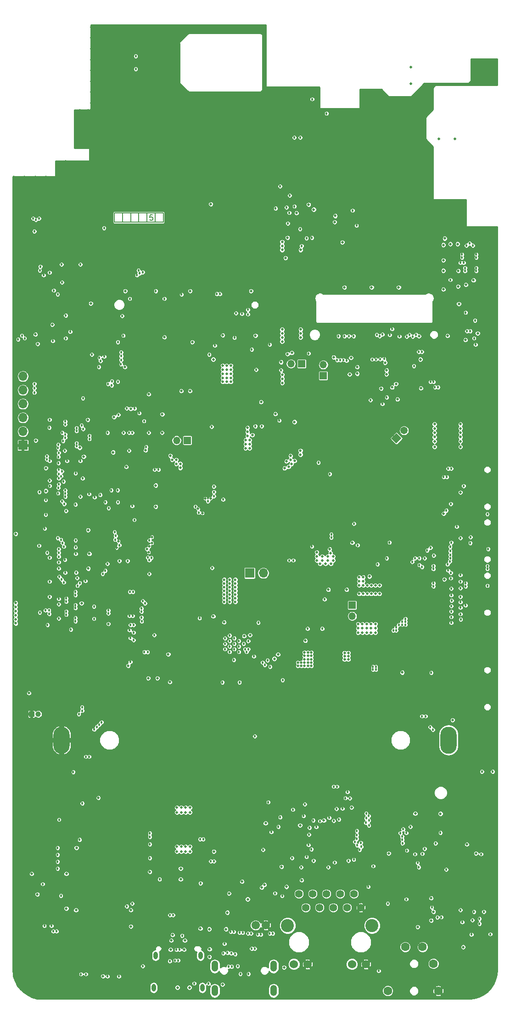
<source format=gbr>
G04 #@! TF.GenerationSoftware,KiCad,Pcbnew,5.0.0*
G04 #@! TF.CreationDate,2018-09-21T22:49:18-04:00*
G04 #@! TF.ProjectId,dvk-mx8m-bsb,64766B2D6D78386D2D6273622E6B6963,v0.1.2*
G04 #@! TF.SameCoordinates,Original*
G04 #@! TF.FileFunction,Copper,L5,Inr,Plane*
G04 #@! TF.FilePolarity,Positive*
%FSLAX46Y46*%
G04 Gerber Fmt 4.6, Leading zero omitted, Abs format (unit mm)*
G04 Created by KiCad (PCBNEW 5.0.0) date Fri Sep 21 22:49:18 2018*
%MOMM*%
%LPD*%
G01*
G04 APERTURE LIST*
G04 #@! TA.AperFunction,NonConductor*
%ADD10C,0.130000*%
G04 #@! TD*
G04 #@! TA.AperFunction,ViaPad*
%ADD11C,0.200000*%
G04 #@! TD*
G04 #@! TA.AperFunction,ViaPad*
%ADD12C,0.254000*%
G04 #@! TD*
G04 #@! TA.AperFunction,ViaPad*
%ADD13O,3.000000X5.000000*%
G04 #@! TD*
G04 #@! TA.AperFunction,ViaPad*
%ADD14C,0.300000*%
G04 #@! TD*
G04 #@! TA.AperFunction,ViaPad*
%ADD15C,6.000000*%
G04 #@! TD*
G04 #@! TA.AperFunction,ViaPad*
%ADD16C,1.600000*%
G04 #@! TD*
G04 #@! TA.AperFunction,ViaPad*
%ADD17C,3.500000*%
G04 #@! TD*
G04 #@! TA.AperFunction,ViaPad*
%ADD18O,1.250000X2.000000*%
G04 #@! TD*
G04 #@! TA.AperFunction,ViaPad*
%ADD19O,0.800000X1.400000*%
G04 #@! TD*
G04 #@! TA.AperFunction,ViaPad*
%ADD20O,1.350000X1.350000*%
G04 #@! TD*
G04 #@! TA.AperFunction,ViaPad*
%ADD21R,1.350000X1.350000*%
G04 #@! TD*
G04 #@! TA.AperFunction,ViaPad*
%ADD22C,1.350000*%
G04 #@! TD*
G04 #@! TA.AperFunction,Conductor*
%ADD23C,1.350000*%
G04 #@! TD*
G04 #@! TA.AperFunction,Conductor*
%ADD24C,0.020000*%
G04 #@! TD*
G04 #@! TA.AperFunction,ViaPad*
%ADD25C,5.000000*%
G04 #@! TD*
G04 #@! TA.AperFunction,ViaPad*
%ADD26O,1.700000X1.700000*%
G04 #@! TD*
G04 #@! TA.AperFunction,ViaPad*
%ADD27R,1.700000X1.700000*%
G04 #@! TD*
G04 #@! TA.AperFunction,ViaPad*
%ADD28C,1.550000*%
G04 #@! TD*
G04 #@! TA.AperFunction,ViaPad*
%ADD29C,1.400000*%
G04 #@! TD*
G04 #@! TA.AperFunction,ViaPad*
%ADD30C,2.400000*%
G04 #@! TD*
G04 #@! TA.AperFunction,ViaPad*
%ADD31C,1.530000*%
G04 #@! TD*
G04 #@! TA.AperFunction,ViaPad*
%ADD32C,6.500000*%
G04 #@! TD*
G04 #@! TA.AperFunction,ViaPad*
%ADD33C,1.000000*%
G04 #@! TD*
G04 #@! TA.AperFunction,ViaPad*
%ADD34R,1.000000X1.000000*%
G04 #@! TD*
G04 #@! TA.AperFunction,ViaPad*
%ADD35C,0.230000*%
G04 #@! TD*
G04 #@! TA.AperFunction,ViaPad*
%ADD36C,0.457200*%
G04 #@! TD*
G04 #@! TA.AperFunction,ViaPad*
%ADD37C,0.508000*%
G04 #@! TD*
G04 #@! TA.AperFunction,Conductor*
%ADD38C,0.134620*%
G04 #@! TD*
G04 #@! TA.AperFunction,Conductor*
%ADD39C,0.254000*%
G04 #@! TD*
G04 APERTURE END LIST*
D10*
X86101190Y-93804761D02*
X85648809Y-93804761D01*
X85603571Y-94257142D01*
X85648809Y-94211904D01*
X85739285Y-94166666D01*
X85965476Y-94166666D01*
X86055952Y-94211904D01*
X86101190Y-94257142D01*
X86146428Y-94347619D01*
X86146428Y-94573809D01*
X86101190Y-94664285D01*
X86055952Y-94709523D01*
X85965476Y-94754761D01*
X85739285Y-94754761D01*
X85648809Y-94709523D01*
X85603571Y-94664285D01*
D11*
G04 #@! TO.N,GND*
G04 #@! TO.C,U202*
X95750000Y-215585000D03*
X95750000Y-214685000D03*
G04 #@! TD*
D12*
G04 #@! TO.N,GND*
G04 #@! TO.C,U201*
X82400000Y-131840000D03*
X81800000Y-131440000D03*
G04 #@! TD*
D13*
G04 #@! TO.N,Net-(BT301-Pad1)*
G04 #@! TO.C,BT301*
X140700000Y-190500000D03*
G04 #@! TO.N,GND*
X69300000Y-190500000D03*
G04 #@! TD*
D14*
G04 #@! TO.N,GND*
G04 #@! TO.C,U1701*
X120000000Y-208700000D03*
X120000000Y-209700000D03*
X119000000Y-209700000D03*
X118000000Y-209700000D03*
X118000000Y-210700000D03*
X119000000Y-210700000D03*
X120000000Y-210700000D03*
X121000000Y-210700000D03*
X121000000Y-209700000D03*
X121000000Y-208700000D03*
X121000000Y-207700000D03*
X120000000Y-207700000D03*
X119000000Y-207700000D03*
X118000000Y-207700000D03*
X118000000Y-208700000D03*
X119000000Y-208700000D03*
G04 #@! TD*
G04 #@! TO.N,GND*
G04 #@! TO.C,U405*
X126097000Y-158926000D03*
G04 #@! TD*
G04 #@! TO.N,GND*
G04 #@! TO.C,U404*
X107000000Y-123500000D03*
G04 #@! TD*
G04 #@! TO.N,GND*
G04 #@! TO.C,U301*
X106550000Y-173900000D03*
X106550000Y-173000000D03*
X106550000Y-172100000D03*
X107450000Y-172100000D03*
X107450000Y-173000000D03*
X107450000Y-173900000D03*
X105650000Y-173900000D03*
X105650000Y-173000000D03*
X105650000Y-172100000D03*
G04 #@! TD*
D15*
G04 #@! TO.N,GND*
G04 #@! TO.C,MOD101*
X68200000Y-123500000D03*
X68200000Y-175300000D03*
X141800000Y-121700000D03*
X141800000Y-175300000D03*
G04 #@! TD*
D16*
G04 #@! TO.N,Net-(C1624-Pad1)*
G04 #@! TO.C,J1601*
X132700000Y-228575000D03*
G04 #@! TO.N,/HP_DET*
X135900000Y-228575000D03*
G04 #@! TO.N,Net-(C1621-Pad1)*
X137900000Y-231675000D03*
G04 #@! TO.N,GND*
X138800000Y-236675000D03*
G04 #@! TO.N,Net-(J1601-Pad1)*
X129500000Y-236675000D03*
G04 #@! TD*
D17*
G04 #@! TO.N,GND*
G04 #@! TO.C,MNT102*
X147000000Y-66750000D03*
G04 #@! TD*
G04 #@! TO.N,GND*
G04 #@! TO.C,MNT101*
X65400000Y-233100000D03*
G04 #@! TD*
G04 #@! TO.N,GND*
G04 #@! TO.C,MNT103*
X144600000Y-233100000D03*
G04 #@! TD*
D18*
G04 #@! TO.N,Net-(C1905-Pad1)*
G04 #@! TO.C,J1901*
X97575000Y-236625000D03*
X108425000Y-236625000D03*
X108425000Y-232125000D03*
X97575000Y-232125000D03*
G04 #@! TD*
D19*
G04 #@! TO.N,Net-(C216-Pad2)*
G04 #@! TO.C,J201*
X95290000Y-236100000D03*
X86670000Y-230150000D03*
X86310000Y-236100000D03*
X94930000Y-230150000D03*
G04 #@! TD*
D20*
G04 #@! TO.N,1V8_P*
G04 #@! TO.C,JP404*
X90525000Y-135300000D03*
D21*
X92525000Y-135300000D03*
G04 #@! TD*
D14*
G04 #@! TO.N,GND*
G04 #@! TO.C,U407*
X124200000Y-177150000D03*
X124200000Y-176350000D03*
G04 #@! TD*
G04 #@! TO.N,GND*
G04 #@! TO.C,U402*
X121025000Y-153075000D03*
G04 #@! TD*
D22*
G04 #@! TO.N,5V_SOM*
G04 #@! TO.C,JP402*
X132489949Y-133510051D03*
D23*
X132489949Y-133510051D02*
X132489949Y-133510051D01*
D22*
X131075735Y-134924265D03*
D24*
G36*
X130121141Y-134924265D02*
X131075735Y-133969671D01*
X132030329Y-134924265D01*
X131075735Y-135878859D01*
X130121141Y-134924265D01*
X130121141Y-134924265D01*
G37*
G04 #@! TD*
D20*
G04 #@! TO.N,5V_P*
G04 #@! TO.C,JP403*
X122920000Y-167660000D03*
D21*
X122920000Y-165660000D03*
G04 #@! TD*
D14*
G04 #@! TO.N,GND*
G04 #@! TO.C,U2201*
X75300000Y-199700000D03*
X74100000Y-199700000D03*
X72900000Y-199700000D03*
X72900000Y-198500000D03*
X72900000Y-197300000D03*
X74100000Y-197300000D03*
X75300000Y-197300000D03*
X74100000Y-198500000D03*
X75300000Y-198500000D03*
G04 #@! TD*
D25*
G04 #@! TO.N,GND*
G04 #@! TO.C,MOD1501*
X80350000Y-62300000D03*
G04 #@! TD*
D26*
G04 #@! TO.N,VBAT_REG*
G04 #@! TO.C,JP301*
X106545500Y-159750000D03*
D27*
X104005500Y-159750000D03*
G04 #@! TD*
D28*
G04 #@! TO.N,Net-(MK1601-Pad2)*
G04 #@! TO.C,MK1601*
X105100000Y-224591000D03*
G04 #@! TO.N,GND*
X107000000Y-224591000D03*
G04 #@! TD*
D29*
G04 #@! TO.N,/Ethernet/ETH_TRX3_N*
G04 #@! TO.C,J1701*
X123245000Y-218810000D03*
G04 #@! TO.N,GND*
X124515000Y-221350000D03*
D30*
G04 #@! TO.N,Net-(FB1703-Pad1)*
X126590000Y-224650000D03*
X111005000Y-224650000D03*
D31*
G04 #@! TO.N,GND*
X125435000Y-231770000D03*
X114705000Y-231770000D03*
G04 #@! TO.N,Net-(J1701-Pad11)*
X112165000Y-231770000D03*
G04 #@! TO.N,Net-(J1701-Pad13)*
X122895000Y-231770000D03*
D29*
G04 #@! TO.N,/Ethernet/ETH_TRX3_P*
X121975000Y-221350000D03*
G04 #@! TO.N,/Ethernet/ETH_TRX2_N*
X119435000Y-221350000D03*
G04 #@! TO.N,/Ethernet/ETH_TRX1_N*
X120705000Y-218810000D03*
G04 #@! TO.N,/Ethernet/ETH_TRX2_P*
X118165000Y-218810000D03*
G04 #@! TO.N,/Ethernet/ETH_TRX1_P*
X116895000Y-221350000D03*
G04 #@! TO.N,/Ethernet/ETH_TRX0_N*
X115625000Y-218810000D03*
G04 #@! TO.N,/Ethernet/ETH_TRX0_P*
X114355000Y-221350000D03*
G04 #@! TO.N,Net-(C1719-Pad1)*
X113085000Y-218810000D03*
G04 #@! TD*
D32*
G04 #@! TO.N,GND*
G04 #@! TO.C,MOD1801*
X127000000Y-81840000D03*
G04 #@! TD*
D14*
G04 #@! TO.N,GND*
G04 #@! TO.C,U401*
X109640000Y-136245000D03*
X109640000Y-134645000D03*
X108040000Y-134645000D03*
X108040000Y-136245000D03*
X108840000Y-135445000D03*
G04 #@! TD*
D33*
G04 #@! TO.N,Net-(C2401-Pad1)*
G04 #@! TO.C,J2401*
X65025000Y-185700000D03*
D34*
G04 #@! TO.N,GND*
X63775000Y-185700000D03*
G04 #@! TD*
D35*
G04 #@! TO.N,GND*
G04 #@! TO.C,U1601*
X134600000Y-209200000D03*
X134100000Y-208700000D03*
X135100000Y-208700000D03*
X135100000Y-209700000D03*
X134100000Y-209700000D03*
G04 #@! TD*
D26*
G04 #@! TO.N,Net-(J701-Pad6)*
G04 #@! TO.C,J701*
X62200000Y-123500000D03*
G04 #@! TO.N,/UART Debug/TX->RX*
X62200000Y-126040000D03*
G04 #@! TO.N,/UART Debug/RX<-TX*
X62200000Y-128580000D03*
G04 #@! TO.N,Net-(J701-Pad3)*
X62200000Y-131120000D03*
G04 #@! TO.N,Net-(J701-Pad2)*
X62200000Y-133660000D03*
D27*
G04 #@! TO.N,GND*
X62200000Y-136200000D03*
G04 #@! TD*
D20*
G04 #@! TO.N,3V3*
G04 #@! TO.C,JP401*
X111620000Y-121200000D03*
D21*
X113620000Y-121200000D03*
G04 #@! TD*
D20*
G04 #@! TO.N,3V3_P*
G04 #@! TO.C,JP1801*
X117600000Y-121400000D03*
D21*
X117600000Y-123400000D03*
G04 #@! TD*
D36*
G04 #@! TO.N,GND*
X127700000Y-129000000D03*
X101360000Y-168028500D03*
D37*
X106487500Y-190500000D03*
X79962500Y-128015000D03*
X86345000Y-132769500D03*
X89950000Y-224200000D03*
X93986000Y-224239277D03*
X91950000Y-224200000D03*
X103600000Y-167362500D03*
X104950000Y-167362500D03*
X102870000Y-168062500D03*
X107955000Y-177787500D03*
X110600000Y-170920000D03*
X110600000Y-170245000D03*
X111275000Y-170650000D03*
X109925000Y-170650000D03*
X81700000Y-231265000D03*
X81700000Y-228365000D03*
X81700000Y-226915000D03*
X81700000Y-229815000D03*
X91800000Y-197798000D03*
X96087500Y-202475000D03*
X93550000Y-227390000D03*
X88050000Y-227390000D03*
X93425000Y-229090000D03*
X87925000Y-229090000D03*
X90937500Y-220410000D03*
X113000000Y-205215000D03*
X97412500Y-180150000D03*
X75532500Y-132345000D03*
X91290000Y-217635000D03*
X91290000Y-219060000D03*
X91290000Y-212635000D03*
X100210000Y-217235000D03*
X100210000Y-213035000D03*
X95735000Y-205410000D03*
X96001000Y-203825000D03*
X103777500Y-176200000D03*
X104915000Y-177750000D03*
X100010000Y-157971500D03*
X101360000Y-157971500D03*
X114687000Y-168187000D03*
X114337000Y-158667000D03*
X112165000Y-211650000D03*
X127985000Y-207100000D03*
X71890000Y-131500000D03*
X75532500Y-130995000D03*
X113930000Y-75110000D03*
X129900000Y-226500000D03*
X135240000Y-223960000D03*
X134900000Y-219400000D03*
X130400000Y-219600000D03*
X132385000Y-213500000D03*
X137715000Y-213500000D03*
X137500000Y-209175000D03*
X137325000Y-206325000D03*
X143275000Y-209700000D03*
X146700000Y-214100000D03*
X136300000Y-76175000D03*
X130075000Y-72200000D03*
X133325000Y-72200000D03*
X141900000Y-79810800D03*
X138900000Y-79810800D03*
X133710800Y-69600000D03*
X133710800Y-66600000D03*
X81250000Y-144420000D03*
X74900000Y-153435000D03*
X76920000Y-202500000D03*
X79720000Y-199700000D03*
X89350000Y-204000000D03*
X85600000Y-213485000D03*
X73365000Y-164100000D03*
X107300000Y-228930000D03*
X83325000Y-237725000D03*
X78425000Y-237075000D03*
X74425000Y-236932200D03*
X82100000Y-223000000D03*
X71209261Y-236548320D03*
X69100000Y-199800000D03*
X63600000Y-219700000D03*
X63600000Y-203400000D03*
X121800000Y-202900000D03*
X136300000Y-79425000D03*
X131700000Y-73800000D03*
X134700000Y-77800000D03*
X128700000Y-71600000D03*
X127400000Y-71000000D03*
X128900000Y-72900000D03*
X127700000Y-72000000D03*
X126000000Y-71000000D03*
X124600000Y-71000000D03*
X126425000Y-72000000D03*
X125150000Y-72000000D03*
X139550000Y-69725000D03*
X138050000Y-69725000D03*
X136550000Y-69725000D03*
X141050000Y-69725000D03*
X142550000Y-69725000D03*
X144050000Y-69725000D03*
X146300000Y-68975000D03*
X145300000Y-69475000D03*
X130250000Y-73500000D03*
X133150000Y-73500000D03*
X135700000Y-70600000D03*
X134700000Y-71600000D03*
X137400000Y-70800000D03*
X136650000Y-73050000D03*
X134500000Y-72900000D03*
X136900000Y-74800000D03*
X137400000Y-73800000D03*
X137400000Y-72300000D03*
X136650000Y-71550000D03*
X135800000Y-72300000D03*
X135650000Y-74050000D03*
X135450000Y-75150000D03*
X137550000Y-82075000D03*
X136900000Y-80800000D03*
X137550000Y-83575000D03*
X137550000Y-85075000D03*
X137550000Y-86575000D03*
X137550000Y-88075000D03*
X137550000Y-89575000D03*
X137550000Y-91075000D03*
X139000000Y-91175000D03*
X140500000Y-91175000D03*
X142000000Y-91175000D03*
X143500000Y-91175000D03*
X143500000Y-92425000D03*
X143500000Y-93675000D03*
X143500000Y-94925000D03*
X143500000Y-96175000D03*
X144700000Y-96175000D03*
X145900000Y-96175000D03*
X147100000Y-96175000D03*
X148300000Y-96175000D03*
X149500000Y-96175000D03*
X136500000Y-87325000D03*
X136500000Y-90325000D03*
X136500000Y-88825000D03*
X136500000Y-85825000D03*
X136500000Y-91825000D03*
X136500000Y-82825000D03*
X136500000Y-84325000D03*
X138275000Y-92225000D03*
X139775000Y-92225000D03*
X141275000Y-92225000D03*
X142400000Y-93050000D03*
X142600000Y-91950000D03*
X142400000Y-94300000D03*
X142400000Y-95550000D03*
X136500000Y-81775000D03*
X135000000Y-76350000D03*
X135000000Y-79250000D03*
X135525000Y-80650000D03*
X124600000Y-73000000D03*
X132450000Y-74800000D03*
X130950000Y-74800000D03*
X133675000Y-77050000D03*
X133675000Y-78550000D03*
X118449164Y-202107627D03*
X145600000Y-219700000D03*
X142700000Y-220000000D03*
X138900000Y-227300000D03*
X140202007Y-219367985D03*
X125800000Y-72900000D03*
X124600000Y-74500000D03*
X123200000Y-74500000D03*
X121800000Y-74500000D03*
X120400000Y-74500000D03*
X119000000Y-74500000D03*
X119000000Y-76000000D03*
X117500000Y-76000000D03*
X116000000Y-76000000D03*
X114500000Y-76000000D03*
X112250000Y-75250000D03*
X113000000Y-74500000D03*
X111500000Y-74500000D03*
X110000000Y-74500000D03*
X108500000Y-74500000D03*
X106800000Y-73100000D03*
X106800000Y-71600000D03*
X106800000Y-70100000D03*
X106800000Y-68600000D03*
X106800000Y-67100000D03*
X106800000Y-64100000D03*
X106800000Y-65600000D03*
X106800000Y-62600000D03*
X106800000Y-61100000D03*
X106800000Y-59600000D03*
X113000000Y-76000000D03*
X110750000Y-75250000D03*
X109250000Y-75250000D03*
X107750000Y-75250000D03*
X118250000Y-77000000D03*
X115250000Y-77000000D03*
X113750000Y-77000000D03*
X116750000Y-77000000D03*
X119700000Y-75200000D03*
X121100000Y-75200000D03*
X122500000Y-75200000D03*
X123900000Y-75200000D03*
X125500000Y-73900000D03*
X107000000Y-74500000D03*
X101240000Y-227500000D03*
X107200000Y-227500000D03*
X101400000Y-228150000D03*
X107850000Y-227250000D03*
X99000000Y-227450000D03*
X95900000Y-224550000D03*
X128900000Y-212900000D03*
X125651680Y-212600000D03*
X65399999Y-96800000D03*
X60750000Y-100750000D03*
X75750000Y-99750000D03*
X60900000Y-89900000D03*
X74250000Y-90100000D03*
X75500000Y-87500000D03*
X62750000Y-105100000D03*
X63800000Y-109615000D03*
X83850000Y-112500000D03*
X86250000Y-112500000D03*
X91850000Y-112500000D03*
X94250000Y-112500000D03*
X95050000Y-112500000D03*
X81850000Y-107800000D03*
X90650000Y-107800000D03*
X100650000Y-112500000D03*
X80300000Y-124300000D03*
X77800000Y-124200000D03*
X79050000Y-118600000D03*
X69400000Y-115900000D03*
X115800000Y-215635000D03*
X118600000Y-216235000D03*
X121400000Y-216235000D03*
X77950000Y-171650000D03*
X71987500Y-223050000D03*
X98232500Y-229698000D03*
X102300000Y-236450000D03*
X103800000Y-236450000D03*
X105290000Y-236450000D03*
X99800000Y-236450000D03*
X101040000Y-236135000D03*
X99000000Y-112500000D03*
X76700000Y-117200000D03*
X103450000Y-107800000D03*
X99450000Y-107800000D03*
X97050000Y-107800000D03*
X93850000Y-107800000D03*
X102300000Y-117200000D03*
X102300000Y-117200000D03*
X74700000Y-116312500D03*
D36*
X100650000Y-115977080D03*
X91850000Y-115977080D03*
X95050000Y-115977080D03*
D37*
X69600000Y-110500000D03*
X69956585Y-113218343D03*
X119400000Y-122800000D03*
X119400000Y-122000000D03*
X126100000Y-122000000D03*
X113765000Y-82700000D03*
X113765000Y-83800000D03*
X113765000Y-84900000D03*
X113765000Y-86000000D03*
X70185000Y-85650000D03*
X68650000Y-84637000D03*
X71570000Y-84637000D03*
X75025000Y-80300000D03*
X75025000Y-85000000D03*
X70110000Y-83987000D03*
X126700000Y-119300000D03*
X110900000Y-88300000D03*
X87600000Y-65740000D03*
X134500000Y-118800000D03*
X110525000Y-210273000D03*
X113300000Y-210085000D03*
X113300000Y-207225000D03*
X112075000Y-206327000D03*
X76712500Y-175412500D03*
X74231647Y-174187500D03*
X74973761Y-193900000D03*
X143000000Y-154100000D03*
X141218516Y-115131484D03*
X143399998Y-226050000D03*
X60600000Y-144285000D03*
X60800000Y-160285000D03*
D36*
X98992800Y-222200000D03*
D37*
X142900000Y-163324620D03*
X137900000Y-163000000D03*
X141000000Y-170300000D03*
X139900000Y-153500000D03*
X143100000Y-159256514D03*
X138100000Y-146124620D03*
X60470000Y-86860000D03*
X62470000Y-86860000D03*
X64470000Y-86860000D03*
X66470000Y-86860000D03*
X68470000Y-86860000D03*
X69470000Y-87360000D03*
X63470000Y-87360000D03*
X61470000Y-87360000D03*
X65470000Y-87360000D03*
X67470000Y-87360000D03*
X72800000Y-84000000D03*
X73300000Y-81300000D03*
X71900000Y-81300000D03*
X76600000Y-85100000D03*
X71900000Y-79300000D03*
X71900000Y-77300000D03*
X71900000Y-75300000D03*
X72700000Y-74560000D03*
X72700000Y-76300000D03*
X72700000Y-78300000D03*
X72700000Y-80300000D03*
X74200000Y-74560000D03*
X74860000Y-73200000D03*
X74860000Y-71200000D03*
X74860000Y-69200000D03*
X74860000Y-67200000D03*
X74860000Y-65200000D03*
X74860000Y-63200000D03*
X74860000Y-61200000D03*
X74860000Y-59200000D03*
X75860000Y-72200000D03*
X75860000Y-60200000D03*
X75860000Y-74200000D03*
X75860000Y-70200000D03*
X75860000Y-68200000D03*
X75860000Y-62200000D03*
X75860000Y-64200000D03*
X75860000Y-66200000D03*
X73575000Y-75500000D03*
X76695000Y-82650000D03*
X73850000Y-79475000D03*
X75800000Y-79475000D03*
X75775000Y-85800000D03*
X73450000Y-85100000D03*
X74225000Y-85800000D03*
X75200000Y-75100000D03*
X69535000Y-84950000D03*
X70600000Y-86700000D03*
X72010000Y-85760000D03*
X80750000Y-136548320D03*
X105560000Y-134655000D03*
X105165000Y-131150000D03*
X112380000Y-135919000D03*
X112120000Y-134887500D03*
X121185000Y-119300000D03*
X123885000Y-119300000D03*
X106585000Y-139800000D03*
X107980000Y-122022500D03*
X101290000Y-130400000D03*
X102290000Y-130400000D03*
X103290000Y-130400000D03*
X108046000Y-125930000D03*
X105220000Y-125120000D03*
X137849998Y-129925000D03*
X137850000Y-130725000D03*
X143150000Y-130725000D03*
X142890000Y-137500000D03*
X138110000Y-137300000D03*
X142890000Y-138300000D03*
X142890000Y-139100000D03*
X142890000Y-139900000D03*
X142890000Y-140700000D03*
X142890000Y-141500000D03*
X67110000Y-160100000D03*
X67110000Y-158800000D03*
X64660000Y-132470000D03*
X86285000Y-221800000D03*
X82530000Y-219825000D03*
X103270034Y-222524966D03*
X102600000Y-215900000D03*
X107700000Y-220900000D03*
X76600000Y-80200000D03*
X75683940Y-138346060D03*
X71850000Y-137248000D03*
X72070000Y-212860000D03*
X143150000Y-131510000D03*
X121025000Y-154030000D03*
X117075000Y-155285000D03*
X127717000Y-161051000D03*
X127887500Y-155900000D03*
X123875000Y-159812500D03*
X146057359Y-112688369D03*
X132300000Y-116100000D03*
X145250000Y-103050000D03*
D36*
X145400000Y-110200000D03*
D37*
X145250000Y-104850000D03*
X141190000Y-142300000D03*
X141025000Y-103950000D03*
X141025000Y-102150000D03*
X141025000Y-100350000D03*
X142375000Y-108150000D03*
X137980000Y-105460000D03*
X137980000Y-97990000D03*
X137980000Y-103101514D03*
X137980000Y-100887500D03*
X148050000Y-106130000D03*
X148050000Y-105185000D03*
X77950000Y-167850000D03*
X77950000Y-169750000D03*
X68800000Y-166400000D03*
X69900000Y-156100000D03*
X70000000Y-153700000D03*
X70200000Y-158500000D03*
X70200000Y-165900000D03*
X70326859Y-141892852D03*
X72911802Y-146671222D03*
X72033447Y-145544510D03*
X145261177Y-100361866D03*
X114150500Y-134187000D03*
X100590000Y-129884500D03*
X103990000Y-129882500D03*
X100490000Y-128882500D03*
X104090000Y-128882500D03*
X100947200Y-134750000D03*
X100947200Y-135500000D03*
X101987500Y-137845000D03*
X84100000Y-170150000D03*
X70100000Y-163100000D03*
X87850000Y-168562500D03*
X75975000Y-162315000D03*
X126100000Y-122800000D03*
X100000000Y-168028500D03*
X97350000Y-170650000D03*
X86500000Y-167150000D03*
X143590000Y-160520000D03*
X134332500Y-163560000D03*
X133582500Y-163560000D03*
X135082500Y-163560000D03*
X134332500Y-166960000D03*
X133582500Y-166960000D03*
X135082500Y-166960000D03*
X121765000Y-177975000D03*
X119250000Y-177787500D03*
X121765000Y-179325000D03*
X111700000Y-107175000D03*
X110700000Y-107175000D03*
X112700000Y-107175000D03*
X112700000Y-107925000D03*
X110700000Y-107925000D03*
X111700000Y-107925000D03*
X126525000Y-127160000D03*
X129198000Y-123984000D03*
X98660000Y-157971500D03*
X128215000Y-125075000D03*
D36*
X117750000Y-118522920D03*
D37*
X129100000Y-116551680D03*
X118830000Y-98825000D03*
X122060000Y-93975000D03*
X131825000Y-172437500D03*
X131200000Y-172700000D03*
X131100000Y-173300000D03*
X130900000Y-171600000D03*
X144500000Y-118000000D03*
X149100000Y-224615000D03*
X68660000Y-130620000D03*
X122400000Y-123985002D03*
X129440000Y-119300000D03*
X143740000Y-181650000D03*
X141815000Y-184450000D03*
X147850000Y-152899998D03*
X147850000Y-143200000D03*
X93035000Y-237085000D03*
X87046243Y-224303757D03*
D36*
X66015000Y-112240000D03*
D37*
X67800000Y-106900000D03*
X148000000Y-227600000D03*
X70057660Y-143868456D03*
X131697988Y-173097988D03*
X130500000Y-120815000D03*
X77950000Y-165600000D03*
X99700000Y-128875000D03*
X98925000Y-129250000D03*
X70000000Y-138500000D03*
X62700000Y-107000000D03*
X103612500Y-74750000D03*
X103150000Y-76332500D03*
X69600000Y-107650000D03*
X98470000Y-75450000D03*
X129500000Y-208965000D03*
X141675500Y-211725000D03*
X129651000Y-205549000D03*
X138212500Y-203550000D03*
X142000000Y-228035000D03*
X143225000Y-224645002D03*
X147970000Y-210750000D03*
X139200000Y-201780000D03*
X88300000Y-106952920D03*
X131500000Y-104865000D03*
X126500000Y-104865000D03*
X121500000Y-104865000D03*
X115750000Y-95745000D03*
X93000000Y-128935000D03*
X97100000Y-208730000D03*
X60870000Y-172212500D03*
X60870000Y-175962500D03*
X60870000Y-173712500D03*
X60870000Y-172962500D03*
X60870000Y-174462500D03*
X60870000Y-175212500D03*
X87030000Y-179800000D03*
X85400000Y-124530000D03*
X90250000Y-160500000D03*
X91000000Y-161250000D03*
X87730000Y-164440000D03*
X73017012Y-193717010D03*
X70227011Y-196507011D03*
X81550000Y-175049998D03*
X85200000Y-177287500D03*
X107085000Y-129650000D03*
D36*
X72850000Y-135370000D03*
D37*
X65015000Y-106300000D03*
X68300000Y-103128320D03*
X62700000Y-103128320D03*
X69750000Y-233240000D03*
X109415000Y-177787500D03*
X70200007Y-168299993D03*
X138960000Y-148650000D03*
X137850000Y-139287500D03*
X137850000Y-138487500D03*
X138262500Y-140900000D03*
X138110000Y-143300000D03*
X109700000Y-209375000D03*
X109850000Y-215250000D03*
X102085000Y-169062500D03*
X85400000Y-155900000D03*
X85500000Y-154800000D03*
X86000000Y-154200000D03*
X86000000Y-153100000D03*
X94500000Y-147900000D03*
X95300000Y-148700000D03*
X95800000Y-146000000D03*
X96800000Y-146000000D03*
X140100000Y-116700000D03*
X137050000Y-118850000D03*
X79800000Y-153900000D03*
X79500000Y-155100000D03*
X122600000Y-151108600D03*
X121025000Y-152120000D03*
X119057500Y-152002500D03*
X137000000Y-160700000D03*
X97450000Y-112500000D03*
G04 #@! TO.N,Net-(BT301-Pad1)*
X115385000Y-176845000D03*
X115385000Y-176225000D03*
X115385000Y-175605000D03*
X115385000Y-174985000D03*
X115385000Y-174365000D03*
X114765000Y-174365000D03*
X114765000Y-174985000D03*
X114765000Y-175605000D03*
X114765000Y-176845000D03*
X114765000Y-176225000D03*
X114145000Y-176845000D03*
X113525000Y-176845000D03*
X112905000Y-176845000D03*
X114145000Y-176225000D03*
X113525000Y-176225000D03*
X112905000Y-176225000D03*
X114145000Y-175605000D03*
X114145000Y-174985000D03*
X114145000Y-174365000D03*
G04 #@! TO.N,5V_SOM*
X138110000Y-132300000D03*
X138110000Y-132300000D03*
X138110000Y-133100000D03*
X138110000Y-133900000D03*
X138110000Y-134700000D03*
X138110000Y-135500000D03*
X138110000Y-136500000D03*
X142890000Y-132300000D03*
X142890000Y-133100000D03*
X142890000Y-133900000D03*
X142890000Y-134700000D03*
X142890000Y-135500000D03*
X142890000Y-136500000D03*
X118775000Y-155335000D03*
X116400000Y-155900000D03*
X117400000Y-157400000D03*
X118400000Y-157400000D03*
X119400000Y-157400000D03*
X119000000Y-158050000D03*
X118000000Y-158050000D03*
X117000000Y-158050000D03*
X116400000Y-157400000D03*
X116400000Y-156650000D03*
X119400000Y-156650000D03*
X118400000Y-156650000D03*
X117400000Y-156650000D03*
X118900000Y-156050000D03*
G04 #@! TO.N,3V3_OUT*
X66410000Y-144610000D03*
X66410000Y-140390000D03*
X74160000Y-131500000D03*
X87860000Y-133900000D03*
X84827896Y-137124409D03*
X142890000Y-144900000D03*
X139900000Y-160900000D03*
X97290400Y-167700000D03*
X70210000Y-215120000D03*
X63810000Y-215120000D03*
X72070000Y-210330000D03*
X121900000Y-162800000D03*
X118537000Y-162800000D03*
X114300000Y-172200000D03*
X99300000Y-168800004D03*
D36*
G04 #@! TO.N,/ENET_2V5*
X123816967Y-209857570D03*
X114500000Y-212000000D03*
X126800000Y-213700000D03*
X143500000Y-143700000D03*
X108700000Y-218700000D03*
X115400010Y-210622920D03*
X109650000Y-204700000D03*
X113962955Y-204462955D03*
D37*
G04 #@! TO.N,1V8_P*
X100210000Y-218735000D03*
X91290000Y-214135000D03*
X91292000Y-216135000D03*
X99900000Y-222250000D03*
X96550000Y-225300000D03*
X102600000Y-216550000D03*
X103650000Y-219800000D03*
X106250000Y-217650000D03*
X146068990Y-115600000D03*
X131285006Y-127750000D03*
X142449000Y-106950000D03*
X139750000Y-99312500D03*
X139750000Y-102131514D03*
X139750000Y-104061514D03*
X128250000Y-125750000D03*
X115835000Y-92800000D03*
X139750000Y-107500000D03*
X90462500Y-138870000D03*
X90462500Y-139620000D03*
X89712500Y-138870000D03*
X89362500Y-138120000D03*
X91212500Y-139620000D03*
X91212500Y-140370000D03*
X129265000Y-122400000D03*
X129650000Y-211350000D03*
X70200000Y-221500000D03*
X96600000Y-230400000D03*
X97400000Y-211000000D03*
D36*
X87400000Y-216135000D03*
D37*
X113600000Y-216300000D03*
X86700000Y-143600000D03*
X86700000Y-147500000D03*
X81000000Y-121800000D03*
X67600000Y-114000000D03*
X129000000Y-121000000D03*
X109800000Y-120900000D03*
X123850000Y-121800000D03*
X97300000Y-120400000D03*
X91400000Y-126200000D03*
X93000000Y-126200000D03*
X135600000Y-125700000D03*
X142600000Y-110166514D03*
D36*
X94950000Y-216850000D03*
D37*
X99650000Y-225300000D03*
X106750000Y-217150000D03*
D36*
X137500000Y-178100000D03*
D37*
X131000000Y-124900000D03*
D36*
G04 #@! TO.N,VBUS*
X100326000Y-172250000D03*
X99470000Y-171750000D03*
X101182000Y-173750000D03*
X101182000Y-172750000D03*
X101182000Y-171750000D03*
X100326000Y-171250000D03*
X100326000Y-173250000D03*
X99470000Y-173750000D03*
D37*
X104075000Y-171155000D03*
X102980000Y-171337500D03*
X93000000Y-203824667D03*
X90600000Y-202916334D03*
X90600000Y-203824667D03*
X91400000Y-202916334D03*
X91400000Y-203824667D03*
X92200000Y-203824667D03*
X92200000Y-202916334D03*
X93000000Y-202916334D03*
D36*
X100326000Y-174250000D03*
X102038000Y-172250000D03*
X102038000Y-173250000D03*
X102038000Y-174250000D03*
X99470000Y-172750000D03*
D37*
X82093335Y-129480140D03*
D36*
G04 #@! TO.N,/USB-C/BYPASS*
X77807500Y-133900000D03*
D37*
G04 #@! TO.N,3V3*
X79007500Y-130995000D03*
X74200000Y-151815000D03*
X74435000Y-156200000D03*
X64910000Y-117537500D03*
X74252989Y-158912989D03*
X110020000Y-124725000D03*
X110020000Y-123975000D03*
X110020000Y-123225000D03*
X112280000Y-131912500D03*
X108760000Y-130450000D03*
X132150000Y-178050000D03*
G04 #@! TO.N,5V_P*
X76100000Y-201125000D03*
X126097000Y-160351000D03*
X124200000Y-160500000D03*
X124950000Y-160500000D03*
X124200000Y-161250000D03*
X124950000Y-161250000D03*
X124200000Y-162000000D03*
X124950000Y-162000000D03*
X124950000Y-162000000D03*
X124200000Y-162000000D03*
X126450000Y-162000000D03*
X125700000Y-162000000D03*
X127950000Y-162000000D03*
X127200000Y-162000000D03*
X124950000Y-163561610D03*
X124200000Y-163561610D03*
X127950000Y-163561610D03*
X127200000Y-163561610D03*
X126450000Y-163561610D03*
X125700000Y-163561610D03*
X124000000Y-169100000D03*
X125600000Y-169100000D03*
X126400000Y-169100000D03*
X124800000Y-169100000D03*
X127200000Y-169100000D03*
X125600000Y-169900000D03*
X124800000Y-169900000D03*
X127200000Y-169900000D03*
X126400000Y-169900000D03*
X124000000Y-169900000D03*
X124000000Y-170700000D03*
X124800000Y-170700000D03*
X125600000Y-170700000D03*
X126400000Y-170700000D03*
X77950000Y-169100000D03*
X89300000Y-179800000D03*
X87893000Y-130494500D03*
X85399992Y-126800000D03*
X73000000Y-165300000D03*
X127200000Y-170700000D03*
X106115000Y-128250000D03*
X72670496Y-136645496D03*
G04 #@! TO.N,Net-(C216-Pad2)*
X96612500Y-229000000D03*
D36*
G04 #@! TO.N,/Battery/RGEN*
X105600000Y-168875000D03*
D37*
G04 #@! TO.N,VBAT*
X109240000Y-174720000D03*
X108565000Y-175512500D03*
G04 #@! TO.N,VBAT_REG*
X99295333Y-165050000D03*
X99295333Y-164366666D03*
X99295333Y-163683333D03*
X99295333Y-163000000D03*
X99295333Y-162316667D03*
X99295333Y-161633333D03*
X99295333Y-160950000D03*
X100327667Y-165050000D03*
X100327667Y-164366666D03*
X100327667Y-163683333D03*
X100327667Y-163000000D03*
X100327667Y-162316667D03*
X100327667Y-161633333D03*
X100327667Y-160950000D03*
X101360000Y-165050000D03*
X101360000Y-164366666D03*
X101360000Y-163683333D03*
X101360000Y-162316667D03*
X101360000Y-163000000D03*
X101360000Y-161633333D03*
X101360000Y-160950000D03*
X104500000Y-134315000D03*
X111740000Y-139640000D03*
X112290000Y-139090000D03*
X111190000Y-140190000D03*
X113380000Y-137194000D03*
X113380000Y-137944000D03*
X111540000Y-138890000D03*
X110790000Y-139173000D03*
X111540000Y-138140004D03*
X110445000Y-140448000D03*
X122950000Y-154147500D03*
X104000000Y-136000000D03*
X104000000Y-135250000D03*
X121515000Y-174425000D03*
X122215000Y-174425000D03*
X122215000Y-175037500D03*
X121515000Y-175037500D03*
X121515000Y-175650000D03*
X122215000Y-175650000D03*
X103250000Y-135250000D03*
X103250000Y-136000000D03*
X103625000Y-133750000D03*
X103625000Y-133000000D03*
X103625000Y-134500000D03*
X104000000Y-136750000D03*
X103250000Y-136750000D03*
G04 #@! TO.N,3V3_P*
X106950000Y-205800000D03*
X114900000Y-91900000D03*
X135000000Y-224900000D03*
X137925000Y-222100000D03*
X144075000Y-209700000D03*
X81250000Y-140180000D03*
X78830000Y-137500000D03*
X137500000Y-219600000D03*
X122800000Y-202900000D03*
X143400000Y-228600000D03*
X88300000Y-116300000D03*
X105085000Y-116015000D03*
X81050000Y-107800000D03*
X93050000Y-107800000D03*
X104250000Y-107800000D03*
D36*
X103700000Y-111235382D03*
X80500000Y-112400000D03*
X79700000Y-117200000D03*
D37*
X74700000Y-110087500D03*
X110625000Y-101700000D03*
D36*
X81900000Y-109222920D03*
X88300000Y-109222920D03*
D37*
X64500000Y-115800000D03*
X93430000Y-117200000D03*
X119515000Y-119985000D03*
X122700000Y-120100002D03*
D36*
X108800000Y-92600000D03*
D37*
X112650000Y-93450000D03*
X73415000Y-138297000D03*
X63300000Y-181825000D03*
X110350000Y-232350000D03*
X64550000Y-135325000D03*
X60854000Y-152515000D03*
X111000000Y-119400000D03*
X110000000Y-117100000D03*
X100540000Y-121532500D03*
X100540000Y-122282500D03*
X100540000Y-123032500D03*
X99790000Y-122282500D03*
X99790000Y-123032500D03*
X99790000Y-121532500D03*
X99040000Y-122282500D03*
X99040000Y-121532500D03*
X99040000Y-123032500D03*
X99040000Y-123782500D03*
X99790000Y-123782500D03*
X100540000Y-123782500D03*
X94925000Y-225174998D03*
X137500000Y-223700000D03*
X99040000Y-124532500D03*
X99790000Y-124532500D03*
X100540000Y-124532500D03*
X99050000Y-115950000D03*
X110000000Y-114862500D03*
X110000000Y-115612500D03*
X110000000Y-116362500D03*
X113400000Y-114862500D03*
X113400000Y-116362500D03*
X113400000Y-115612500D03*
X110000000Y-98737500D03*
X113400000Y-100237500D03*
X110000000Y-100237500D03*
X110000000Y-99487500D03*
X111000000Y-97987500D03*
X111800000Y-119200000D03*
X119690000Y-95100000D03*
X119790000Y-93975000D03*
X135245246Y-116122622D03*
X64860000Y-218900000D03*
X129231000Y-123150000D03*
X122450000Y-123150000D03*
X123850000Y-123015000D03*
X130309000Y-125549000D03*
X134551680Y-204025000D03*
X96850000Y-91800000D03*
X139200000Y-204050000D03*
X145750000Y-211350000D03*
X131500000Y-107135000D03*
X126500000Y-107135000D03*
X121500000Y-107135000D03*
X60870000Y-165237500D03*
X60870000Y-168237500D03*
X60870000Y-165987500D03*
X60870000Y-167487500D03*
X60870000Y-168987500D03*
X60870000Y-166737500D03*
X113300000Y-206185000D03*
X135500000Y-120400000D03*
X109900000Y-213800000D03*
D36*
G04 #@! TO.N,Net-(C416-Pad1)*
X119057500Y-152613000D03*
X123250000Y-150650000D03*
D37*
G04 #@! TO.N,2V8_P*
X140510000Y-116060000D03*
X143900000Y-106650000D03*
X145300000Y-105820000D03*
X143817009Y-116817009D03*
X142500000Y-104100000D03*
X92900000Y-236050000D03*
X121100000Y-98825000D03*
X90700000Y-236050000D03*
G04 #@! TO.N,3V3_SNVS*
X141435000Y-186800000D03*
X139800000Y-148800000D03*
G04 #@! TO.N,3V3_SD*
X76950000Y-233950000D03*
X82100006Y-221800000D03*
X82099992Y-224800000D03*
X85300000Y-179100000D03*
X89000000Y-174700000D03*
X71987500Y-221800000D03*
X87000000Y-179100000D03*
X81600000Y-176800000D03*
D36*
G04 #@! TO.N,/USB Hub + SDIO Bridge/RDRV33*
X84100000Y-168650000D03*
X82000000Y-171700000D03*
X82600000Y-170700000D03*
G04 #@! TO.N,/SD2_~RST*
X75300000Y-168150000D03*
X75300000Y-165900000D03*
X141100000Y-160700004D03*
X129838369Y-115900000D03*
X115500014Y-98000000D03*
X129300000Y-157000000D03*
X84070000Y-167900000D03*
X97100000Y-158797508D03*
X115500000Y-154850000D03*
G04 #@! TO.N,/USB Hub + SDIO Bridge/RDRV5*
X85200000Y-174300000D03*
X86400000Y-171150000D03*
G04 #@! TO.N,Net-(C1301-Pad1)*
X145700000Y-117675000D03*
X144700000Y-154200000D03*
G04 #@! TO.N,/BTN2*
X65184799Y-154700000D03*
X68785132Y-155315977D03*
G04 #@! TO.N,/SYS_~RST*
X73100000Y-184450000D03*
X76250000Y-187650000D03*
X69400000Y-146500000D03*
X68830000Y-143370000D03*
G04 #@! TO.N,/ONOFF*
X61300000Y-116700000D03*
X106800000Y-176650000D03*
X79700000Y-146700000D03*
X67152000Y-143682000D03*
X111299998Y-157400000D03*
G04 #@! TO.N,/WWAN mPCIe/UIM-PWR*
X64300000Y-96800000D03*
X83234620Y-104900000D03*
X67900000Y-107700000D03*
X65400000Y-103300000D03*
X69400000Y-106200000D03*
G04 #@! TO.N,/WWAN mPCIe/UIM-CLK*
X64050000Y-94450000D03*
X84300000Y-104350004D03*
X67099994Y-104400000D03*
G04 #@! TO.N,/WWAN mPCIe/UIM-RESET*
X64572526Y-94711263D03*
X65999996Y-104899996D03*
X83500000Y-104000000D03*
G04 #@! TO.N,/WWAN mPCIe/UIM-DATA*
X65150000Y-94450000D03*
X65300016Y-104000000D03*
X83736373Y-104553716D03*
X83736372Y-104553716D03*
G04 #@! TO.N,/WWAN mPCIe/SIM_DETECT_I*
X77150000Y-96200000D03*
X69300000Y-102900000D03*
G04 #@! TO.N,Net-(C1604-Pad1)*
X134500000Y-211500000D03*
X139200000Y-207550000D03*
G04 #@! TO.N,Net-(C1606-Pad1)*
X135220000Y-213900000D03*
X135877080Y-211422920D03*
G04 #@! TO.N,Net-(C1607-Pad2)*
X136300000Y-210500000D03*
X140250500Y-214325002D03*
G04 #@! TO.N,Net-(C1608-Pad1)*
X134980000Y-213100000D03*
X133010000Y-210820000D03*
G04 #@! TO.N,Net-(C1622-Pad1)*
X138300000Y-209500000D03*
X136470000Y-186100000D03*
G04 #@! TO.N,Net-(C1703-Pad1)*
X118500000Y-213900000D03*
X123219324Y-212495315D03*
X113500000Y-213900000D03*
G04 #@! TO.N,/Ethernet/LED_ACT*
X110000000Y-219200000D03*
X122250000Y-212700000D03*
G04 #@! TO.N,Net-(C1711-Pad1)*
X115800000Y-212699994D03*
X111832000Y-212200000D03*
X115750000Y-205280000D03*
X114850000Y-209800000D03*
X119700000Y-213025000D03*
G04 #@! TO.N,/Ethernet/LED_LINK1000*
X127800000Y-233000000D03*
X129477080Y-220600000D03*
D37*
G04 #@! TO.N,/Ethernet/ENET_1V1*
X117700000Y-205299988D03*
D36*
X118700000Y-204800000D03*
G04 #@! TO.N,Net-(C1719-Pad1)*
X125900000Y-217500000D03*
D37*
X110800000Y-217500000D03*
D36*
G04 #@! TO.N,Net-(C1905-Pad1)*
X99900000Y-229650000D03*
G04 #@! TO.N,Net-(C2004-Pad1)*
X146400000Y-223400000D03*
X142899998Y-221800000D03*
G04 #@! TO.N,Net-(C2005-Pad1)*
X147200000Y-222100000D03*
X148400000Y-226235000D03*
X145385000Y-222099998D03*
X146400000Y-224300000D03*
D37*
G04 #@! TO.N,Net-(C2203-Pad2)*
X85600000Y-214755000D03*
D36*
G04 #@! TO.N,/USB1_SS_SEL*
X141000000Y-154900000D03*
X122049043Y-200049043D03*
G04 #@! TO.N,/USB-C/CC2*
X82800000Y-129440000D03*
X84300000Y-232100000D03*
D37*
G04 #@! TO.N,/USB-C/CC1*
X89800000Y-226375000D03*
D36*
X83657210Y-130300000D03*
G04 #@! TO.N,Net-(D205-Pad1)*
X91550000Y-226505000D03*
G04 #@! TO.N,Net-(D206-Pad1)*
X89275000Y-231200000D03*
G04 #@! TO.N,Net-(D301-Pad1)*
X102137500Y-179850000D03*
G04 #@! TO.N,Net-(D302-Pad1)*
X110087500Y-179425000D03*
G04 #@! TO.N,Net-(D304-Pad1)*
X98987500Y-179850000D03*
G04 #@! TO.N,/Boot Config/BOOT_MODE1*
X137800000Y-188600000D03*
X75350000Y-188550000D03*
X72500000Y-185700000D03*
G04 #@! TO.N,/Boot Config/BOOT_MODE0*
X75800000Y-188100000D03*
X73112005Y-185087995D03*
X137300000Y-188100000D03*
G04 #@! TO.N,/~IRQ*
X112050000Y-157400000D03*
X117837000Y-164572000D03*
G04 #@! TO.N,/POR_B*
X67110000Y-139100000D03*
X72650000Y-208850000D03*
G04 #@! TO.N,Net-(D1302-Pad2)*
X145565824Y-113215824D03*
X66222920Y-151550000D03*
X70140000Y-148310000D03*
X97400000Y-145600000D03*
X94000000Y-147500000D03*
G04 #@! TO.N,Net-(D1502-Pad2)*
X148000000Y-155300000D03*
X74900000Y-119500000D03*
G04 #@! TO.N,/HP_DET*
X132900000Y-219800000D03*
X68800000Y-158900000D03*
G04 #@! TO.N,/ENET_~RST*
X68900000Y-160400000D03*
X73700000Y-161200000D03*
X85500000Y-157378000D03*
X106500000Y-210700000D03*
G04 #@! TO.N,Net-(D1801-Pad2)*
X113300000Y-96399996D03*
X131640000Y-116160002D03*
G04 #@! TO.N,/WLAN+BT M.2/~W_DISABLE1*
X111050957Y-95350957D03*
X111400000Y-90200000D03*
X122300000Y-116100000D03*
X113600000Y-99500002D03*
G04 #@! TO.N,Net-(D1803-Pad2)*
X109600000Y-88500000D03*
X147850000Y-148900000D03*
X118800000Y-141500000D03*
X116700000Y-139400000D03*
D37*
G04 #@! TO.N,/HDMI/DCDC_5V_CN*
X99000000Y-235500000D03*
D36*
X99149990Y-229750000D03*
G04 #@! TO.N,/HDMI_DDC_SDA*
X102300000Y-233550000D03*
X67110000Y-164100000D03*
X100600000Y-229750000D03*
G04 #@! TO.N,/HDMI_DDC_SCL*
X103800000Y-233550000D03*
X68810000Y-164500000D03*
X101350000Y-229900000D03*
G04 #@! TO.N,/HDMI/HDMI_CEC*
X101800000Y-232100000D03*
X66730000Y-169300000D03*
D37*
G04 #@! TO.N,Net-(F201-Pad2)*
X93000000Y-211003666D03*
X92200000Y-211003666D03*
X91400000Y-211003666D03*
X90600000Y-211003666D03*
X93000000Y-210095333D03*
X92200000Y-210095333D03*
X91400000Y-210095333D03*
X90600000Y-210095333D03*
X92050000Y-227390000D03*
X89550000Y-227390000D03*
X91925000Y-229090000D03*
X89425000Y-229090000D03*
D36*
G04 #@! TO.N,Net-(FB1604-Pad1)*
X83000000Y-66940000D03*
X148840000Y-196300000D03*
G04 #@! TO.N,Net-(FB1605-Pad1)*
X83000000Y-64540000D03*
X146850000Y-196300000D03*
G04 #@! TO.N,/JTAG/JTAG_TMS*
X68590000Y-214140000D03*
X65300000Y-167000000D03*
G04 #@! TO.N,/JTAG/JTAG_TCK*
X68590000Y-212870000D03*
X66350000Y-166600000D03*
G04 #@! TO.N,/JTAG/JTAG_TDO*
X68590000Y-211600000D03*
X67000000Y-166600000D03*
G04 #@! TO.N,/JTAG/JTAG_TDI*
X68590000Y-210330000D03*
X68810000Y-168100000D03*
G04 #@! TO.N,/uSD Card/CONN_SD2_DATA2*
X79899998Y-234000000D03*
X67450000Y-224700000D03*
G04 #@! TO.N,/uSD Card/CONN_SD2_CMD*
X77800000Y-234000000D03*
X82000000Y-176100000D03*
X84586382Y-174260198D03*
X66150000Y-224700000D03*
G04 #@! TO.N,/uSD Card/CONN_SD2_DATA0*
X68400000Y-225700000D03*
X73800000Y-233599994D03*
G04 #@! TO.N,/uSD Card/CONN_SD2_DATA1*
X67800030Y-225700000D03*
X72900000Y-233600000D03*
G04 #@! TO.N,Net-(J1201-Pad3)*
X93800000Y-235300000D03*
X96425957Y-235325957D03*
G04 #@! TO.N,/LCD_~RESET*
X141025000Y-105750000D03*
X142900000Y-153300000D03*
X144767389Y-153100000D03*
G04 #@! TO.N,/LCD_LEDK*
X127284000Y-177005700D03*
X126759000Y-177005700D03*
X126759000Y-177530700D03*
X127284000Y-177530700D03*
X144000000Y-99450000D03*
X145175000Y-99450002D03*
X144575000Y-99000000D03*
G04 #@! TO.N,Net-(J1301-Pad25)*
X143850000Y-111768886D03*
X128500000Y-128600000D03*
G04 #@! TO.N,/WWAN mPCIe/~WoWWAN_1V8*
X80700000Y-116000000D03*
X62000000Y-116000000D03*
X70900000Y-115300000D03*
G04 #@! TO.N,/WWAN mPCIe/~SIM_DETECT_O*
X68600000Y-108399998D03*
X86700000Y-107800004D03*
G04 #@! TO.N,/WWAN mPCIe/PCM_CLK*
X101200000Y-116400000D03*
X80276655Y-121271043D03*
G04 #@! TO.N,/WWAN mPCIe/PCM_IN*
X80300000Y-119100000D03*
X101500000Y-111900000D03*
G04 #@! TO.N,/WWAN mPCIe/PCM_OUT*
X80300000Y-119800000D03*
X102600000Y-112000000D03*
G04 #@! TO.N,/WWAN mPCIe/PCM_SYNC*
X103700000Y-112100000D03*
X80300010Y-120500000D03*
G04 #@! TO.N,/WLAN+BT M.2/M2_PCM_CLK*
X128800000Y-120299994D03*
X134700000Y-115850004D03*
G04 #@! TO.N,/WLAN+BT M.2/WIFI_CLK*
X136750000Y-155550000D03*
X141000000Y-156400000D03*
G04 #@! TO.N,/WLAN+BT M.2/M2_PCM_SYNC*
X128063942Y-120347445D03*
X134100000Y-116200000D03*
G04 #@! TO.N,/WLAN+BT M.2/WIFI_CMD*
X136300000Y-157000000D03*
X141000000Y-157000000D03*
G04 #@! TO.N,/WLAN+BT M.2/M2_PCM_IN*
X127300000Y-120399994D03*
X133500000Y-115849980D03*
G04 #@! TO.N,/WLAN+BT M.2/WIFI_DATA0*
X140500000Y-158150000D03*
X135800000Y-158600000D03*
G04 #@! TO.N,/WLAN+BT M.2/M2_PCM_OUT*
X126600000Y-120400000D03*
X132992360Y-116213138D03*
G04 #@! TO.N,/WLAN+BT M.2/WIFI_DATA1*
X135300000Y-157000000D03*
X140600000Y-159250000D03*
G04 #@! TO.N,/WLAN+BT M.2/WIFI_DATA2*
X134500000Y-157000000D03*
X141100000Y-159700000D03*
G04 #@! TO.N,/WLAN+BT M.2/WIFI_DATA3*
X134000000Y-157700000D03*
X142870000Y-160100000D03*
G04 #@! TO.N,/WLAN+BT M.2/BT_HOST_WAKE*
X129800000Y-154100000D03*
X141190000Y-154100000D03*
G04 #@! TO.N,/WLAN+BT M.2/WIFI_WAKE*
X135300000Y-158250000D03*
X140948779Y-157585952D03*
G04 #@! TO.N,/UART4_TXD*
X70334366Y-139100000D03*
X72800000Y-139100000D03*
G04 #@! TO.N,/UART4_RTS*
X73300000Y-133200000D03*
X69440000Y-133900000D03*
G04 #@! TO.N,/UART4_CTS*
X68674089Y-136700000D03*
X73000000Y-132550000D03*
G04 #@! TO.N,/WLAN+BT M.2/~W_DISABLE2*
X123200000Y-116100000D03*
X114500000Y-98100000D03*
G04 #@! TO.N,/WLAN+BT M.2/M2_I2C_SDA*
X121500000Y-116100000D03*
X107710000Y-117677080D03*
G04 #@! TO.N,/WLAN+BT M.2/M2_I2C_SCL*
X104400000Y-118570000D03*
X120400006Y-116100000D03*
G04 #@! TO.N,Net-(J2201-PadC2)*
X85600000Y-212215000D03*
G04 #@! TO.N,Net-(J2201-PadC3)*
X85600000Y-209675000D03*
G04 #@! TO.N,Net-(J2201-PadC7)*
X73150000Y-202150000D03*
G04 #@! TO.N,Net-(J2201-PadC4)*
X85600000Y-208324333D03*
G04 #@! TO.N,Net-(J2201-PadC8)*
X85600000Y-207649000D03*
G04 #@! TO.N,Net-(J2201-PadSW2)*
X71470000Y-196400000D03*
G04 #@! TO.N,Net-(L1701-Pad1)*
X112000000Y-203300000D03*
X115054236Y-206645764D03*
G04 #@! TO.N,Net-(L2301-Pad2)*
X118200000Y-75110000D03*
G04 #@! TO.N,Net-(MK1601-Pad2)*
X139375000Y-223100000D03*
G04 #@! TO.N,/Ethernet/ENET_TXC*
X125447115Y-205734408D03*
X141200000Y-168900000D03*
G04 #@! TO.N,/Ethernet/ENET_TD0*
X125999990Y-205300000D03*
X142950000Y-168290000D03*
G04 #@! TO.N,/Ethernet/ENET_TD1*
X141190000Y-167820000D03*
X125500000Y-204877080D03*
G04 #@! TO.N,/Ethernet/ENET_TD2*
X142890000Y-167300000D03*
X125953820Y-204454168D03*
G04 #@! TO.N,/Ethernet/ENET_TD3*
X125499976Y-204000000D03*
X141199996Y-166811212D03*
G04 #@! TO.N,/Ethernet/ENET_TX_CTL*
X126000014Y-206200000D03*
X142890000Y-166100000D03*
G04 #@! TO.N,/Ethernet/ENET_RD3*
X124300000Y-210699986D03*
X141200000Y-165800000D03*
G04 #@! TO.N,/Ethernet/ENET_RD2*
X124614566Y-210127131D03*
X142900000Y-165090000D03*
G04 #@! TO.N,/Ethernet/ENET_RD1*
X124500000Y-209400000D03*
X141260000Y-164810000D03*
X123400000Y-209224996D03*
G04 #@! TO.N,/Ethernet/ENET_RD0*
X123791467Y-208654205D03*
X142890000Y-164100000D03*
G04 #@! TO.N,/Ethernet/ENET_RX_CTL*
X141180000Y-163820000D03*
X123783000Y-207997000D03*
G04 #@! TO.N,/Ethernet/ENET_RXC*
X142890000Y-162500000D03*
X123783000Y-207217000D03*
G04 #@! TO.N,/Ethernet/ENET_MDIO*
X116977090Y-205400000D03*
X121119803Y-203112124D03*
X122502201Y-201216430D03*
X107441998Y-201930000D03*
X141200008Y-162600000D03*
G04 #@! TO.N,/Ethernet/ENET_MDC*
X116300000Y-206499992D03*
X121666000Y-201167994D03*
X142888270Y-161299073D03*
X120040000Y-203150000D03*
G04 #@! TO.N,/TCPC_~INT*
X137960000Y-156500000D03*
X85400000Y-133900000D03*
G04 #@! TO.N,/~WWAN_DISABLE*
X70099997Y-116499997D03*
X141000000Y-155700000D03*
X137400000Y-155071401D03*
G04 #@! TO.N,/~WIFI_DISABLE*
X114900000Y-119300000D03*
X134300000Y-121600000D03*
G04 #@! TO.N,/WWAN_RESET*
X72800000Y-102900000D03*
X141100000Y-147000000D03*
G04 #@! TO.N,/~WoWWAN*
X62500000Y-116500000D03*
X140300000Y-148199994D03*
X67700000Y-117000000D03*
G04 #@! TO.N,/CAPTOUCH_~INT*
X142200000Y-151200000D03*
X99350000Y-228000000D03*
G04 #@! TO.N,/JTAG/JTAG_~TRST*
X68849998Y-205150000D03*
X67050000Y-167260000D03*
G04 #@! TO.N,/DSI_BL_PWM*
X68810000Y-165490000D03*
X76700000Y-187199998D03*
G04 #@! TO.N,/CSI_PWDN*
X99100000Y-146200000D03*
X81850000Y-170260000D03*
X145400000Y-116500000D03*
G04 #@! TO.N,/IMU_INT*
X81500000Y-157500000D03*
X72670000Y-161560000D03*
X69720000Y-161460000D03*
X144900000Y-226300000D03*
G04 #@! TO.N,/PWR_EN*
X67110000Y-161300000D03*
X127599000Y-158101000D03*
X126300000Y-127900000D03*
X109800000Y-122400000D03*
X105199998Y-122300000D03*
X97000000Y-132800000D03*
G04 #@! TO.N,/ENET_WoL*
X85219452Y-156864638D03*
X120100000Y-199050000D03*
X120477000Y-205100000D03*
G04 #@! TO.N,/SAI5_RXD*
X69322910Y-160900000D03*
X72250000Y-162060000D03*
G04 #@! TO.N,/SAI1_RXD1(GPIO4_IO03)*
X70000000Y-159670000D03*
G04 #@! TO.N,/SAI5_TX_SYNC*
X77400000Y-159300000D03*
X72200000Y-160650000D03*
G04 #@! TO.N,/ENET_~INT*
X109308000Y-206450000D03*
X85882562Y-156935548D03*
X119500000Y-199050000D03*
X114950000Y-207900000D03*
G04 #@! TO.N,/PROX_~INT*
X64300000Y-126500000D03*
X66650000Y-156000000D03*
G04 #@! TO.N,/CHRG_~INT*
X76900000Y-159900000D03*
X104800000Y-175080000D03*
X85500000Y-159900000D03*
X72000000Y-159660000D03*
G04 #@! TO.N,/SAI1_RXD0(GPIO4_IO02)*
X68810000Y-157740000D03*
G04 #@! TO.N,/SAI5_TXD*
X69950000Y-157300000D03*
X77800000Y-158019998D03*
D37*
G04 #@! TO.N,/CLKO2*
X85100000Y-155300000D03*
D36*
X108000000Y-207430000D03*
G04 #@! TO.N,/LED*
X67110000Y-156900000D03*
X69200000Y-219150000D03*
G04 #@! TO.N,/SAI1_RXD4(GPIO4_IO06)*
X68816161Y-156735016D03*
G04 #@! TO.N,/Audio/SAI2_TXC*
X132900000Y-207600000D03*
X71950000Y-156200000D03*
X80000000Y-157500000D03*
G04 #@! TO.N,/SAI1_RXD3(GPIO4_IO05)*
X68800000Y-155999994D03*
G04 #@! TO.N,/CLKO1*
X129300000Y-127400000D03*
X80000000Y-154600000D03*
X71900000Y-155000000D03*
X96300000Y-146500000D03*
X85500000Y-153700000D03*
X94600000Y-148600000D03*
G04 #@! TO.N,/SAI1_RXD2(GPIO4_IO04)*
X69726377Y-154870380D03*
G04 #@! TO.N,/SAI2_TXFS*
X132300000Y-206900000D03*
X69500000Y-154200004D03*
X79200000Y-153600000D03*
G04 #@! TO.N,/SAI2_RXD*
X131800000Y-207625000D03*
X69199426Y-153599043D03*
X79100000Y-152200000D03*
G04 #@! TO.N,/Audio/SAI2_MCLK*
X71900000Y-153700000D03*
X133643800Y-206455612D03*
X79300000Y-152900000D03*
G04 #@! TO.N,/SAI1_RXD6(GPIO4_IO08)*
X77900000Y-124900000D03*
X68600000Y-153300000D03*
X76200000Y-121800000D03*
G04 #@! TO.N,/SAI2_TXD*
X78000000Y-147800000D03*
X132129151Y-208265392D03*
G04 #@! TO.N,/SAI1_RXD7(GPIO4_IO09)*
X71890000Y-147100000D03*
G04 #@! TO.N,/I2C2_SCL*
X96550000Y-119500000D03*
X78500000Y-144500000D03*
X70022920Y-145061291D03*
X87200000Y-140700000D03*
G04 #@! TO.N,/SAI1_RXD5(GPIO4_IO07)*
X78580159Y-125167207D03*
X76300000Y-120100000D03*
X69800000Y-147000000D03*
G04 #@! TO.N,/I2C2_SDA*
X79670000Y-144470000D03*
X97600000Y-117850000D03*
X69684000Y-142866000D03*
X86500000Y-140700000D03*
G04 #@! TO.N,/SAI1_TXD1(GPIO4_IO13)*
X68716764Y-144040948D03*
G04 #@! TO.N,/ECSPI1_SCLK*
X73200000Y-142300002D03*
G04 #@! TO.N,/SAI1_TXD3(GPIO4_IO15)*
X69214000Y-141900000D03*
G04 #@! TO.N,/SAI1_TXD4(GPIO4_IO16)*
X78600000Y-124400000D03*
X68810000Y-141477085D03*
X76500000Y-120700000D03*
G04 #@! TO.N,/ECSPI1_SS0*
X71900000Y-141377080D03*
G04 #@! TO.N,/SAI1_TXD7(GPIO4_IO19)*
X68810000Y-140700000D03*
G04 #@! TO.N,/UART3_TXD*
X113350000Y-79555610D03*
X69377080Y-141000000D03*
X74450000Y-135050000D03*
G04 #@! TO.N,/~BT_DISABLE*
X110799998Y-92400000D03*
X69922920Y-137200009D03*
G04 #@! TO.N,/SAI1_TXD5(GPIO4_IO17)*
X79700000Y-124500000D03*
X68750000Y-139499000D03*
X77174967Y-119884543D03*
G04 #@! TO.N,/UART1_RXD*
X68750000Y-138350000D03*
G04 #@! TO.N,/SAI1_TXD2(GPIO4_IO14)*
X66600000Y-138810002D03*
G04 #@! TO.N,/SAI1_TXD6(GPIO4_IO18)*
X66600000Y-138211000D03*
G04 #@! TO.N,/ECSPI1_MOSI*
X69600000Y-135400000D03*
G04 #@! TO.N,/UART3_RXD*
X112250000Y-79555610D03*
X68700000Y-136116000D03*
X74450000Y-134450000D03*
G04 #@! TO.N,/ECSPI1_MISO*
X68800000Y-137600000D03*
G04 #@! TO.N,/UART1_TXD*
X67060000Y-132950000D03*
G04 #@! TO.N,/USB-C/USB1_VBUS*
X73254050Y-127544050D03*
X94770000Y-168050000D03*
G04 #@! TO.N,/USB-C/USB1_ID*
X67110000Y-131500000D03*
G04 #@! TO.N,/EN_SNK*
X79800000Y-130600000D03*
X82600000Y-172100000D03*
G04 #@! TO.N,Net-(Q301-Pad3)*
X107782600Y-177000000D03*
G04 #@! TO.N,/USB-C/USB_LD_~FLT*
X84522910Y-131750683D03*
G04 #@! TO.N,Net-(R212-Pad1)*
X80750000Y-133900000D03*
G04 #@! TO.N,Net-(R301-Pad2)*
X102900000Y-172750000D03*
G04 #@! TO.N,Net-(R302-Pad2)*
X103144000Y-173750000D03*
G04 #@! TO.N,Net-(R305-Pad1)*
X103755050Y-172244950D03*
G04 #@! TO.N,Net-(R306-Pad2)*
X106400000Y-176200000D03*
G04 #@! TO.N,Net-(R307-Pad1)*
X107300000Y-175800000D03*
X104942500Y-189770000D03*
G04 #@! TO.N,Net-(R402-Pad1)*
X106235000Y-132695000D03*
X105066599Y-132695000D03*
G04 #@! TO.N,Net-(R403-Pad1)*
X109475000Y-131650000D03*
G04 #@! TO.N,Net-(R408-Pad1)*
X119057500Y-153198000D03*
X123950000Y-154600000D03*
G04 #@! TO.N,Net-(R1721-Pad2)*
X114180000Y-202300000D03*
X119519000Y-205352000D03*
G04 #@! TO.N,Net-(R2301-Pad1)*
X115550000Y-72475000D03*
G04 #@! TO.N,Net-(SW1301-Pad4)*
X138625000Y-223125000D03*
X147857699Y-162059598D03*
X143840949Y-165685350D03*
X135800000Y-186100000D03*
G04 #@! TO.N,/EN_SRC*
X81350000Y-129400000D03*
X101100000Y-175720000D03*
G04 #@! TO.N,/USB-C/USB1_RX_P*
X94860440Y-208750000D03*
X70000000Y-134210440D03*
G04 #@! TO.N,/USB-C/USB1_RX_N*
X95439560Y-208750000D03*
X70000000Y-134789560D03*
G04 #@! TO.N,/HDMI/HDMI_AUX_P*
X71890000Y-168007900D03*
G04 #@! TO.N,/HDMI/HDMI_AUX_N*
X71890000Y-168592100D03*
G04 #@! TO.N,/USB-C/USBC_CN_D_P*
X90839560Y-231060000D03*
X90510440Y-229090000D03*
G04 #@! TO.N,/USB-C/USBC_CN_D_N*
X90260440Y-231060000D03*
X91089560Y-229090000D03*
G04 #@! TO.N,/MIPI/DSI_D2_P*
X140374965Y-142056752D03*
G04 #@! TO.N,/MIPI/DSI_D0_N*
X145804840Y-101657253D03*
X143175000Y-101657253D03*
X140625035Y-140505305D03*
G04 #@! TO.N,/MIPI/DSI_CK_P*
X143464560Y-102600000D03*
G04 #@! TO.N,/MIPI/DSI_D1_N*
X145804840Y-104137537D03*
X143714939Y-104137537D03*
X138185440Y-125500000D03*
G04 #@! TO.N,/MIPI/DSI_D3_P*
X137355440Y-124541000D03*
G04 #@! TO.N,/MIPI/DSI_D3_N*
X137934560Y-124541000D03*
G04 #@! TO.N,/MIPI/DSI_D1_P*
X145804840Y-103558417D03*
X143714939Y-103558417D03*
X138764560Y-125500000D03*
G04 #@! TO.N,/MIPI/DSI_CK_N*
X142885440Y-102600000D03*
G04 #@! TO.N,/MIPI/DSI_D0_P*
X143175000Y-101078133D03*
X145804840Y-101078133D03*
X141204155Y-140505305D03*
G04 #@! TO.N,/MIPI/DSI_D2_N*
X139795845Y-142056752D03*
G04 #@! TO.N,/MIPI/CSI_P1_D0_N*
X137920000Y-158410440D03*
X147845000Y-158410440D03*
G04 #@! TO.N,/MIPI/CSI_P1_D0_P*
X137920000Y-158989560D03*
X147845000Y-158989560D03*
G04 #@! TO.N,/MIPI/CSI_P1_D1_P*
X137920000Y-162189560D03*
X143850000Y-162189560D03*
G04 #@! TO.N,/MIPI/CSI_P1_D1_N*
X137920000Y-161610440D03*
X143850000Y-161610440D03*
G04 #@! TO.N,/USB Hub + SDIO Bridge/WWAN_D_N*
X97960440Y-108350000D03*
X84295250Y-164895250D03*
G04 #@! TO.N,/USB Hub + SDIO Bridge/WWAN_D_P*
X98539560Y-108350000D03*
X84704750Y-165304750D03*
G04 #@! TO.N,/WLAN_D_P*
X84070000Y-166839560D03*
X135789560Y-119000000D03*
G04 #@! TO.N,/WLAN_D_N*
X84070000Y-166260440D03*
X135210440Y-119000000D03*
G04 #@! TO.N,/HDMI/HDMI_TX1_P*
X106092100Y-226300000D03*
X70190000Y-167392100D03*
G04 #@! TO.N,/HDMI/HDMI_TX1_N*
X105507900Y-226300000D03*
X70190000Y-166807900D03*
G04 #@! TO.N,/HDMI/HDMI_TX0_P*
X102727100Y-225965000D03*
X71890000Y-166192100D03*
G04 #@! TO.N,/HDMI/HDMI_TX0_N*
X102142900Y-225965000D03*
X71890000Y-165607900D03*
G04 #@! TO.N,/HDMI/HDMI_TX2_P*
X108292100Y-226085000D03*
X70190000Y-164992100D03*
G04 #@! TO.N,/HDMI/HDMI_TX2_N*
X107707900Y-226085000D03*
X70190000Y-164407900D03*
G04 #@! TO.N,/HDMI/HDMI_CLK_P*
X101092100Y-225800000D03*
X71890000Y-163792100D03*
G04 #@! TO.N,/HDMI/HDMI_CLK_N*
X100507900Y-225800000D03*
X71890000Y-163207900D03*
G04 #@! TO.N,/USB Hub + SDIO Bridge/USB2_D_N*
X77950000Y-166610440D03*
X72080000Y-136389560D03*
G04 #@! TO.N,/USB Hub + SDIO Bridge/USB2_D_P*
X77950000Y-167189560D03*
X72080000Y-135810440D03*
G04 #@! TO.N,/USB-C/USB1_TX_N*
X72080000Y-133589560D03*
X97419990Y-212812215D03*
G04 #@! TO.N,/USB-C/USB1_TX_P*
X72080000Y-133010440D03*
X96840870Y-212812215D03*
G04 #@! TO.N,/USB-C/USB1_D_N*
X70000000Y-132389560D03*
X89889560Y-222700000D03*
G04 #@! TO.N,/USB-C/USB1_D_P*
X70000000Y-131810440D03*
X89310440Y-222700000D03*
G04 #@! TO.N,/Smart Card/SMARTCARD_D_N*
X82438476Y-167632508D03*
X74389560Y-193550000D03*
G04 #@! TO.N,/Smart Card/SMARTCARD_D_P*
X81859356Y-167632508D03*
X73810440Y-193550000D03*
G04 #@! TO.N,Net-(C447-Pad1)*
X123725000Y-95750000D03*
X123000000Y-92975000D03*
G04 #@! TO.N,/CAPTOUCH_~RST*
X65850000Y-217000000D03*
G04 #@! TO.N,/MUTE*
X146700000Y-211500000D03*
X77400000Y-146700000D03*
G04 #@! TO.N,/MIPI/I2C3_SDA_1V8*
X144700000Y-115200000D03*
X82740000Y-149950000D03*
X82360000Y-220600000D03*
X97400000Y-144800000D03*
G04 #@! TO.N,/MIPI/I2C3_SCL_1V8*
X144100000Y-115200000D03*
X82345831Y-147400000D03*
X81360000Y-221100000D03*
X97400000Y-143800000D03*
G04 #@! TO.N,/I2C3_SCL*
X132200000Y-209484213D03*
X75400000Y-145790000D03*
X65222920Y-144800000D03*
X64300000Y-125700000D03*
X145100000Y-223650000D03*
X70022920Y-145670000D03*
X72800000Y-145670000D03*
G04 #@! TO.N,/MIC_SEL*
X137600000Y-221300000D03*
X74400000Y-145200000D03*
G04 #@! TO.N,/I2C3_SDA*
X132176472Y-208847684D03*
X76460000Y-145350000D03*
X70007389Y-144476318D03*
X64300000Y-124900000D03*
X143225000Y-224015000D03*
G04 #@! TO.N,/I2C1_SCL*
X82342800Y-133900000D03*
X103750000Y-173750000D03*
X67110000Y-142700000D03*
X117387000Y-169987000D03*
X84927080Y-136522920D03*
G04 #@! TO.N,/I2C1_SDA*
X81758597Y-133900000D03*
X81777895Y-137200000D03*
X103447000Y-174250000D03*
X114687000Y-169987000D03*
X68810000Y-142322916D03*
G04 #@! TO.N,Net-(C1823-Pad1)*
X111300000Y-93400000D03*
X112273846Y-92209565D03*
G04 #@! TO.N,/SAI1_TXD0(GPIO4_IO12)*
X68679050Y-145045919D03*
G04 #@! TO.N,/HDMI/HDMI_HEAC_P*
X100692100Y-232217389D03*
X104974783Y-228904039D03*
G04 #@! TO.N,/HDMI/HDMI_HEAC_N*
X100107900Y-232217389D03*
X104390583Y-228904039D03*
X71040000Y-170150000D03*
G04 #@! TO.N,/HDMI/HDMI_AUX_AC_P*
X104292100Y-226100000D03*
G04 #@! TO.N,/HDMI/HDMI_AUX_AC_N*
X103707900Y-226100000D03*
G04 #@! TO.N,Net-(J1502-Pad20)*
X91450000Y-108450000D03*
X70100000Y-112300000D03*
G04 #@! TO.N,/WLAN+BT M.2/M2_UART_RXD*
X130300000Y-114800000D03*
X121874155Y-120635756D03*
G04 #@! TO.N,/WLAN+BT M.2/M2_UART_TXD*
X128500000Y-115800000D03*
X121310683Y-120481477D03*
G04 #@! TO.N,/WLAN+BT M.2/M2_UART_RTS*
X120726826Y-120501825D03*
X127987989Y-116096961D03*
G04 #@! TO.N,/WLAN+BT M.2/M2_UART_CTS*
X120142618Y-120499858D03*
X127446215Y-115878367D03*
G04 #@! TO.N,/USB Hub + SDIO Bridge/D0_P*
X82489560Y-163200000D03*
X82617402Y-169277842D03*
G04 #@! TO.N,/USB Hub + SDIO Bridge/D0_N*
X81910440Y-163200000D03*
X82038282Y-169277842D03*
D37*
G04 #@! TO.N,22V4_P*
X141025000Y-99150000D03*
X140000000Y-98125000D03*
X142368990Y-99150000D03*
D36*
X131050000Y-170300000D03*
X131050000Y-169750000D03*
X131550000Y-169250000D03*
X132150000Y-169250000D03*
X132750000Y-169250000D03*
X132150000Y-168700000D03*
X132750000Y-168700000D03*
X132750000Y-168150000D03*
X130500000Y-170300000D03*
G04 #@! TO.N,/~HAPTIC*
X66400000Y-149000000D03*
X66400000Y-146299998D03*
G04 #@! TD*
D38*
G04 #@! TO.N,*
X88075000Y-93425000D02*
X88075000Y-95125000D01*
X82275000Y-95125000D02*
X80775000Y-95125000D01*
X83575000Y-95125000D02*
X82275000Y-95125000D01*
X82075000Y-93425000D02*
X82075000Y-95125000D01*
X86575000Y-93425000D02*
X86575000Y-95125000D01*
X82275000Y-93425000D02*
X83575000Y-93425000D01*
X83575000Y-93425000D02*
X88075000Y-93425000D01*
X88075000Y-95125000D02*
X83575000Y-95125000D01*
X80775000Y-95125000D02*
X79075000Y-95125000D01*
X79075000Y-95125000D02*
X79075000Y-93425000D01*
X85075000Y-93425000D02*
X85075000Y-95125000D01*
X80575000Y-93425000D02*
X80575000Y-95125000D01*
X83575000Y-93425000D02*
X83575000Y-95125000D01*
X80775000Y-93425000D02*
X82275000Y-93425000D01*
X79075000Y-93425000D02*
X80775000Y-93425000D01*
G04 #@! TD*
D39*
G04 #@! TO.N,GND*
G36*
X106973000Y-70111000D02*
X106982667Y-70159601D01*
X107010197Y-70200803D01*
X107051399Y-70228333D01*
X107100000Y-70238000D01*
X116808394Y-70238000D01*
X116923000Y-70352606D01*
X116923000Y-74100000D01*
X116932667Y-74148601D01*
X116960197Y-74189803D01*
X117001399Y-74217333D01*
X117050000Y-74227000D01*
X124200000Y-74227000D01*
X124248601Y-74217333D01*
X124289803Y-74189803D01*
X124317333Y-74148601D01*
X124327000Y-74100000D01*
X124327000Y-70677000D01*
X128297394Y-70677000D01*
X129610197Y-71989803D01*
X129651399Y-72017333D01*
X129700000Y-72027000D01*
X133700000Y-72027000D01*
X133748601Y-72017333D01*
X133789803Y-71989803D01*
X136202606Y-69577000D01*
X144350000Y-69577000D01*
X144398601Y-69567333D01*
X144439803Y-69539803D01*
X144839803Y-69139803D01*
X144867333Y-69098601D01*
X144877000Y-69050000D01*
X144877000Y-65077000D01*
X149663001Y-65077000D01*
X149663001Y-69873000D01*
X138350000Y-69873000D01*
X138301399Y-69882667D01*
X138260197Y-69910197D01*
X137860197Y-70310197D01*
X137832667Y-70351399D01*
X137823000Y-70400000D01*
X137823000Y-74397394D01*
X136510197Y-75710197D01*
X136482667Y-75751399D01*
X136473000Y-75800000D01*
X136473000Y-79800000D01*
X136482667Y-79848601D01*
X136510197Y-79889803D01*
X137823000Y-81202606D01*
X137823000Y-90850000D01*
X137832667Y-90898601D01*
X137860197Y-90939803D01*
X137901399Y-90967333D01*
X137950000Y-90977000D01*
X143873000Y-90977000D01*
X143873000Y-95850000D01*
X143882667Y-95898601D01*
X143910197Y-95939803D01*
X143951399Y-95967333D01*
X144000000Y-95977000D01*
X149663001Y-95977000D01*
X149663000Y-232785733D01*
X149585135Y-233703401D01*
X149357361Y-234580977D01*
X148984982Y-235407629D01*
X148478646Y-236159716D01*
X147852828Y-236815743D01*
X147125428Y-237356943D01*
X146317233Y-237767851D01*
X145451361Y-238036712D01*
X144542320Y-238157196D01*
X144296049Y-238163000D01*
X65714267Y-238163000D01*
X64796599Y-238085135D01*
X63919023Y-237857361D01*
X63092371Y-237484982D01*
X62340284Y-236978646D01*
X61684257Y-236352828D01*
X61215715Y-235723083D01*
X85529000Y-235723083D01*
X85529000Y-236476918D01*
X85574315Y-236704731D01*
X85746932Y-236963069D01*
X86005270Y-237135685D01*
X86310000Y-237196300D01*
X86614731Y-237135685D01*
X86873069Y-236963069D01*
X87045685Y-236704731D01*
X87091000Y-236476918D01*
X87091000Y-235947361D01*
X90184000Y-235947361D01*
X90184000Y-236152639D01*
X90262556Y-236342290D01*
X90407710Y-236487444D01*
X90597361Y-236566000D01*
X90802639Y-236566000D01*
X90992290Y-236487444D01*
X91137444Y-236342290D01*
X91216000Y-236152639D01*
X91216000Y-235947361D01*
X92384000Y-235947361D01*
X92384000Y-236152639D01*
X92462556Y-236342290D01*
X92607710Y-236487444D01*
X92797361Y-236566000D01*
X93002639Y-236566000D01*
X93192290Y-236487444D01*
X93337444Y-236342290D01*
X93416000Y-236152639D01*
X93416000Y-235947361D01*
X93337444Y-235757710D01*
X93192290Y-235612556D01*
X93002639Y-235534000D01*
X92797361Y-235534000D01*
X92607710Y-235612556D01*
X92462556Y-235757710D01*
X92384000Y-235947361D01*
X91216000Y-235947361D01*
X91137444Y-235757710D01*
X90992290Y-235612556D01*
X90802639Y-235534000D01*
X90597361Y-235534000D01*
X90407710Y-235612556D01*
X90262556Y-235757710D01*
X90184000Y-235947361D01*
X87091000Y-235947361D01*
X87091000Y-235723082D01*
X87045685Y-235495269D01*
X86873069Y-235236931D01*
X86821411Y-235202414D01*
X93309400Y-235202414D01*
X93309400Y-235397586D01*
X93384090Y-235577902D01*
X93522098Y-235715910D01*
X93702414Y-235790600D01*
X93897586Y-235790600D01*
X94060585Y-235723083D01*
X94509000Y-235723083D01*
X94509000Y-236476918D01*
X94554315Y-236704731D01*
X94726932Y-236963069D01*
X94985270Y-237135685D01*
X95290000Y-237196300D01*
X95594731Y-237135685D01*
X95853069Y-236963069D01*
X96025685Y-236704731D01*
X96071000Y-236476918D01*
X96071000Y-235723082D01*
X96056531Y-235650343D01*
X96148055Y-235741867D01*
X96328371Y-235816557D01*
X96523543Y-235816557D01*
X96703859Y-235741867D01*
X96706149Y-235739577D01*
X96627369Y-235857480D01*
X96569000Y-236150922D01*
X96569000Y-237099079D01*
X96627370Y-237392521D01*
X96849716Y-237725285D01*
X97182480Y-237947631D01*
X97575000Y-238025708D01*
X97967521Y-237947631D01*
X98300285Y-237725285D01*
X98522631Y-237392521D01*
X98581000Y-237099078D01*
X98581000Y-236150922D01*
X107419000Y-236150922D01*
X107419000Y-237099079D01*
X107477370Y-237392521D01*
X107699716Y-237725285D01*
X108032480Y-237947631D01*
X108425000Y-238025708D01*
X108817521Y-237947631D01*
X109150285Y-237725285D01*
X109372631Y-237392521D01*
X109431000Y-237099078D01*
X109431000Y-236463755D01*
X128438000Y-236463755D01*
X128438000Y-236886245D01*
X128599680Y-237276575D01*
X128898425Y-237575320D01*
X129288755Y-237737000D01*
X129711245Y-237737000D01*
X130101575Y-237575320D01*
X130400320Y-237276575D01*
X130562000Y-236886245D01*
X130562000Y-236495581D01*
X133398000Y-236495581D01*
X133398000Y-236854419D01*
X133535322Y-237185942D01*
X133789058Y-237439678D01*
X134120581Y-237577000D01*
X134479419Y-237577000D01*
X134727765Y-237474131D01*
X138180474Y-237474131D01*
X138275508Y-237612965D01*
X138674377Y-237742282D01*
X139092370Y-237709114D01*
X139324492Y-237612965D01*
X139419526Y-237474131D01*
X138800000Y-236854605D01*
X138180474Y-237474131D01*
X134727765Y-237474131D01*
X134810942Y-237439678D01*
X135064678Y-237185942D01*
X135202000Y-236854419D01*
X135202000Y-236549377D01*
X137732718Y-236549377D01*
X137765886Y-236967370D01*
X137862035Y-237199492D01*
X138000869Y-237294526D01*
X138620395Y-236675000D01*
X138979605Y-236675000D01*
X139599131Y-237294526D01*
X139737965Y-237199492D01*
X139867282Y-236800623D01*
X139834114Y-236382630D01*
X139737965Y-236150508D01*
X139599131Y-236055474D01*
X138979605Y-236675000D01*
X138620395Y-236675000D01*
X138000869Y-236055474D01*
X137862035Y-236150508D01*
X137732718Y-236549377D01*
X135202000Y-236549377D01*
X135202000Y-236495581D01*
X135064678Y-236164058D01*
X134810942Y-235910322D01*
X134727766Y-235875869D01*
X138180474Y-235875869D01*
X138800000Y-236495395D01*
X139419526Y-235875869D01*
X139324492Y-235737035D01*
X138925623Y-235607718D01*
X138507630Y-235640886D01*
X138275508Y-235737035D01*
X138180474Y-235875869D01*
X134727766Y-235875869D01*
X134479419Y-235773000D01*
X134120581Y-235773000D01*
X133789058Y-235910322D01*
X133535322Y-236164058D01*
X133398000Y-236495581D01*
X130562000Y-236495581D01*
X130562000Y-236463755D01*
X130400320Y-236073425D01*
X130101575Y-235774680D01*
X129711245Y-235613000D01*
X129288755Y-235613000D01*
X128898425Y-235774680D01*
X128599680Y-236073425D01*
X128438000Y-236463755D01*
X109431000Y-236463755D01*
X109431000Y-236150921D01*
X109372631Y-235857479D01*
X109150285Y-235524715D01*
X108817520Y-235302369D01*
X108425000Y-235224292D01*
X108032479Y-235302369D01*
X107699715Y-235524715D01*
X107477369Y-235857480D01*
X107419000Y-236150922D01*
X98581000Y-236150922D01*
X98581000Y-236150921D01*
X98522631Y-235857479D01*
X98300285Y-235524715D01*
X98109686Y-235397361D01*
X98484000Y-235397361D01*
X98484000Y-235602639D01*
X98562556Y-235792290D01*
X98707710Y-235937444D01*
X98897361Y-236016000D01*
X99102639Y-236016000D01*
X99292290Y-235937444D01*
X99437444Y-235792290D01*
X99516000Y-235602639D01*
X99516000Y-235397361D01*
X99437444Y-235207710D01*
X99292290Y-235062556D01*
X99102639Y-234984000D01*
X98897361Y-234984000D01*
X98707710Y-235062556D01*
X98562556Y-235207710D01*
X98484000Y-235397361D01*
X98109686Y-235397361D01*
X97967520Y-235302369D01*
X97575000Y-235224292D01*
X97182479Y-235302369D01*
X96884192Y-235501678D01*
X96916557Y-235423543D01*
X96916557Y-235228371D01*
X96841867Y-235048055D01*
X96703859Y-234910047D01*
X96523543Y-234835357D01*
X96328371Y-234835357D01*
X96148055Y-234910047D01*
X96010047Y-235048055D01*
X95935357Y-235228371D01*
X95935357Y-235360084D01*
X95853069Y-235236931D01*
X95594730Y-235064315D01*
X95290000Y-235003700D01*
X94985269Y-235064315D01*
X94726931Y-235236931D01*
X94554315Y-235495270D01*
X94509000Y-235723083D01*
X94060585Y-235723083D01*
X94077902Y-235715910D01*
X94215910Y-235577902D01*
X94290600Y-235397586D01*
X94290600Y-235202414D01*
X94215910Y-235022098D01*
X94077902Y-234884090D01*
X93897586Y-234809400D01*
X93702414Y-234809400D01*
X93522098Y-234884090D01*
X93384090Y-235022098D01*
X93309400Y-235202414D01*
X86821411Y-235202414D01*
X86614730Y-235064315D01*
X86310000Y-235003700D01*
X86005269Y-235064315D01*
X85746931Y-235236931D01*
X85574315Y-235495270D01*
X85529000Y-235723083D01*
X61215715Y-235723083D01*
X61143057Y-235625428D01*
X60732149Y-234817233D01*
X60463288Y-233951361D01*
X60403785Y-233502414D01*
X72409400Y-233502414D01*
X72409400Y-233697586D01*
X72484090Y-233877902D01*
X72622098Y-234015910D01*
X72802414Y-234090600D01*
X72997586Y-234090600D01*
X73177902Y-234015910D01*
X73315910Y-233877902D01*
X73350001Y-233795599D01*
X73384090Y-233877896D01*
X73522098Y-234015904D01*
X73702414Y-234090594D01*
X73897586Y-234090594D01*
X74077902Y-234015904D01*
X74215910Y-233877896D01*
X74228558Y-233847361D01*
X76434000Y-233847361D01*
X76434000Y-234052639D01*
X76512556Y-234242290D01*
X76657710Y-234387444D01*
X76847361Y-234466000D01*
X77052639Y-234466000D01*
X77242290Y-234387444D01*
X77374642Y-234255092D01*
X77384090Y-234277902D01*
X77522098Y-234415910D01*
X77702414Y-234490600D01*
X77897586Y-234490600D01*
X78077902Y-234415910D01*
X78215910Y-234277902D01*
X78290600Y-234097586D01*
X78290600Y-233902414D01*
X79409398Y-233902414D01*
X79409398Y-234097586D01*
X79484088Y-234277902D01*
X79622096Y-234415910D01*
X79802412Y-234490600D01*
X79997584Y-234490600D01*
X80177900Y-234415910D01*
X80315908Y-234277902D01*
X80390598Y-234097586D01*
X80390598Y-233902414D01*
X80315908Y-233722098D01*
X80177900Y-233584090D01*
X79997584Y-233509400D01*
X79802412Y-233509400D01*
X79622096Y-233584090D01*
X79484088Y-233722098D01*
X79409398Y-233902414D01*
X78290600Y-233902414D01*
X78215910Y-233722098D01*
X78077902Y-233584090D01*
X77897586Y-233509400D01*
X77702414Y-233509400D01*
X77522098Y-233584090D01*
X77405320Y-233700868D01*
X77387444Y-233657710D01*
X77242290Y-233512556D01*
X77052639Y-233434000D01*
X76847361Y-233434000D01*
X76657710Y-233512556D01*
X76512556Y-233657710D01*
X76434000Y-233847361D01*
X74228558Y-233847361D01*
X74290600Y-233697580D01*
X74290600Y-233502408D01*
X74215910Y-233322092D01*
X74077902Y-233184084D01*
X73897586Y-233109394D01*
X73702414Y-233109394D01*
X73522098Y-233184084D01*
X73384090Y-233322092D01*
X73349999Y-233404395D01*
X73315910Y-233322098D01*
X73177902Y-233184090D01*
X72997586Y-233109400D01*
X72802414Y-233109400D01*
X72622098Y-233184090D01*
X72484090Y-233322098D01*
X72409400Y-233502414D01*
X60403785Y-233502414D01*
X60342804Y-233042320D01*
X60337000Y-232796049D01*
X60337000Y-232002414D01*
X83809400Y-232002414D01*
X83809400Y-232197586D01*
X83884090Y-232377902D01*
X84022098Y-232515910D01*
X84202414Y-232590600D01*
X84397586Y-232590600D01*
X84577902Y-232515910D01*
X84715910Y-232377902D01*
X84790600Y-232197586D01*
X84790600Y-232002414D01*
X84715910Y-231822098D01*
X84577902Y-231684090D01*
X84397586Y-231609400D01*
X84202414Y-231609400D01*
X84022098Y-231684090D01*
X83884090Y-231822098D01*
X83809400Y-232002414D01*
X60337000Y-232002414D01*
X60337000Y-229773083D01*
X85889000Y-229773083D01*
X85889000Y-230526918D01*
X85934315Y-230754731D01*
X86106932Y-231013069D01*
X86365270Y-231185685D01*
X86670000Y-231246300D01*
X86974731Y-231185685D01*
X87099354Y-231102414D01*
X88784400Y-231102414D01*
X88784400Y-231297586D01*
X88859090Y-231477902D01*
X88997098Y-231615910D01*
X89177414Y-231690600D01*
X89372586Y-231690600D01*
X89468376Y-231650922D01*
X96569000Y-231650922D01*
X96569000Y-232599079D01*
X96627370Y-232892521D01*
X96849716Y-233225285D01*
X97182480Y-233447631D01*
X97575000Y-233525708D01*
X97967521Y-233447631D01*
X98300285Y-233225285D01*
X98398000Y-233079044D01*
X98398000Y-233094473D01*
X98527709Y-233407619D01*
X98767381Y-233647291D01*
X99080527Y-233777000D01*
X99419473Y-233777000D01*
X99732619Y-233647291D01*
X99927496Y-233452414D01*
X101809400Y-233452414D01*
X101809400Y-233647586D01*
X101884090Y-233827902D01*
X102022098Y-233965910D01*
X102202414Y-234040600D01*
X102397586Y-234040600D01*
X102577902Y-233965910D01*
X102715910Y-233827902D01*
X102790600Y-233647586D01*
X102790600Y-233452414D01*
X103309400Y-233452414D01*
X103309400Y-233647586D01*
X103384090Y-233827902D01*
X103522098Y-233965910D01*
X103702414Y-234040600D01*
X103897586Y-234040600D01*
X104077902Y-233965910D01*
X104215910Y-233827902D01*
X104290600Y-233647586D01*
X104290600Y-233452414D01*
X104215910Y-233272098D01*
X104077902Y-233134090D01*
X103897586Y-233059400D01*
X103702414Y-233059400D01*
X103522098Y-233134090D01*
X103384090Y-233272098D01*
X103309400Y-233452414D01*
X102790600Y-233452414D01*
X102715910Y-233272098D01*
X102577902Y-233134090D01*
X102397586Y-233059400D01*
X102202414Y-233059400D01*
X102022098Y-233134090D01*
X101884090Y-233272098D01*
X101809400Y-233452414D01*
X99927496Y-233452414D01*
X99972291Y-233407619D01*
X100102000Y-233094473D01*
X100102000Y-232755527D01*
X105898000Y-232755527D01*
X105898000Y-233094473D01*
X106027709Y-233407619D01*
X106267381Y-233647291D01*
X106580527Y-233777000D01*
X106919473Y-233777000D01*
X107232619Y-233647291D01*
X107472291Y-233407619D01*
X107602000Y-233094473D01*
X107602000Y-233079043D01*
X107699716Y-233225285D01*
X108032480Y-233447631D01*
X108425000Y-233525708D01*
X108817521Y-233447631D01*
X109150285Y-233225285D01*
X109372631Y-232892521D01*
X109431000Y-232599078D01*
X109431000Y-232247361D01*
X109834000Y-232247361D01*
X109834000Y-232452639D01*
X109912556Y-232642290D01*
X110057710Y-232787444D01*
X110247361Y-232866000D01*
X110452639Y-232866000D01*
X110642290Y-232787444D01*
X110787444Y-232642290D01*
X110866000Y-232452639D01*
X110866000Y-232247361D01*
X110787444Y-232057710D01*
X110642290Y-231912556D01*
X110452639Y-231834000D01*
X110247361Y-231834000D01*
X110057710Y-231912556D01*
X109912556Y-232057710D01*
X109834000Y-232247361D01*
X109431000Y-232247361D01*
X109431000Y-231650921D01*
X109409344Y-231542047D01*
X111019000Y-231542047D01*
X111019000Y-231997953D01*
X111193469Y-232419157D01*
X111515843Y-232741531D01*
X111937047Y-232916000D01*
X112392953Y-232916000D01*
X112814157Y-232741531D01*
X113012000Y-232543688D01*
X114110917Y-232543688D01*
X114201638Y-232678884D01*
X114587769Y-232802328D01*
X114991747Y-232768609D01*
X115208362Y-232678884D01*
X115299083Y-232543688D01*
X114705000Y-231949605D01*
X114110917Y-232543688D01*
X113012000Y-232543688D01*
X113136531Y-232419157D01*
X113311000Y-231997953D01*
X113311000Y-231652769D01*
X113672672Y-231652769D01*
X113706391Y-232056747D01*
X113796116Y-232273362D01*
X113931312Y-232364083D01*
X114525395Y-231770000D01*
X114884605Y-231770000D01*
X115478688Y-232364083D01*
X115613884Y-232273362D01*
X115737328Y-231887231D01*
X115708517Y-231542047D01*
X121749000Y-231542047D01*
X121749000Y-231997953D01*
X121923469Y-232419157D01*
X122245843Y-232741531D01*
X122667047Y-232916000D01*
X123122953Y-232916000D01*
X123155752Y-232902414D01*
X127309400Y-232902414D01*
X127309400Y-233097586D01*
X127384090Y-233277902D01*
X127522098Y-233415910D01*
X127702414Y-233490600D01*
X127897586Y-233490600D01*
X128077902Y-233415910D01*
X128215910Y-233277902D01*
X128290600Y-233097586D01*
X128290600Y-232902414D01*
X128215910Y-232722098D01*
X128077902Y-232584090D01*
X127897586Y-232509400D01*
X127702414Y-232509400D01*
X127522098Y-232584090D01*
X127384090Y-232722098D01*
X127309400Y-232902414D01*
X123155752Y-232902414D01*
X123544157Y-232741531D01*
X123742000Y-232543688D01*
X124840917Y-232543688D01*
X124931638Y-232678884D01*
X125317769Y-232802328D01*
X125721747Y-232768609D01*
X125938362Y-232678884D01*
X126029083Y-232543688D01*
X125435000Y-231949605D01*
X124840917Y-232543688D01*
X123742000Y-232543688D01*
X123866531Y-232419157D01*
X124041000Y-231997953D01*
X124041000Y-231652769D01*
X124402672Y-231652769D01*
X124436391Y-232056747D01*
X124526116Y-232273362D01*
X124661312Y-232364083D01*
X125255395Y-231770000D01*
X125614605Y-231770000D01*
X126208688Y-232364083D01*
X126343884Y-232273362D01*
X126467328Y-231887231D01*
X126434638Y-231495581D01*
X133398000Y-231495581D01*
X133398000Y-231854419D01*
X133535322Y-232185942D01*
X133789058Y-232439678D01*
X134120581Y-232577000D01*
X134479419Y-232577000D01*
X134810942Y-232439678D01*
X135064678Y-232185942D01*
X135202000Y-231854419D01*
X135202000Y-231495581D01*
X135188818Y-231463755D01*
X136838000Y-231463755D01*
X136838000Y-231886245D01*
X136999680Y-232276575D01*
X137298425Y-232575320D01*
X137688755Y-232737000D01*
X138111245Y-232737000D01*
X138501575Y-232575320D01*
X138800320Y-232276575D01*
X138962000Y-231886245D01*
X138962000Y-231463755D01*
X138800320Y-231073425D01*
X138501575Y-230774680D01*
X138111245Y-230613000D01*
X137688755Y-230613000D01*
X137298425Y-230774680D01*
X136999680Y-231073425D01*
X136838000Y-231463755D01*
X135188818Y-231463755D01*
X135064678Y-231164058D01*
X134810942Y-230910322D01*
X134479419Y-230773000D01*
X134120581Y-230773000D01*
X133789058Y-230910322D01*
X133535322Y-231164058D01*
X133398000Y-231495581D01*
X126434638Y-231495581D01*
X126433609Y-231483253D01*
X126343884Y-231266638D01*
X126208688Y-231175917D01*
X125614605Y-231770000D01*
X125255395Y-231770000D01*
X124661312Y-231175917D01*
X124526116Y-231266638D01*
X124402672Y-231652769D01*
X124041000Y-231652769D01*
X124041000Y-231542047D01*
X123866531Y-231120843D01*
X123742000Y-230996312D01*
X124840917Y-230996312D01*
X125435000Y-231590395D01*
X126029083Y-230996312D01*
X125938362Y-230861116D01*
X125552231Y-230737672D01*
X125148253Y-230771391D01*
X124931638Y-230861116D01*
X124840917Y-230996312D01*
X123742000Y-230996312D01*
X123544157Y-230798469D01*
X123122953Y-230624000D01*
X122667047Y-230624000D01*
X122245843Y-230798469D01*
X121923469Y-231120843D01*
X121749000Y-231542047D01*
X115708517Y-231542047D01*
X115703609Y-231483253D01*
X115613884Y-231266638D01*
X115478688Y-231175917D01*
X114884605Y-231770000D01*
X114525395Y-231770000D01*
X113931312Y-231175917D01*
X113796116Y-231266638D01*
X113672672Y-231652769D01*
X113311000Y-231652769D01*
X113311000Y-231542047D01*
X113136531Y-231120843D01*
X113012000Y-230996312D01*
X114110917Y-230996312D01*
X114705000Y-231590395D01*
X115299083Y-230996312D01*
X115208362Y-230861116D01*
X114822231Y-230737672D01*
X114418253Y-230771391D01*
X114201638Y-230861116D01*
X114110917Y-230996312D01*
X113012000Y-230996312D01*
X112814157Y-230798469D01*
X112392953Y-230624000D01*
X111937047Y-230624000D01*
X111515843Y-230798469D01*
X111193469Y-231120843D01*
X111019000Y-231542047D01*
X109409344Y-231542047D01*
X109372631Y-231357479D01*
X109150285Y-231024715D01*
X108817520Y-230802369D01*
X108425000Y-230724292D01*
X108032479Y-230802369D01*
X107699715Y-231024715D01*
X107477369Y-231357480D01*
X107419000Y-231650922D01*
X107419000Y-232389090D01*
X107232619Y-232202709D01*
X106919473Y-232073000D01*
X106580527Y-232073000D01*
X106267381Y-232202709D01*
X106027709Y-232442381D01*
X105898000Y-232755527D01*
X100102000Y-232755527D01*
X100082309Y-232707989D01*
X100205486Y-232707989D01*
X100385802Y-232633299D01*
X100400000Y-232619101D01*
X100414198Y-232633299D01*
X100594514Y-232707989D01*
X100789686Y-232707989D01*
X100970002Y-232633299D01*
X101108010Y-232495291D01*
X101182700Y-232314975D01*
X101182700Y-232119803D01*
X101134076Y-232002414D01*
X101309400Y-232002414D01*
X101309400Y-232197586D01*
X101384090Y-232377902D01*
X101522098Y-232515910D01*
X101702414Y-232590600D01*
X101897586Y-232590600D01*
X102077902Y-232515910D01*
X102215910Y-232377902D01*
X102290600Y-232197586D01*
X102290600Y-232002414D01*
X102215910Y-231822098D01*
X102077902Y-231684090D01*
X101897586Y-231609400D01*
X101702414Y-231609400D01*
X101522098Y-231684090D01*
X101384090Y-231822098D01*
X101309400Y-232002414D01*
X101134076Y-232002414D01*
X101108010Y-231939487D01*
X100970002Y-231801479D01*
X100789686Y-231726789D01*
X100594514Y-231726789D01*
X100414198Y-231801479D01*
X100400000Y-231815677D01*
X100385802Y-231801479D01*
X100205486Y-231726789D01*
X100010314Y-231726789D01*
X99829998Y-231801479D01*
X99691990Y-231939487D01*
X99617300Y-232119803D01*
X99617300Y-232154942D01*
X99419473Y-232073000D01*
X99080527Y-232073000D01*
X98767381Y-232202709D01*
X98581000Y-232389090D01*
X98581000Y-231650921D01*
X98522631Y-231357479D01*
X98300285Y-231024715D01*
X97967520Y-230802369D01*
X97575000Y-230724292D01*
X97182479Y-230802369D01*
X96849715Y-231024715D01*
X96627369Y-231357480D01*
X96569000Y-231650922D01*
X89468376Y-231650922D01*
X89552902Y-231615910D01*
X89690910Y-231477902D01*
X89765600Y-231297586D01*
X89765600Y-231102414D01*
X89707610Y-230962414D01*
X89769840Y-230962414D01*
X89769840Y-231157586D01*
X89844530Y-231337902D01*
X89982538Y-231475910D01*
X90162854Y-231550600D01*
X90358026Y-231550600D01*
X90538342Y-231475910D01*
X90550000Y-231464252D01*
X90561658Y-231475910D01*
X90741974Y-231550600D01*
X90937146Y-231550600D01*
X91117462Y-231475910D01*
X91255470Y-231337902D01*
X91330160Y-231157586D01*
X91330160Y-230962414D01*
X91255470Y-230782098D01*
X91117462Y-230644090D01*
X90937146Y-230569400D01*
X90741974Y-230569400D01*
X90561658Y-230644090D01*
X90550000Y-230655748D01*
X90538342Y-230644090D01*
X90358026Y-230569400D01*
X90162854Y-230569400D01*
X89982538Y-230644090D01*
X89844530Y-230782098D01*
X89769840Y-230962414D01*
X89707610Y-230962414D01*
X89690910Y-230922098D01*
X89552902Y-230784090D01*
X89372586Y-230709400D01*
X89177414Y-230709400D01*
X88997098Y-230784090D01*
X88859090Y-230922098D01*
X88784400Y-231102414D01*
X87099354Y-231102414D01*
X87233069Y-231013069D01*
X87405685Y-230754731D01*
X87451000Y-230526918D01*
X87451000Y-229773082D01*
X87405685Y-229545269D01*
X87376014Y-229500863D01*
X87552608Y-229427715D01*
X87727715Y-229252608D01*
X87822483Y-229023820D01*
X87822483Y-228987361D01*
X88909000Y-228987361D01*
X88909000Y-229192639D01*
X88987556Y-229382290D01*
X89132710Y-229527444D01*
X89322361Y-229606000D01*
X89527639Y-229606000D01*
X89717290Y-229527444D01*
X89862444Y-229382290D01*
X89941000Y-229192639D01*
X89941000Y-228992414D01*
X90019840Y-228992414D01*
X90019840Y-229187586D01*
X90094530Y-229367902D01*
X90232538Y-229505910D01*
X90412854Y-229580600D01*
X90608026Y-229580600D01*
X90788342Y-229505910D01*
X90800000Y-229494252D01*
X90811658Y-229505910D01*
X90991974Y-229580600D01*
X91187146Y-229580600D01*
X91367462Y-229505910D01*
X91489319Y-229384053D01*
X91632710Y-229527444D01*
X91822361Y-229606000D01*
X92027639Y-229606000D01*
X92217290Y-229527444D01*
X92362444Y-229382290D01*
X92441000Y-229192639D01*
X92441000Y-228987361D01*
X92404814Y-228900000D01*
X93615322Y-228900000D01*
X93663634Y-229142881D01*
X93801215Y-229348785D01*
X94007119Y-229486366D01*
X94188692Y-229522483D01*
X94209541Y-229522483D01*
X94194315Y-229545270D01*
X94149000Y-229773083D01*
X94149000Y-230526918D01*
X94194315Y-230754731D01*
X94366932Y-231013069D01*
X94625270Y-231185685D01*
X94930000Y-231246300D01*
X95234731Y-231185685D01*
X95493069Y-231013069D01*
X95665685Y-230754731D01*
X95711000Y-230526918D01*
X95711000Y-230297361D01*
X96084000Y-230297361D01*
X96084000Y-230502639D01*
X96162556Y-230692290D01*
X96307710Y-230837444D01*
X96497361Y-230916000D01*
X96702639Y-230916000D01*
X96892290Y-230837444D01*
X97037444Y-230692290D01*
X97116000Y-230502639D01*
X97116000Y-230297361D01*
X97037444Y-230107710D01*
X96892290Y-229962556D01*
X96702639Y-229884000D01*
X96497361Y-229884000D01*
X96307710Y-229962556D01*
X96162556Y-230107710D01*
X96084000Y-230297361D01*
X95711000Y-230297361D01*
X95711000Y-229773082D01*
X95686998Y-229652414D01*
X98659390Y-229652414D01*
X98659390Y-229847586D01*
X98734080Y-230027902D01*
X98872088Y-230165910D01*
X99052404Y-230240600D01*
X99247576Y-230240600D01*
X99427892Y-230165910D01*
X99565900Y-230027902D01*
X99571228Y-230015040D01*
X99622098Y-230065910D01*
X99802414Y-230140600D01*
X99997586Y-230140600D01*
X100177902Y-230065910D01*
X100200000Y-230043812D01*
X100322098Y-230165910D01*
X100502414Y-230240600D01*
X100697586Y-230240600D01*
X100877902Y-230165910D01*
X100914120Y-230129692D01*
X100934090Y-230177902D01*
X101072098Y-230315910D01*
X101252414Y-230390600D01*
X101447586Y-230390600D01*
X101627902Y-230315910D01*
X101765910Y-230177902D01*
X101840600Y-229997586D01*
X101840600Y-229802414D01*
X101765910Y-229622098D01*
X101627902Y-229484090D01*
X101447586Y-229409400D01*
X101252414Y-229409400D01*
X101072098Y-229484090D01*
X101035880Y-229520308D01*
X101015910Y-229472098D01*
X100877902Y-229334090D01*
X100697586Y-229259400D01*
X100502414Y-229259400D01*
X100322098Y-229334090D01*
X100300000Y-229356188D01*
X100177902Y-229234090D01*
X99997586Y-229159400D01*
X99802414Y-229159400D01*
X99622098Y-229234090D01*
X99484090Y-229372098D01*
X99478762Y-229384960D01*
X99427892Y-229334090D01*
X99247576Y-229259400D01*
X99052404Y-229259400D01*
X98872088Y-229334090D01*
X98734080Y-229472098D01*
X98659390Y-229652414D01*
X95686998Y-229652414D01*
X95665685Y-229545269D01*
X95493069Y-229286931D01*
X95234730Y-229114315D01*
X95145576Y-229096581D01*
X95184678Y-228900000D01*
X95184154Y-228897361D01*
X96096500Y-228897361D01*
X96096500Y-229102639D01*
X96175056Y-229292290D01*
X96320210Y-229437444D01*
X96509861Y-229516000D01*
X96715139Y-229516000D01*
X96904790Y-229437444D01*
X97049944Y-229292290D01*
X97128500Y-229102639D01*
X97128500Y-228897361D01*
X97090845Y-228806453D01*
X103899983Y-228806453D01*
X103899983Y-229001625D01*
X103974673Y-229181941D01*
X104112681Y-229319949D01*
X104292997Y-229394639D01*
X104488169Y-229394639D01*
X104668485Y-229319949D01*
X104682683Y-229305751D01*
X104696881Y-229319949D01*
X104877197Y-229394639D01*
X105072369Y-229394639D01*
X105252685Y-229319949D01*
X105390693Y-229181941D01*
X105465383Y-229001625D01*
X105465383Y-228806453D01*
X105390693Y-228626137D01*
X105252685Y-228488129D01*
X105072369Y-228413439D01*
X104877197Y-228413439D01*
X104696881Y-228488129D01*
X104682683Y-228502327D01*
X104668485Y-228488129D01*
X104488169Y-228413439D01*
X104292997Y-228413439D01*
X104112681Y-228488129D01*
X103974673Y-228626137D01*
X103899983Y-228806453D01*
X97090845Y-228806453D01*
X97049944Y-228707710D01*
X96904790Y-228562556D01*
X96715139Y-228484000D01*
X96509861Y-228484000D01*
X96320210Y-228562556D01*
X96175056Y-228707710D01*
X96096500Y-228897361D01*
X95184154Y-228897361D01*
X95136366Y-228657119D01*
X94998785Y-228451215D01*
X94792881Y-228313634D01*
X94611308Y-228277517D01*
X94188692Y-228277517D01*
X94007119Y-228313634D01*
X93801215Y-228451215D01*
X93663634Y-228657119D01*
X93615322Y-228900000D01*
X92404814Y-228900000D01*
X92362444Y-228797710D01*
X92217290Y-228652556D01*
X92027639Y-228574000D01*
X91822361Y-228574000D01*
X91632710Y-228652556D01*
X91489319Y-228795947D01*
X91367462Y-228674090D01*
X91187146Y-228599400D01*
X90991974Y-228599400D01*
X90811658Y-228674090D01*
X90800000Y-228685748D01*
X90788342Y-228674090D01*
X90608026Y-228599400D01*
X90412854Y-228599400D01*
X90232538Y-228674090D01*
X90094530Y-228812098D01*
X90019840Y-228992414D01*
X89941000Y-228992414D01*
X89941000Y-228987361D01*
X89862444Y-228797710D01*
X89717290Y-228652556D01*
X89527639Y-228574000D01*
X89322361Y-228574000D01*
X89132710Y-228652556D01*
X88987556Y-228797710D01*
X88909000Y-228987361D01*
X87822483Y-228987361D01*
X87822483Y-228776180D01*
X87727715Y-228547392D01*
X87552608Y-228372285D01*
X87323820Y-228277517D01*
X87076180Y-228277517D01*
X86847392Y-228372285D01*
X86672285Y-228547392D01*
X86577517Y-228776180D01*
X86577517Y-229023820D01*
X86595992Y-229068421D01*
X86365269Y-229114315D01*
X86106931Y-229286931D01*
X85934315Y-229545270D01*
X85889000Y-229773083D01*
X60337000Y-229773083D01*
X60337000Y-227287361D01*
X89034000Y-227287361D01*
X89034000Y-227492639D01*
X89112556Y-227682290D01*
X89257710Y-227827444D01*
X89447361Y-227906000D01*
X89652639Y-227906000D01*
X89842290Y-227827444D01*
X89987444Y-227682290D01*
X90066000Y-227492639D01*
X90066000Y-227287361D01*
X91534000Y-227287361D01*
X91534000Y-227492639D01*
X91612556Y-227682290D01*
X91757710Y-227827444D01*
X91947361Y-227906000D01*
X92152639Y-227906000D01*
X92161296Y-227902414D01*
X98859400Y-227902414D01*
X98859400Y-228097586D01*
X98934090Y-228277902D01*
X99072098Y-228415910D01*
X99252414Y-228490600D01*
X99447586Y-228490600D01*
X99627902Y-228415910D01*
X99765910Y-228277902D01*
X99840600Y-228097586D01*
X99840600Y-227902414D01*
X99765910Y-227722098D01*
X99627902Y-227584090D01*
X99447586Y-227509400D01*
X99252414Y-227509400D01*
X99072098Y-227584090D01*
X98934090Y-227722098D01*
X98859400Y-227902414D01*
X92161296Y-227902414D01*
X92342290Y-227827444D01*
X92487444Y-227682290D01*
X92566000Y-227492639D01*
X92566000Y-227305756D01*
X111103000Y-227305756D01*
X111103000Y-228094244D01*
X111404741Y-228822713D01*
X111962287Y-229380259D01*
X112690756Y-229682000D01*
X113479244Y-229682000D01*
X114207713Y-229380259D01*
X114765259Y-228822713D01*
X115067000Y-228094244D01*
X115067000Y-227305756D01*
X122533000Y-227305756D01*
X122533000Y-228094244D01*
X122834741Y-228822713D01*
X123392287Y-229380259D01*
X124120756Y-229682000D01*
X124909244Y-229682000D01*
X125637713Y-229380259D01*
X126195259Y-228822713D01*
X126385365Y-228363755D01*
X131638000Y-228363755D01*
X131638000Y-228786245D01*
X131799680Y-229176575D01*
X132098425Y-229475320D01*
X132488755Y-229637000D01*
X132911245Y-229637000D01*
X133301575Y-229475320D01*
X133600320Y-229176575D01*
X133762000Y-228786245D01*
X133762000Y-228363755D01*
X134838000Y-228363755D01*
X134838000Y-228786245D01*
X134999680Y-229176575D01*
X135298425Y-229475320D01*
X135688755Y-229637000D01*
X136111245Y-229637000D01*
X136501575Y-229475320D01*
X136800320Y-229176575D01*
X136962000Y-228786245D01*
X136962000Y-228497361D01*
X142884000Y-228497361D01*
X142884000Y-228702639D01*
X142962556Y-228892290D01*
X143107710Y-229037444D01*
X143297361Y-229116000D01*
X143502639Y-229116000D01*
X143692290Y-229037444D01*
X143837444Y-228892290D01*
X143916000Y-228702639D01*
X143916000Y-228497361D01*
X143837444Y-228307710D01*
X143692290Y-228162556D01*
X143502639Y-228084000D01*
X143297361Y-228084000D01*
X143107710Y-228162556D01*
X142962556Y-228307710D01*
X142884000Y-228497361D01*
X136962000Y-228497361D01*
X136962000Y-228363755D01*
X136800320Y-227973425D01*
X136501575Y-227674680D01*
X136111245Y-227513000D01*
X135688755Y-227513000D01*
X135298425Y-227674680D01*
X134999680Y-227973425D01*
X134838000Y-228363755D01*
X133762000Y-228363755D01*
X133600320Y-227973425D01*
X133301575Y-227674680D01*
X132911245Y-227513000D01*
X132488755Y-227513000D01*
X132098425Y-227674680D01*
X131799680Y-227973425D01*
X131638000Y-228363755D01*
X126385365Y-228363755D01*
X126497000Y-228094244D01*
X126497000Y-227305756D01*
X126195259Y-226577287D01*
X125637713Y-226019741D01*
X124909244Y-225718000D01*
X124120756Y-225718000D01*
X123392287Y-226019741D01*
X122834741Y-226577287D01*
X122533000Y-227305756D01*
X115067000Y-227305756D01*
X114765259Y-226577287D01*
X114207713Y-226019741D01*
X113479244Y-225718000D01*
X112690756Y-225718000D01*
X111962287Y-226019741D01*
X111404741Y-226577287D01*
X111103000Y-227305756D01*
X92566000Y-227305756D01*
X92566000Y-227287361D01*
X92487444Y-227097710D01*
X92342290Y-226952556D01*
X92152639Y-226874000D01*
X91947361Y-226874000D01*
X91757710Y-226952556D01*
X91612556Y-227097710D01*
X91534000Y-227287361D01*
X90066000Y-227287361D01*
X89987444Y-227097710D01*
X89842290Y-226952556D01*
X89652639Y-226874000D01*
X89447361Y-226874000D01*
X89257710Y-226952556D01*
X89112556Y-227097710D01*
X89034000Y-227287361D01*
X60337000Y-227287361D01*
X60337000Y-226272361D01*
X89284000Y-226272361D01*
X89284000Y-226477639D01*
X89362556Y-226667290D01*
X89507710Y-226812444D01*
X89697361Y-226891000D01*
X89902639Y-226891000D01*
X90092290Y-226812444D01*
X90237444Y-226667290D01*
X90316000Y-226477639D01*
X90316000Y-226407414D01*
X91059400Y-226407414D01*
X91059400Y-226602586D01*
X91134090Y-226782902D01*
X91272098Y-226920910D01*
X91452414Y-226995600D01*
X91647586Y-226995600D01*
X91827902Y-226920910D01*
X91965910Y-226782902D01*
X92040600Y-226602586D01*
X92040600Y-226407414D01*
X91965910Y-226227098D01*
X91827902Y-226089090D01*
X91647586Y-226014400D01*
X91452414Y-226014400D01*
X91272098Y-226089090D01*
X91134090Y-226227098D01*
X91059400Y-226407414D01*
X90316000Y-226407414D01*
X90316000Y-226272361D01*
X90237444Y-226082710D01*
X90092290Y-225937556D01*
X89902639Y-225859000D01*
X89697361Y-225859000D01*
X89507710Y-225937556D01*
X89362556Y-226082710D01*
X89284000Y-226272361D01*
X60337000Y-226272361D01*
X60337000Y-225602414D01*
X67309430Y-225602414D01*
X67309430Y-225797586D01*
X67384120Y-225977902D01*
X67522128Y-226115910D01*
X67702444Y-226190600D01*
X67897616Y-226190600D01*
X68077932Y-226115910D01*
X68100015Y-226093827D01*
X68122098Y-226115910D01*
X68302414Y-226190600D01*
X68497586Y-226190600D01*
X68677902Y-226115910D01*
X68815910Y-225977902D01*
X68890600Y-225797586D01*
X68890600Y-225602414D01*
X68815910Y-225422098D01*
X68677902Y-225284090D01*
X68497586Y-225209400D01*
X68302414Y-225209400D01*
X68122098Y-225284090D01*
X68100015Y-225306173D01*
X68077932Y-225284090D01*
X67897616Y-225209400D01*
X67702444Y-225209400D01*
X67522128Y-225284090D01*
X67384120Y-225422098D01*
X67309430Y-225602414D01*
X60337000Y-225602414D01*
X60337000Y-224602414D01*
X65659400Y-224602414D01*
X65659400Y-224797586D01*
X65734090Y-224977902D01*
X65872098Y-225115910D01*
X66052414Y-225190600D01*
X66247586Y-225190600D01*
X66427902Y-225115910D01*
X66565910Y-224977902D01*
X66640600Y-224797586D01*
X66640600Y-224602414D01*
X66959400Y-224602414D01*
X66959400Y-224797586D01*
X67034090Y-224977902D01*
X67172098Y-225115910D01*
X67352414Y-225190600D01*
X67547586Y-225190600D01*
X67727902Y-225115910D01*
X67865910Y-224977902D01*
X67940600Y-224797586D01*
X67940600Y-224697361D01*
X81583992Y-224697361D01*
X81583992Y-224902639D01*
X81662548Y-225092290D01*
X81807702Y-225237444D01*
X81997353Y-225316000D01*
X82202631Y-225316000D01*
X82392282Y-225237444D01*
X82537436Y-225092290D01*
X82545691Y-225072359D01*
X94409000Y-225072359D01*
X94409000Y-225277637D01*
X94487556Y-225467288D01*
X94632710Y-225612442D01*
X94822361Y-225690998D01*
X95027639Y-225690998D01*
X95217290Y-225612442D01*
X95362444Y-225467288D01*
X95441000Y-225277637D01*
X95441000Y-225197361D01*
X96034000Y-225197361D01*
X96034000Y-225402639D01*
X96112556Y-225592290D01*
X96257710Y-225737444D01*
X96447361Y-225816000D01*
X96652639Y-225816000D01*
X96842290Y-225737444D01*
X96987444Y-225592290D01*
X97066000Y-225402639D01*
X97066000Y-225197361D01*
X99134000Y-225197361D01*
X99134000Y-225402639D01*
X99212556Y-225592290D01*
X99357710Y-225737444D01*
X99547361Y-225816000D01*
X99752639Y-225816000D01*
X99942290Y-225737444D01*
X100045571Y-225634163D01*
X100017300Y-225702414D01*
X100017300Y-225897586D01*
X100091990Y-226077902D01*
X100229998Y-226215910D01*
X100410314Y-226290600D01*
X100605486Y-226290600D01*
X100785802Y-226215910D01*
X100800000Y-226201712D01*
X100814198Y-226215910D01*
X100994514Y-226290600D01*
X101189686Y-226290600D01*
X101370002Y-226215910D01*
X101508010Y-226077902D01*
X101582700Y-225897586D01*
X101582700Y-225867414D01*
X101652300Y-225867414D01*
X101652300Y-226062586D01*
X101726990Y-226242902D01*
X101864998Y-226380910D01*
X102045314Y-226455600D01*
X102240486Y-226455600D01*
X102420802Y-226380910D01*
X102435000Y-226366712D01*
X102449198Y-226380910D01*
X102629514Y-226455600D01*
X102824686Y-226455600D01*
X103005002Y-226380910D01*
X103143010Y-226242902D01*
X103217300Y-226063552D01*
X103217300Y-226197586D01*
X103291990Y-226377902D01*
X103429998Y-226515910D01*
X103610314Y-226590600D01*
X103805486Y-226590600D01*
X103985802Y-226515910D01*
X104000000Y-226501712D01*
X104014198Y-226515910D01*
X104194514Y-226590600D01*
X104389686Y-226590600D01*
X104570002Y-226515910D01*
X104708010Y-226377902D01*
X104780700Y-226202414D01*
X105017300Y-226202414D01*
X105017300Y-226397586D01*
X105091990Y-226577902D01*
X105229998Y-226715910D01*
X105410314Y-226790600D01*
X105605486Y-226790600D01*
X105785802Y-226715910D01*
X105800000Y-226701712D01*
X105814198Y-226715910D01*
X105994514Y-226790600D01*
X106189686Y-226790600D01*
X106370002Y-226715910D01*
X106508010Y-226577902D01*
X106582700Y-226397586D01*
X106582700Y-226202414D01*
X106508010Y-226022098D01*
X106473326Y-225987414D01*
X107217300Y-225987414D01*
X107217300Y-226182586D01*
X107291990Y-226362902D01*
X107429998Y-226500910D01*
X107610314Y-226575600D01*
X107805486Y-226575600D01*
X107985802Y-226500910D01*
X108000000Y-226486712D01*
X108014198Y-226500910D01*
X108194514Y-226575600D01*
X108389686Y-226575600D01*
X108570002Y-226500910D01*
X108708010Y-226362902D01*
X108782700Y-226182586D01*
X108782700Y-225987414D01*
X108708010Y-225807098D01*
X108570002Y-225669090D01*
X108389686Y-225594400D01*
X108194514Y-225594400D01*
X108014198Y-225669090D01*
X108000000Y-225683288D01*
X107985802Y-225669090D01*
X107805486Y-225594400D01*
X107610314Y-225594400D01*
X107429998Y-225669090D01*
X107291990Y-225807098D01*
X107217300Y-225987414D01*
X106473326Y-225987414D01*
X106370002Y-225884090D01*
X106189686Y-225809400D01*
X105994514Y-225809400D01*
X105814198Y-225884090D01*
X105800000Y-225898288D01*
X105785802Y-225884090D01*
X105605486Y-225809400D01*
X105410314Y-225809400D01*
X105229998Y-225884090D01*
X105091990Y-226022098D01*
X105017300Y-226202414D01*
X104780700Y-226202414D01*
X104782700Y-226197586D01*
X104782700Y-226002414D01*
X104708010Y-225822098D01*
X104570002Y-225684090D01*
X104389686Y-225609400D01*
X104194514Y-225609400D01*
X104014198Y-225684090D01*
X104000000Y-225698288D01*
X103985802Y-225684090D01*
X103805486Y-225609400D01*
X103610314Y-225609400D01*
X103429998Y-225684090D01*
X103291990Y-225822098D01*
X103217700Y-226001448D01*
X103217700Y-225867414D01*
X103143010Y-225687098D01*
X103005002Y-225549090D01*
X102824686Y-225474400D01*
X102629514Y-225474400D01*
X102449198Y-225549090D01*
X102435000Y-225563288D01*
X102420802Y-225549090D01*
X102240486Y-225474400D01*
X102045314Y-225474400D01*
X101864998Y-225549090D01*
X101726990Y-225687098D01*
X101652300Y-225867414D01*
X101582700Y-225867414D01*
X101582700Y-225702414D01*
X101508010Y-225522098D01*
X101370002Y-225384090D01*
X101189686Y-225309400D01*
X100994514Y-225309400D01*
X100814198Y-225384090D01*
X100800000Y-225398288D01*
X100785802Y-225384090D01*
X100605486Y-225309400D01*
X100410314Y-225309400D01*
X100229998Y-225384090D01*
X100133863Y-225480225D01*
X100166000Y-225402639D01*
X100166000Y-225197361D01*
X100087444Y-225007710D01*
X99942290Y-224862556D01*
X99752639Y-224784000D01*
X99547361Y-224784000D01*
X99357710Y-224862556D01*
X99212556Y-225007710D01*
X99134000Y-225197361D01*
X97066000Y-225197361D01*
X96987444Y-225007710D01*
X96842290Y-224862556D01*
X96652639Y-224784000D01*
X96447361Y-224784000D01*
X96257710Y-224862556D01*
X96112556Y-225007710D01*
X96034000Y-225197361D01*
X95441000Y-225197361D01*
X95441000Y-225072359D01*
X95362444Y-224882708D01*
X95217290Y-224737554D01*
X95027639Y-224658998D01*
X94822361Y-224658998D01*
X94632710Y-224737554D01*
X94487556Y-224882708D01*
X94409000Y-225072359D01*
X82545691Y-225072359D01*
X82615992Y-224902639D01*
X82615992Y-224697361D01*
X82537436Y-224507710D01*
X82414454Y-224384728D01*
X104063000Y-224384728D01*
X104063000Y-224797272D01*
X104220874Y-225178413D01*
X104512587Y-225470126D01*
X104893728Y-225628000D01*
X105306272Y-225628000D01*
X105687413Y-225470126D01*
X105785580Y-225371959D01*
X106398646Y-225371959D01*
X106490600Y-225508195D01*
X106880370Y-225633316D01*
X107288353Y-225599755D01*
X107509400Y-225508195D01*
X107601354Y-225371959D01*
X107000000Y-224770605D01*
X106398646Y-225371959D01*
X105785580Y-225371959D01*
X105979126Y-225178413D01*
X106047123Y-225014255D01*
X106082805Y-225100400D01*
X106219041Y-225192354D01*
X106820395Y-224591000D01*
X107179605Y-224591000D01*
X107780959Y-225192354D01*
X107917195Y-225100400D01*
X108042316Y-224710630D01*
X108011460Y-224335519D01*
X109424000Y-224335519D01*
X109424000Y-224964481D01*
X109664693Y-225545565D01*
X110109435Y-225990307D01*
X110690519Y-226231000D01*
X111319481Y-226231000D01*
X111900565Y-225990307D01*
X112345307Y-225545565D01*
X112586000Y-224964481D01*
X112586000Y-224335519D01*
X125009000Y-224335519D01*
X125009000Y-224964481D01*
X125249693Y-225545565D01*
X125694435Y-225990307D01*
X126275519Y-226231000D01*
X126904481Y-226231000D01*
X126973493Y-226202414D01*
X144409400Y-226202414D01*
X144409400Y-226397586D01*
X144484090Y-226577902D01*
X144622098Y-226715910D01*
X144802414Y-226790600D01*
X144997586Y-226790600D01*
X145177902Y-226715910D01*
X145315910Y-226577902D01*
X145390600Y-226397586D01*
X145390600Y-226202414D01*
X145363676Y-226137414D01*
X147909400Y-226137414D01*
X147909400Y-226332586D01*
X147984090Y-226512902D01*
X148122098Y-226650910D01*
X148302414Y-226725600D01*
X148497586Y-226725600D01*
X148677902Y-226650910D01*
X148815910Y-226512902D01*
X148890600Y-226332586D01*
X148890600Y-226137414D01*
X148815910Y-225957098D01*
X148677902Y-225819090D01*
X148497586Y-225744400D01*
X148302414Y-225744400D01*
X148122098Y-225819090D01*
X147984090Y-225957098D01*
X147909400Y-226137414D01*
X145363676Y-226137414D01*
X145315910Y-226022098D01*
X145177902Y-225884090D01*
X144997586Y-225809400D01*
X144802414Y-225809400D01*
X144622098Y-225884090D01*
X144484090Y-226022098D01*
X144409400Y-226202414D01*
X126973493Y-226202414D01*
X127485565Y-225990307D01*
X127930307Y-225545565D01*
X128171000Y-224964481D01*
X128171000Y-224797361D01*
X134484000Y-224797361D01*
X134484000Y-225002639D01*
X134562556Y-225192290D01*
X134707710Y-225337444D01*
X134897361Y-225416000D01*
X135102639Y-225416000D01*
X135292290Y-225337444D01*
X135437444Y-225192290D01*
X135516000Y-225002639D01*
X135516000Y-224797361D01*
X135437444Y-224607710D01*
X135292290Y-224462556D01*
X135102639Y-224384000D01*
X134897361Y-224384000D01*
X134707710Y-224462556D01*
X134562556Y-224607710D01*
X134484000Y-224797361D01*
X128171000Y-224797361D01*
X128171000Y-224335519D01*
X127930307Y-223754435D01*
X127773233Y-223597361D01*
X136984000Y-223597361D01*
X136984000Y-223802639D01*
X137062556Y-223992290D01*
X137207710Y-224137444D01*
X137397361Y-224216000D01*
X137602639Y-224216000D01*
X137792290Y-224137444D01*
X137937444Y-223992290D01*
X137968458Y-223917414D01*
X142734400Y-223917414D01*
X142734400Y-224112586D01*
X142809090Y-224292902D01*
X142947098Y-224430910D01*
X143127414Y-224505600D01*
X143322586Y-224505600D01*
X143502902Y-224430910D01*
X143640910Y-224292902D01*
X143715600Y-224112586D01*
X143715600Y-223917414D01*
X143640910Y-223737098D01*
X143502902Y-223599090D01*
X143390218Y-223552414D01*
X144609400Y-223552414D01*
X144609400Y-223747586D01*
X144684090Y-223927902D01*
X144822098Y-224065910D01*
X145002414Y-224140600D01*
X145197586Y-224140600D01*
X145377902Y-224065910D01*
X145515910Y-223927902D01*
X145590600Y-223747586D01*
X145590600Y-223552414D01*
X145515910Y-223372098D01*
X145446226Y-223302414D01*
X145909400Y-223302414D01*
X145909400Y-223497586D01*
X145984090Y-223677902D01*
X146122098Y-223815910D01*
X146204398Y-223850000D01*
X146122098Y-223884090D01*
X145984090Y-224022098D01*
X145909400Y-224202414D01*
X145909400Y-224397586D01*
X145984090Y-224577902D01*
X146122098Y-224715910D01*
X146302414Y-224790600D01*
X146497586Y-224790600D01*
X146677902Y-224715910D01*
X146815910Y-224577902D01*
X146890600Y-224397586D01*
X146890600Y-224202414D01*
X146815910Y-224022098D01*
X146677902Y-223884090D01*
X146595602Y-223850000D01*
X146677902Y-223815910D01*
X146815910Y-223677902D01*
X146890600Y-223497586D01*
X146890600Y-223302414D01*
X146815910Y-223122098D01*
X146677902Y-222984090D01*
X146497586Y-222909400D01*
X146302414Y-222909400D01*
X146122098Y-222984090D01*
X145984090Y-223122098D01*
X145909400Y-223302414D01*
X145446226Y-223302414D01*
X145377902Y-223234090D01*
X145197586Y-223159400D01*
X145002414Y-223159400D01*
X144822098Y-223234090D01*
X144684090Y-223372098D01*
X144609400Y-223552414D01*
X143390218Y-223552414D01*
X143322586Y-223524400D01*
X143127414Y-223524400D01*
X142947098Y-223599090D01*
X142809090Y-223737098D01*
X142734400Y-223917414D01*
X137968458Y-223917414D01*
X138016000Y-223802639D01*
X138016000Y-223597361D01*
X137937444Y-223407710D01*
X137792290Y-223262556D01*
X137602639Y-223184000D01*
X137397361Y-223184000D01*
X137207710Y-223262556D01*
X137062556Y-223407710D01*
X136984000Y-223597361D01*
X127773233Y-223597361D01*
X127485565Y-223309693D01*
X126904481Y-223069000D01*
X126275519Y-223069000D01*
X125694435Y-223309693D01*
X125249693Y-223754435D01*
X125009000Y-224335519D01*
X112586000Y-224335519D01*
X112345307Y-223754435D01*
X111900565Y-223309693D01*
X111319481Y-223069000D01*
X110690519Y-223069000D01*
X110109435Y-223309693D01*
X109664693Y-223754435D01*
X109424000Y-224335519D01*
X108011460Y-224335519D01*
X108008755Y-224302647D01*
X107917195Y-224081600D01*
X107780959Y-223989646D01*
X107179605Y-224591000D01*
X106820395Y-224591000D01*
X106219041Y-223989646D01*
X106082805Y-224081600D01*
X106051646Y-224178665D01*
X105979126Y-224003587D01*
X105785580Y-223810041D01*
X106398646Y-223810041D01*
X107000000Y-224411395D01*
X107601354Y-223810041D01*
X107509400Y-223673805D01*
X107119630Y-223548684D01*
X106711647Y-223582245D01*
X106490600Y-223673805D01*
X106398646Y-223810041D01*
X105785580Y-223810041D01*
X105687413Y-223711874D01*
X105306272Y-223554000D01*
X104893728Y-223554000D01*
X104512587Y-223711874D01*
X104220874Y-224003587D01*
X104063000Y-224384728D01*
X82414454Y-224384728D01*
X82392282Y-224362556D01*
X82202631Y-224284000D01*
X81997353Y-224284000D01*
X81807702Y-224362556D01*
X81662548Y-224507710D01*
X81583992Y-224697361D01*
X67940600Y-224697361D01*
X67940600Y-224602414D01*
X67865910Y-224422098D01*
X67727902Y-224284090D01*
X67547586Y-224209400D01*
X67352414Y-224209400D01*
X67172098Y-224284090D01*
X67034090Y-224422098D01*
X66959400Y-224602414D01*
X66640600Y-224602414D01*
X66565910Y-224422098D01*
X66427902Y-224284090D01*
X66247586Y-224209400D01*
X66052414Y-224209400D01*
X65872098Y-224284090D01*
X65734090Y-224422098D01*
X65659400Y-224602414D01*
X60337000Y-224602414D01*
X60337000Y-222602414D01*
X88819840Y-222602414D01*
X88819840Y-222797586D01*
X88894530Y-222977902D01*
X89032538Y-223115910D01*
X89212854Y-223190600D01*
X89408026Y-223190600D01*
X89588342Y-223115910D01*
X89600000Y-223104252D01*
X89611658Y-223115910D01*
X89791974Y-223190600D01*
X89987146Y-223190600D01*
X90167462Y-223115910D01*
X90255958Y-223027414D01*
X138134400Y-223027414D01*
X138134400Y-223222586D01*
X138209090Y-223402902D01*
X138347098Y-223540910D01*
X138527414Y-223615600D01*
X138722586Y-223615600D01*
X138902902Y-223540910D01*
X139012500Y-223431312D01*
X139097098Y-223515910D01*
X139277414Y-223590600D01*
X139472586Y-223590600D01*
X139652902Y-223515910D01*
X139790910Y-223377902D01*
X139865600Y-223197586D01*
X139865600Y-223002414D01*
X139790910Y-222822098D01*
X139652902Y-222684090D01*
X139472586Y-222609400D01*
X139277414Y-222609400D01*
X139097098Y-222684090D01*
X138987500Y-222793688D01*
X138902902Y-222709090D01*
X138722586Y-222634400D01*
X138527414Y-222634400D01*
X138347098Y-222709090D01*
X138209090Y-222847098D01*
X138134400Y-223027414D01*
X90255958Y-223027414D01*
X90305470Y-222977902D01*
X90380160Y-222797586D01*
X90380160Y-222602414D01*
X90305470Y-222422098D01*
X90167462Y-222284090D01*
X89987146Y-222209400D01*
X89791974Y-222209400D01*
X89611658Y-222284090D01*
X89600000Y-222295748D01*
X89588342Y-222284090D01*
X89408026Y-222209400D01*
X89212854Y-222209400D01*
X89032538Y-222284090D01*
X88894530Y-222422098D01*
X88819840Y-222602414D01*
X60337000Y-222602414D01*
X60337000Y-221397361D01*
X69684000Y-221397361D01*
X69684000Y-221602639D01*
X69762556Y-221792290D01*
X69907710Y-221937444D01*
X70097361Y-222016000D01*
X70302639Y-222016000D01*
X70492290Y-221937444D01*
X70637444Y-221792290D01*
X70676764Y-221697361D01*
X71471500Y-221697361D01*
X71471500Y-221902639D01*
X71550056Y-222092290D01*
X71695210Y-222237444D01*
X71884861Y-222316000D01*
X72090139Y-222316000D01*
X72279790Y-222237444D01*
X72424944Y-222092290D01*
X72503500Y-221902639D01*
X72503500Y-221697361D01*
X81584006Y-221697361D01*
X81584006Y-221902639D01*
X81662562Y-222092290D01*
X81807716Y-222237444D01*
X81997367Y-222316000D01*
X82202645Y-222316000D01*
X82392296Y-222237444D01*
X82482379Y-222147361D01*
X99384000Y-222147361D01*
X99384000Y-222352639D01*
X99462556Y-222542290D01*
X99607710Y-222687444D01*
X99797361Y-222766000D01*
X100002639Y-222766000D01*
X100192290Y-222687444D01*
X100337444Y-222542290D01*
X100416000Y-222352639D01*
X100416000Y-222147361D01*
X100337444Y-221957710D01*
X100192290Y-221812556D01*
X100002639Y-221734000D01*
X99797361Y-221734000D01*
X99607710Y-221812556D01*
X99462556Y-221957710D01*
X99384000Y-222147361D01*
X82482379Y-222147361D01*
X82537450Y-222092290D01*
X82616006Y-221902639D01*
X82616006Y-221697361D01*
X82537450Y-221507710D01*
X82392296Y-221362556D01*
X82202645Y-221284000D01*
X81997367Y-221284000D01*
X81807716Y-221362556D01*
X81662562Y-221507710D01*
X81584006Y-221697361D01*
X72503500Y-221697361D01*
X72424944Y-221507710D01*
X72279790Y-221362556D01*
X72090139Y-221284000D01*
X71884861Y-221284000D01*
X71695210Y-221362556D01*
X71550056Y-221507710D01*
X71471500Y-221697361D01*
X70676764Y-221697361D01*
X70716000Y-221602639D01*
X70716000Y-221397361D01*
X70637444Y-221207710D01*
X70492290Y-221062556D01*
X70347095Y-221002414D01*
X80869400Y-221002414D01*
X80869400Y-221197586D01*
X80944090Y-221377902D01*
X81082098Y-221515910D01*
X81262414Y-221590600D01*
X81457586Y-221590600D01*
X81637902Y-221515910D01*
X81775910Y-221377902D01*
X81850600Y-221197586D01*
X81850600Y-221158646D01*
X113393000Y-221158646D01*
X113393000Y-221541354D01*
X113539456Y-221894929D01*
X113810071Y-222165544D01*
X114163646Y-222312000D01*
X114546354Y-222312000D01*
X114899929Y-222165544D01*
X115170544Y-221894929D01*
X115317000Y-221541354D01*
X115317000Y-221158646D01*
X115933000Y-221158646D01*
X115933000Y-221541354D01*
X116079456Y-221894929D01*
X116350071Y-222165544D01*
X116703646Y-222312000D01*
X117086354Y-222312000D01*
X117439929Y-222165544D01*
X117710544Y-221894929D01*
X117857000Y-221541354D01*
X117857000Y-221158646D01*
X118473000Y-221158646D01*
X118473000Y-221541354D01*
X118619456Y-221894929D01*
X118890071Y-222165544D01*
X119243646Y-222312000D01*
X119626354Y-222312000D01*
X119979929Y-222165544D01*
X120250544Y-221894929D01*
X120397000Y-221541354D01*
X120397000Y-221158646D01*
X121013000Y-221158646D01*
X121013000Y-221541354D01*
X121159456Y-221894929D01*
X121430071Y-222165544D01*
X121783646Y-222312000D01*
X122166354Y-222312000D01*
X122519929Y-222165544D01*
X122609079Y-222076394D01*
X123968211Y-222076394D01*
X124050907Y-222204835D01*
X124413365Y-222317365D01*
X124791296Y-222282623D01*
X124979093Y-222204835D01*
X125061789Y-222076394D01*
X124515000Y-221529605D01*
X123968211Y-222076394D01*
X122609079Y-222076394D01*
X122790544Y-221894929D01*
X122937000Y-221541354D01*
X122937000Y-221248365D01*
X123547635Y-221248365D01*
X123582377Y-221626296D01*
X123660165Y-221814093D01*
X123788606Y-221896789D01*
X124335395Y-221350000D01*
X124694605Y-221350000D01*
X125241394Y-221896789D01*
X125369835Y-221814093D01*
X125482365Y-221451635D01*
X125459455Y-221202414D01*
X137109400Y-221202414D01*
X137109400Y-221397586D01*
X137184090Y-221577902D01*
X137322098Y-221715910D01*
X137502414Y-221790600D01*
X137504666Y-221790600D01*
X137487556Y-221807710D01*
X137409000Y-221997361D01*
X137409000Y-222202639D01*
X137487556Y-222392290D01*
X137632710Y-222537444D01*
X137822361Y-222616000D01*
X138027639Y-222616000D01*
X138217290Y-222537444D01*
X138362444Y-222392290D01*
X138441000Y-222202639D01*
X138441000Y-221997361D01*
X138362444Y-221807710D01*
X138257148Y-221702414D01*
X142409398Y-221702414D01*
X142409398Y-221897586D01*
X142484088Y-222077902D01*
X142622096Y-222215910D01*
X142802412Y-222290600D01*
X142997584Y-222290600D01*
X143177900Y-222215910D01*
X143315908Y-222077902D01*
X143347177Y-222002412D01*
X144894400Y-222002412D01*
X144894400Y-222197584D01*
X144969090Y-222377900D01*
X145107098Y-222515908D01*
X145287414Y-222590598D01*
X145482586Y-222590598D01*
X145662902Y-222515908D01*
X145800910Y-222377900D01*
X145875600Y-222197584D01*
X145875600Y-222002414D01*
X146709400Y-222002414D01*
X146709400Y-222197586D01*
X146784090Y-222377902D01*
X146922098Y-222515910D01*
X147102414Y-222590600D01*
X147297586Y-222590600D01*
X147477902Y-222515910D01*
X147615910Y-222377902D01*
X147690600Y-222197586D01*
X147690600Y-222002414D01*
X147615910Y-221822098D01*
X147477902Y-221684090D01*
X147297586Y-221609400D01*
X147102414Y-221609400D01*
X146922098Y-221684090D01*
X146784090Y-221822098D01*
X146709400Y-222002414D01*
X145875600Y-222002414D01*
X145875600Y-222002412D01*
X145800910Y-221822096D01*
X145662902Y-221684088D01*
X145482586Y-221609398D01*
X145287414Y-221609398D01*
X145107098Y-221684088D01*
X144969090Y-221822096D01*
X144894400Y-222002412D01*
X143347177Y-222002412D01*
X143390598Y-221897586D01*
X143390598Y-221702414D01*
X143315908Y-221522098D01*
X143177900Y-221384090D01*
X142997584Y-221309400D01*
X142802412Y-221309400D01*
X142622096Y-221384090D01*
X142484088Y-221522098D01*
X142409398Y-221702414D01*
X138257148Y-221702414D01*
X138217290Y-221662556D01*
X138027639Y-221584000D01*
X138009812Y-221584000D01*
X138015910Y-221577902D01*
X138090600Y-221397586D01*
X138090600Y-221202414D01*
X138015910Y-221022098D01*
X137877902Y-220884090D01*
X137697586Y-220809400D01*
X137502414Y-220809400D01*
X137322098Y-220884090D01*
X137184090Y-221022098D01*
X137109400Y-221202414D01*
X125459455Y-221202414D01*
X125447623Y-221073704D01*
X125369835Y-220885907D01*
X125241394Y-220803211D01*
X124694605Y-221350000D01*
X124335395Y-221350000D01*
X123788606Y-220803211D01*
X123660165Y-220885907D01*
X123547635Y-221248365D01*
X122937000Y-221248365D01*
X122937000Y-221158646D01*
X122790544Y-220805071D01*
X122609079Y-220623606D01*
X123968211Y-220623606D01*
X124515000Y-221170395D01*
X125061789Y-220623606D01*
X124983761Y-220502414D01*
X128986480Y-220502414D01*
X128986480Y-220697586D01*
X129061170Y-220877902D01*
X129199178Y-221015910D01*
X129379494Y-221090600D01*
X129574666Y-221090600D01*
X129754982Y-221015910D01*
X129892990Y-220877902D01*
X129967680Y-220697586D01*
X129967680Y-220502414D01*
X129892990Y-220322098D01*
X129754982Y-220184090D01*
X129574666Y-220109400D01*
X129379494Y-220109400D01*
X129199178Y-220184090D01*
X129061170Y-220322098D01*
X128986480Y-220502414D01*
X124983761Y-220502414D01*
X124979093Y-220495165D01*
X124616635Y-220382635D01*
X124238704Y-220417377D01*
X124050907Y-220495165D01*
X123968211Y-220623606D01*
X122609079Y-220623606D01*
X122519929Y-220534456D01*
X122166354Y-220388000D01*
X121783646Y-220388000D01*
X121430071Y-220534456D01*
X121159456Y-220805071D01*
X121013000Y-221158646D01*
X120397000Y-221158646D01*
X120250544Y-220805071D01*
X119979929Y-220534456D01*
X119626354Y-220388000D01*
X119243646Y-220388000D01*
X118890071Y-220534456D01*
X118619456Y-220805071D01*
X118473000Y-221158646D01*
X117857000Y-221158646D01*
X117710544Y-220805071D01*
X117439929Y-220534456D01*
X117086354Y-220388000D01*
X116703646Y-220388000D01*
X116350071Y-220534456D01*
X116079456Y-220805071D01*
X115933000Y-221158646D01*
X115317000Y-221158646D01*
X115170544Y-220805071D01*
X114899929Y-220534456D01*
X114546354Y-220388000D01*
X114163646Y-220388000D01*
X113810071Y-220534456D01*
X113539456Y-220805071D01*
X113393000Y-221158646D01*
X81850600Y-221158646D01*
X81850600Y-221002414D01*
X81775910Y-220822098D01*
X81637902Y-220684090D01*
X81457586Y-220609400D01*
X81262414Y-220609400D01*
X81082098Y-220684090D01*
X80944090Y-220822098D01*
X80869400Y-221002414D01*
X70347095Y-221002414D01*
X70302639Y-220984000D01*
X70097361Y-220984000D01*
X69907710Y-221062556D01*
X69762556Y-221207710D01*
X69684000Y-221397361D01*
X60337000Y-221397361D01*
X60337000Y-220502414D01*
X81869400Y-220502414D01*
X81869400Y-220697586D01*
X81944090Y-220877902D01*
X82082098Y-221015910D01*
X82262414Y-221090600D01*
X82457586Y-221090600D01*
X82637902Y-221015910D01*
X82775910Y-220877902D01*
X82850600Y-220697586D01*
X82850600Y-220502414D01*
X82775910Y-220322098D01*
X82637902Y-220184090D01*
X82457586Y-220109400D01*
X82262414Y-220109400D01*
X82082098Y-220184090D01*
X81944090Y-220322098D01*
X81869400Y-220502414D01*
X60337000Y-220502414D01*
X60337000Y-219697361D01*
X103134000Y-219697361D01*
X103134000Y-219902639D01*
X103212556Y-220092290D01*
X103357710Y-220237444D01*
X103547361Y-220316000D01*
X103752639Y-220316000D01*
X103942290Y-220237444D01*
X104087444Y-220092290D01*
X104166000Y-219902639D01*
X104166000Y-219697361D01*
X104087444Y-219507710D01*
X103942290Y-219362556D01*
X103752639Y-219284000D01*
X103547361Y-219284000D01*
X103357710Y-219362556D01*
X103212556Y-219507710D01*
X103134000Y-219697361D01*
X60337000Y-219697361D01*
X60337000Y-218797361D01*
X64344000Y-218797361D01*
X64344000Y-219002639D01*
X64422556Y-219192290D01*
X64567710Y-219337444D01*
X64757361Y-219416000D01*
X64962639Y-219416000D01*
X65152290Y-219337444D01*
X65297444Y-219192290D01*
X65355382Y-219052414D01*
X68709400Y-219052414D01*
X68709400Y-219247586D01*
X68784090Y-219427902D01*
X68922098Y-219565910D01*
X69102414Y-219640600D01*
X69297586Y-219640600D01*
X69477902Y-219565910D01*
X69615910Y-219427902D01*
X69690600Y-219247586D01*
X69690600Y-219052414D01*
X69615910Y-218872098D01*
X69477902Y-218734090D01*
X69297586Y-218659400D01*
X69102414Y-218659400D01*
X68922098Y-218734090D01*
X68784090Y-218872098D01*
X68709400Y-219052414D01*
X65355382Y-219052414D01*
X65376000Y-219002639D01*
X65376000Y-218797361D01*
X65307655Y-218632361D01*
X99694000Y-218632361D01*
X99694000Y-218837639D01*
X99772556Y-219027290D01*
X99917710Y-219172444D01*
X100107361Y-219251000D01*
X100312639Y-219251000D01*
X100502290Y-219172444D01*
X100647444Y-219027290D01*
X100726000Y-218837639D01*
X100726000Y-218632361D01*
X100713596Y-218602414D01*
X108209400Y-218602414D01*
X108209400Y-218797586D01*
X108284090Y-218977902D01*
X108422098Y-219115910D01*
X108602414Y-219190600D01*
X108797586Y-219190600D01*
X108977902Y-219115910D01*
X108991398Y-219102414D01*
X109509400Y-219102414D01*
X109509400Y-219297586D01*
X109584090Y-219477902D01*
X109722098Y-219615910D01*
X109902414Y-219690600D01*
X110097586Y-219690600D01*
X110277902Y-219615910D01*
X110415910Y-219477902D01*
X110490600Y-219297586D01*
X110490600Y-219102414D01*
X110415910Y-218922098D01*
X110277902Y-218784090D01*
X110097586Y-218709400D01*
X109902414Y-218709400D01*
X109722098Y-218784090D01*
X109584090Y-218922098D01*
X109509400Y-219102414D01*
X108991398Y-219102414D01*
X109115910Y-218977902D01*
X109190600Y-218797586D01*
X109190600Y-218618646D01*
X112123000Y-218618646D01*
X112123000Y-219001354D01*
X112269456Y-219354929D01*
X112540071Y-219625544D01*
X112893646Y-219772000D01*
X113276354Y-219772000D01*
X113629929Y-219625544D01*
X113900544Y-219354929D01*
X114047000Y-219001354D01*
X114047000Y-218618646D01*
X114663000Y-218618646D01*
X114663000Y-219001354D01*
X114809456Y-219354929D01*
X115080071Y-219625544D01*
X115433646Y-219772000D01*
X115816354Y-219772000D01*
X116169929Y-219625544D01*
X116440544Y-219354929D01*
X116587000Y-219001354D01*
X116587000Y-218618646D01*
X117203000Y-218618646D01*
X117203000Y-219001354D01*
X117349456Y-219354929D01*
X117620071Y-219625544D01*
X117973646Y-219772000D01*
X118356354Y-219772000D01*
X118709929Y-219625544D01*
X118980544Y-219354929D01*
X119127000Y-219001354D01*
X119127000Y-218618646D01*
X119743000Y-218618646D01*
X119743000Y-219001354D01*
X119889456Y-219354929D01*
X120160071Y-219625544D01*
X120513646Y-219772000D01*
X120896354Y-219772000D01*
X121249929Y-219625544D01*
X121520544Y-219354929D01*
X121667000Y-219001354D01*
X121667000Y-218618646D01*
X122283000Y-218618646D01*
X122283000Y-219001354D01*
X122429456Y-219354929D01*
X122700071Y-219625544D01*
X123053646Y-219772000D01*
X123436354Y-219772000D01*
X123604348Y-219702414D01*
X132409400Y-219702414D01*
X132409400Y-219897586D01*
X132484090Y-220077902D01*
X132622098Y-220215910D01*
X132802414Y-220290600D01*
X132997586Y-220290600D01*
X133177902Y-220215910D01*
X133315910Y-220077902D01*
X133390600Y-219897586D01*
X133390600Y-219702414D01*
X133315910Y-219522098D01*
X133291173Y-219497361D01*
X136984000Y-219497361D01*
X136984000Y-219702639D01*
X137062556Y-219892290D01*
X137207710Y-220037444D01*
X137397361Y-220116000D01*
X137602639Y-220116000D01*
X137792290Y-220037444D01*
X137937444Y-219892290D01*
X138016000Y-219702639D01*
X138016000Y-219497361D01*
X137937444Y-219307710D01*
X137792290Y-219162556D01*
X137602639Y-219084000D01*
X137397361Y-219084000D01*
X137207710Y-219162556D01*
X137062556Y-219307710D01*
X136984000Y-219497361D01*
X133291173Y-219497361D01*
X133177902Y-219384090D01*
X132997586Y-219309400D01*
X132802414Y-219309400D01*
X132622098Y-219384090D01*
X132484090Y-219522098D01*
X132409400Y-219702414D01*
X123604348Y-219702414D01*
X123789929Y-219625544D01*
X124060544Y-219354929D01*
X124207000Y-219001354D01*
X124207000Y-218618646D01*
X124060544Y-218265071D01*
X123789929Y-217994456D01*
X123436354Y-217848000D01*
X123053646Y-217848000D01*
X122700071Y-217994456D01*
X122429456Y-218265071D01*
X122283000Y-218618646D01*
X121667000Y-218618646D01*
X121520544Y-218265071D01*
X121249929Y-217994456D01*
X120896354Y-217848000D01*
X120513646Y-217848000D01*
X120160071Y-217994456D01*
X119889456Y-218265071D01*
X119743000Y-218618646D01*
X119127000Y-218618646D01*
X118980544Y-218265071D01*
X118709929Y-217994456D01*
X118356354Y-217848000D01*
X117973646Y-217848000D01*
X117620071Y-217994456D01*
X117349456Y-218265071D01*
X117203000Y-218618646D01*
X116587000Y-218618646D01*
X116440544Y-218265071D01*
X116169929Y-217994456D01*
X115816354Y-217848000D01*
X115433646Y-217848000D01*
X115080071Y-217994456D01*
X114809456Y-218265071D01*
X114663000Y-218618646D01*
X114047000Y-218618646D01*
X113900544Y-218265071D01*
X113629929Y-217994456D01*
X113276354Y-217848000D01*
X112893646Y-217848000D01*
X112540071Y-217994456D01*
X112269456Y-218265071D01*
X112123000Y-218618646D01*
X109190600Y-218618646D01*
X109190600Y-218602414D01*
X109115910Y-218422098D01*
X108977902Y-218284090D01*
X108797586Y-218209400D01*
X108602414Y-218209400D01*
X108422098Y-218284090D01*
X108284090Y-218422098D01*
X108209400Y-218602414D01*
X100713596Y-218602414D01*
X100647444Y-218442710D01*
X100502290Y-218297556D01*
X100312639Y-218219000D01*
X100107361Y-218219000D01*
X99917710Y-218297556D01*
X99772556Y-218442710D01*
X99694000Y-218632361D01*
X65307655Y-218632361D01*
X65297444Y-218607710D01*
X65152290Y-218462556D01*
X64962639Y-218384000D01*
X64757361Y-218384000D01*
X64567710Y-218462556D01*
X64422556Y-218607710D01*
X64344000Y-218797361D01*
X60337000Y-218797361D01*
X60337000Y-217547361D01*
X105734000Y-217547361D01*
X105734000Y-217752639D01*
X105812556Y-217942290D01*
X105957710Y-218087444D01*
X106147361Y-218166000D01*
X106352639Y-218166000D01*
X106542290Y-218087444D01*
X106687444Y-217942290D01*
X106766000Y-217752639D01*
X106766000Y-217666000D01*
X106852639Y-217666000D01*
X107042290Y-217587444D01*
X107187444Y-217442290D01*
X107206054Y-217397361D01*
X110284000Y-217397361D01*
X110284000Y-217602639D01*
X110362556Y-217792290D01*
X110507710Y-217937444D01*
X110697361Y-218016000D01*
X110902639Y-218016000D01*
X111092290Y-217937444D01*
X111237444Y-217792290D01*
X111316000Y-217602639D01*
X111316000Y-217402414D01*
X125409400Y-217402414D01*
X125409400Y-217597586D01*
X125484090Y-217777902D01*
X125622098Y-217915910D01*
X125802414Y-217990600D01*
X125997586Y-217990600D01*
X126177902Y-217915910D01*
X126315910Y-217777902D01*
X126390600Y-217597586D01*
X126390600Y-217402414D01*
X126315910Y-217222098D01*
X126177902Y-217084090D01*
X125997586Y-217009400D01*
X125802414Y-217009400D01*
X125622098Y-217084090D01*
X125484090Y-217222098D01*
X125409400Y-217402414D01*
X111316000Y-217402414D01*
X111316000Y-217397361D01*
X111237444Y-217207710D01*
X111092290Y-217062556D01*
X110902639Y-216984000D01*
X110697361Y-216984000D01*
X110507710Y-217062556D01*
X110362556Y-217207710D01*
X110284000Y-217397361D01*
X107206054Y-217397361D01*
X107266000Y-217252639D01*
X107266000Y-217047361D01*
X107187444Y-216857710D01*
X107042290Y-216712556D01*
X106852639Y-216634000D01*
X106647361Y-216634000D01*
X106457710Y-216712556D01*
X106312556Y-216857710D01*
X106234000Y-217047361D01*
X106234000Y-217134000D01*
X106147361Y-217134000D01*
X105957710Y-217212556D01*
X105812556Y-217357710D01*
X105734000Y-217547361D01*
X60337000Y-217547361D01*
X60337000Y-216902414D01*
X65359400Y-216902414D01*
X65359400Y-217097586D01*
X65434090Y-217277902D01*
X65572098Y-217415910D01*
X65752414Y-217490600D01*
X65947586Y-217490600D01*
X66127902Y-217415910D01*
X66265910Y-217277902D01*
X66340600Y-217097586D01*
X66340600Y-216902414D01*
X66278468Y-216752414D01*
X94459400Y-216752414D01*
X94459400Y-216947586D01*
X94534090Y-217127902D01*
X94672098Y-217265910D01*
X94852414Y-217340600D01*
X95047586Y-217340600D01*
X95227902Y-217265910D01*
X95365910Y-217127902D01*
X95440600Y-216947586D01*
X95440600Y-216752414D01*
X95365910Y-216572098D01*
X95241173Y-216447361D01*
X102084000Y-216447361D01*
X102084000Y-216652639D01*
X102162556Y-216842290D01*
X102307710Y-216987444D01*
X102497361Y-217066000D01*
X102702639Y-217066000D01*
X102892290Y-216987444D01*
X103037444Y-216842290D01*
X103116000Y-216652639D01*
X103116000Y-216447361D01*
X103037444Y-216257710D01*
X102977095Y-216197361D01*
X113084000Y-216197361D01*
X113084000Y-216402639D01*
X113162556Y-216592290D01*
X113307710Y-216737444D01*
X113497361Y-216816000D01*
X113702639Y-216816000D01*
X113892290Y-216737444D01*
X114037444Y-216592290D01*
X114116000Y-216402639D01*
X114116000Y-216197361D01*
X114037444Y-216007710D01*
X113892290Y-215862556D01*
X113702639Y-215784000D01*
X113497361Y-215784000D01*
X113307710Y-215862556D01*
X113162556Y-216007710D01*
X113084000Y-216197361D01*
X102977095Y-216197361D01*
X102892290Y-216112556D01*
X102702639Y-216034000D01*
X102497361Y-216034000D01*
X102307710Y-216112556D01*
X102162556Y-216257710D01*
X102084000Y-216447361D01*
X95241173Y-216447361D01*
X95227902Y-216434090D01*
X95047586Y-216359400D01*
X94852414Y-216359400D01*
X94672098Y-216434090D01*
X94534090Y-216572098D01*
X94459400Y-216752414D01*
X66278468Y-216752414D01*
X66265910Y-216722098D01*
X66127902Y-216584090D01*
X65947586Y-216509400D01*
X65752414Y-216509400D01*
X65572098Y-216584090D01*
X65434090Y-216722098D01*
X65359400Y-216902414D01*
X60337000Y-216902414D01*
X60337000Y-216037414D01*
X86909400Y-216037414D01*
X86909400Y-216232586D01*
X86984090Y-216412902D01*
X87122098Y-216550910D01*
X87302414Y-216625600D01*
X87497586Y-216625600D01*
X87677902Y-216550910D01*
X87815910Y-216412902D01*
X87890600Y-216232586D01*
X87890600Y-216037414D01*
X87888507Y-216032361D01*
X90776000Y-216032361D01*
X90776000Y-216237639D01*
X90854556Y-216427290D01*
X90999710Y-216572444D01*
X91189361Y-216651000D01*
X91394639Y-216651000D01*
X91584290Y-216572444D01*
X91729444Y-216427290D01*
X91808000Y-216237639D01*
X91808000Y-216032361D01*
X91729444Y-215842710D01*
X91714414Y-215827680D01*
X95578030Y-215827680D01*
X95580345Y-215903576D01*
X95715173Y-215944251D01*
X95855303Y-215930231D01*
X95919655Y-215903576D01*
X95921970Y-215827680D01*
X95750000Y-215655711D01*
X95578030Y-215827680D01*
X91714414Y-215827680D01*
X91584290Y-215697556D01*
X91394639Y-215619000D01*
X91189361Y-215619000D01*
X90999710Y-215697556D01*
X90854556Y-215842710D01*
X90776000Y-216032361D01*
X87888507Y-216032361D01*
X87815910Y-215857098D01*
X87677902Y-215719090D01*
X87497586Y-215644400D01*
X87302414Y-215644400D01*
X87122098Y-215719090D01*
X86984090Y-215857098D01*
X86909400Y-216037414D01*
X60337000Y-216037414D01*
X60337000Y-215017361D01*
X63294000Y-215017361D01*
X63294000Y-215222639D01*
X63372556Y-215412290D01*
X63517710Y-215557444D01*
X63707361Y-215636000D01*
X63912639Y-215636000D01*
X64102290Y-215557444D01*
X64247444Y-215412290D01*
X64326000Y-215222639D01*
X64326000Y-215017361D01*
X69694000Y-215017361D01*
X69694000Y-215222639D01*
X69772556Y-215412290D01*
X69917710Y-215557444D01*
X70107361Y-215636000D01*
X70312639Y-215636000D01*
X70502290Y-215557444D01*
X70509561Y-215550173D01*
X95390749Y-215550173D01*
X95404769Y-215690303D01*
X95431424Y-215754655D01*
X95507320Y-215756970D01*
X95679289Y-215585000D01*
X95820711Y-215585000D01*
X95992680Y-215756970D01*
X96068576Y-215754655D01*
X96109251Y-215619827D01*
X96095231Y-215479697D01*
X96068576Y-215415345D01*
X95992680Y-215413030D01*
X95820711Y-215585000D01*
X95679289Y-215585000D01*
X95507320Y-215413030D01*
X95431424Y-215415345D01*
X95390749Y-215550173D01*
X70509561Y-215550173D01*
X70647444Y-215412290D01*
X70676426Y-215342320D01*
X95578030Y-215342320D01*
X95750000Y-215514289D01*
X95921970Y-215342320D01*
X95919655Y-215266424D01*
X95784827Y-215225749D01*
X95644697Y-215239769D01*
X95580345Y-215266424D01*
X95578030Y-215342320D01*
X70676426Y-215342320D01*
X70726000Y-215222639D01*
X70726000Y-215017361D01*
X70647444Y-214827710D01*
X70502290Y-214682556D01*
X70429393Y-214652361D01*
X85084000Y-214652361D01*
X85084000Y-214857639D01*
X85162556Y-215047290D01*
X85307710Y-215192444D01*
X85497361Y-215271000D01*
X85702639Y-215271000D01*
X85892290Y-215192444D01*
X86037444Y-215047290D01*
X86086988Y-214927680D01*
X95578030Y-214927680D01*
X95580345Y-215003576D01*
X95715173Y-215044251D01*
X95855303Y-215030231D01*
X95919655Y-215003576D01*
X95921970Y-214927680D01*
X95750000Y-214755711D01*
X95578030Y-214927680D01*
X86086988Y-214927680D01*
X86116000Y-214857639D01*
X86116000Y-214652361D01*
X86037444Y-214462710D01*
X85892290Y-214317556D01*
X85702639Y-214239000D01*
X85497361Y-214239000D01*
X85307710Y-214317556D01*
X85162556Y-214462710D01*
X85084000Y-214652361D01*
X70429393Y-214652361D01*
X70312639Y-214604000D01*
X70107361Y-214604000D01*
X69917710Y-214682556D01*
X69772556Y-214827710D01*
X69694000Y-215017361D01*
X64326000Y-215017361D01*
X64247444Y-214827710D01*
X64102290Y-214682556D01*
X63912639Y-214604000D01*
X63707361Y-214604000D01*
X63517710Y-214682556D01*
X63372556Y-214827710D01*
X63294000Y-215017361D01*
X60337000Y-215017361D01*
X60337000Y-214042414D01*
X68099400Y-214042414D01*
X68099400Y-214237586D01*
X68174090Y-214417902D01*
X68312098Y-214555910D01*
X68492414Y-214630600D01*
X68687586Y-214630600D01*
X68867902Y-214555910D01*
X69005910Y-214417902D01*
X69080600Y-214237586D01*
X69080600Y-214042414D01*
X69076436Y-214032361D01*
X90774000Y-214032361D01*
X90774000Y-214237639D01*
X90852556Y-214427290D01*
X90997710Y-214572444D01*
X91187361Y-214651000D01*
X91392639Y-214651000D01*
X91394635Y-214650173D01*
X95390749Y-214650173D01*
X95404769Y-214790303D01*
X95431424Y-214854655D01*
X95507320Y-214856970D01*
X95679289Y-214685000D01*
X95820711Y-214685000D01*
X95992680Y-214856970D01*
X96068576Y-214854655D01*
X96109251Y-214719827D01*
X96095231Y-214579697D01*
X96068576Y-214515345D01*
X95992680Y-214513030D01*
X95820711Y-214685000D01*
X95679289Y-214685000D01*
X95507320Y-214513030D01*
X95431424Y-214515345D01*
X95390749Y-214650173D01*
X91394635Y-214650173D01*
X91582290Y-214572444D01*
X91712414Y-214442320D01*
X95578030Y-214442320D01*
X95750000Y-214614289D01*
X95921970Y-214442320D01*
X95919655Y-214366424D01*
X95784827Y-214325749D01*
X95644697Y-214339769D01*
X95580345Y-214366424D01*
X95578030Y-214442320D01*
X91712414Y-214442320D01*
X91727444Y-214427290D01*
X91806000Y-214237639D01*
X91806000Y-214032361D01*
X91727444Y-213842710D01*
X91582290Y-213697556D01*
X91581820Y-213697361D01*
X109384000Y-213697361D01*
X109384000Y-213902639D01*
X109462556Y-214092290D01*
X109607710Y-214237444D01*
X109797361Y-214316000D01*
X110002639Y-214316000D01*
X110192290Y-214237444D01*
X110337444Y-214092290D01*
X110416000Y-213902639D01*
X110416000Y-213802414D01*
X113009400Y-213802414D01*
X113009400Y-213997586D01*
X113084090Y-214177902D01*
X113222098Y-214315910D01*
X113402414Y-214390600D01*
X113597586Y-214390600D01*
X113777902Y-214315910D01*
X113915910Y-214177902D01*
X113990600Y-213997586D01*
X113990600Y-213802414D01*
X118009400Y-213802414D01*
X118009400Y-213997586D01*
X118084090Y-214177902D01*
X118222098Y-214315910D01*
X118402414Y-214390600D01*
X118597586Y-214390600D01*
X118777902Y-214315910D01*
X118915910Y-214177902D01*
X118990600Y-213997586D01*
X118990600Y-213802414D01*
X118915910Y-213622098D01*
X118896226Y-213602414D01*
X126309400Y-213602414D01*
X126309400Y-213797586D01*
X126384090Y-213977902D01*
X126522098Y-214115910D01*
X126702414Y-214190600D01*
X126897586Y-214190600D01*
X127077902Y-214115910D01*
X127215910Y-213977902D01*
X127290600Y-213797586D01*
X127290600Y-213602414D01*
X127215910Y-213422098D01*
X127077902Y-213284090D01*
X126897586Y-213209400D01*
X126702414Y-213209400D01*
X126522098Y-213284090D01*
X126384090Y-213422098D01*
X126309400Y-213602414D01*
X118896226Y-213602414D01*
X118777902Y-213484090D01*
X118597586Y-213409400D01*
X118402414Y-213409400D01*
X118222098Y-213484090D01*
X118084090Y-213622098D01*
X118009400Y-213802414D01*
X113990600Y-213802414D01*
X113915910Y-213622098D01*
X113777902Y-213484090D01*
X113597586Y-213409400D01*
X113402414Y-213409400D01*
X113222098Y-213484090D01*
X113084090Y-213622098D01*
X113009400Y-213802414D01*
X110416000Y-213802414D01*
X110416000Y-213697361D01*
X110337444Y-213507710D01*
X110192290Y-213362556D01*
X110002639Y-213284000D01*
X109797361Y-213284000D01*
X109607710Y-213362556D01*
X109462556Y-213507710D01*
X109384000Y-213697361D01*
X91581820Y-213697361D01*
X91392639Y-213619000D01*
X91187361Y-213619000D01*
X90997710Y-213697556D01*
X90852556Y-213842710D01*
X90774000Y-214032361D01*
X69076436Y-214032361D01*
X69005910Y-213862098D01*
X68867902Y-213724090D01*
X68687586Y-213649400D01*
X68492414Y-213649400D01*
X68312098Y-213724090D01*
X68174090Y-213862098D01*
X68099400Y-214042414D01*
X60337000Y-214042414D01*
X60337000Y-212772414D01*
X68099400Y-212772414D01*
X68099400Y-212967586D01*
X68174090Y-213147902D01*
X68312098Y-213285910D01*
X68492414Y-213360600D01*
X68687586Y-213360600D01*
X68867902Y-213285910D01*
X69005910Y-213147902D01*
X69080600Y-212967586D01*
X69080600Y-212772414D01*
X69056665Y-212714629D01*
X96350270Y-212714629D01*
X96350270Y-212909801D01*
X96424960Y-213090117D01*
X96562968Y-213228125D01*
X96743284Y-213302815D01*
X96938456Y-213302815D01*
X97118772Y-213228125D01*
X97130430Y-213216467D01*
X97142088Y-213228125D01*
X97322404Y-213302815D01*
X97517576Y-213302815D01*
X97697892Y-213228125D01*
X97835900Y-213090117D01*
X97910590Y-212909801D01*
X97910590Y-212714629D01*
X97835900Y-212534313D01*
X97697892Y-212396305D01*
X97517576Y-212321615D01*
X97322404Y-212321615D01*
X97142088Y-212396305D01*
X97130430Y-212407963D01*
X97118772Y-212396305D01*
X96938456Y-212321615D01*
X96743284Y-212321615D01*
X96562968Y-212396305D01*
X96424960Y-212534313D01*
X96350270Y-212714629D01*
X69056665Y-212714629D01*
X69005910Y-212592098D01*
X68867902Y-212454090D01*
X68687586Y-212379400D01*
X68492414Y-212379400D01*
X68312098Y-212454090D01*
X68174090Y-212592098D01*
X68099400Y-212772414D01*
X60337000Y-212772414D01*
X60337000Y-212117414D01*
X85109400Y-212117414D01*
X85109400Y-212312586D01*
X85184090Y-212492902D01*
X85322098Y-212630910D01*
X85502414Y-212705600D01*
X85697586Y-212705600D01*
X85877902Y-212630910D01*
X86015910Y-212492902D01*
X86090600Y-212312586D01*
X86090600Y-212117414D01*
X86084387Y-212102414D01*
X111341400Y-212102414D01*
X111341400Y-212297586D01*
X111416090Y-212477902D01*
X111554098Y-212615910D01*
X111734414Y-212690600D01*
X111929586Y-212690600D01*
X112109902Y-212615910D01*
X112123404Y-212602408D01*
X115309400Y-212602408D01*
X115309400Y-212797580D01*
X115384090Y-212977896D01*
X115522098Y-213115904D01*
X115702414Y-213190594D01*
X115897586Y-213190594D01*
X116077902Y-213115904D01*
X116215910Y-212977896D01*
X116236820Y-212927414D01*
X119209400Y-212927414D01*
X119209400Y-213122586D01*
X119284090Y-213302902D01*
X119422098Y-213440910D01*
X119602414Y-213515600D01*
X119797586Y-213515600D01*
X119977902Y-213440910D01*
X120115910Y-213302902D01*
X120190600Y-213122586D01*
X120190600Y-212927414D01*
X120115910Y-212747098D01*
X119977902Y-212609090D01*
X119961785Y-212602414D01*
X121759400Y-212602414D01*
X121759400Y-212797586D01*
X121834090Y-212977902D01*
X121972098Y-213115910D01*
X122152414Y-213190600D01*
X122347586Y-213190600D01*
X122527902Y-213115910D01*
X122641398Y-213002414D01*
X134489400Y-213002414D01*
X134489400Y-213197586D01*
X134564090Y-213377902D01*
X134702098Y-213515910D01*
X134849303Y-213576885D01*
X134804090Y-213622098D01*
X134729400Y-213802414D01*
X134729400Y-213997586D01*
X134804090Y-214177902D01*
X134942098Y-214315910D01*
X135122414Y-214390600D01*
X135317586Y-214390600D01*
X135497902Y-214315910D01*
X135586396Y-214227416D01*
X139759900Y-214227416D01*
X139759900Y-214422588D01*
X139834590Y-214602904D01*
X139972598Y-214740912D01*
X140152914Y-214815602D01*
X140348086Y-214815602D01*
X140528402Y-214740912D01*
X140666410Y-214602904D01*
X140741100Y-214422588D01*
X140741100Y-214227416D01*
X140666410Y-214047100D01*
X140528402Y-213909092D01*
X140348086Y-213834402D01*
X140152914Y-213834402D01*
X139972598Y-213909092D01*
X139834590Y-214047100D01*
X139759900Y-214227416D01*
X135586396Y-214227416D01*
X135635910Y-214177902D01*
X135710600Y-213997586D01*
X135710600Y-213802414D01*
X135635910Y-213622098D01*
X135497902Y-213484090D01*
X135350697Y-213423115D01*
X135395910Y-213377902D01*
X135470600Y-213197586D01*
X135470600Y-213002414D01*
X135395910Y-212822098D01*
X135257902Y-212684090D01*
X135077586Y-212609400D01*
X134882414Y-212609400D01*
X134702098Y-212684090D01*
X134564090Y-212822098D01*
X134489400Y-213002414D01*
X122641398Y-213002414D01*
X122665910Y-212977902D01*
X122740600Y-212797586D01*
X122740600Y-212621572D01*
X122803414Y-212773217D01*
X122941422Y-212911225D01*
X123121738Y-212985915D01*
X123316910Y-212985915D01*
X123497226Y-212911225D01*
X123635234Y-212773217D01*
X123709924Y-212592901D01*
X123709924Y-212397729D01*
X123635234Y-212217413D01*
X123497226Y-212079405D01*
X123316910Y-212004715D01*
X123121738Y-212004715D01*
X122941422Y-212079405D01*
X122803414Y-212217413D01*
X122728724Y-212397729D01*
X122728724Y-212573743D01*
X122665910Y-212422098D01*
X122527902Y-212284090D01*
X122347586Y-212209400D01*
X122152414Y-212209400D01*
X121972098Y-212284090D01*
X121834090Y-212422098D01*
X121759400Y-212602414D01*
X119961785Y-212602414D01*
X119797586Y-212534400D01*
X119602414Y-212534400D01*
X119422098Y-212609090D01*
X119284090Y-212747098D01*
X119209400Y-212927414D01*
X116236820Y-212927414D01*
X116290600Y-212797580D01*
X116290600Y-212602408D01*
X116215910Y-212422092D01*
X116077902Y-212284084D01*
X115897586Y-212209394D01*
X115702414Y-212209394D01*
X115522098Y-212284084D01*
X115384090Y-212422092D01*
X115309400Y-212602408D01*
X112123404Y-212602408D01*
X112247910Y-212477902D01*
X112322600Y-212297586D01*
X112322600Y-212102414D01*
X112247910Y-211922098D01*
X112228226Y-211902414D01*
X114009400Y-211902414D01*
X114009400Y-212097586D01*
X114084090Y-212277902D01*
X114222098Y-212415910D01*
X114402414Y-212490600D01*
X114597586Y-212490600D01*
X114777902Y-212415910D01*
X114915910Y-212277902D01*
X114990600Y-212097586D01*
X114990600Y-211902414D01*
X114915910Y-211722098D01*
X114777902Y-211584090D01*
X114597586Y-211509400D01*
X114402414Y-211509400D01*
X114222098Y-211584090D01*
X114084090Y-211722098D01*
X114009400Y-211902414D01*
X112228226Y-211902414D01*
X112109902Y-211784090D01*
X111929586Y-211709400D01*
X111734414Y-211709400D01*
X111554098Y-211784090D01*
X111416090Y-211922098D01*
X111341400Y-212102414D01*
X86084387Y-212102414D01*
X86015910Y-211937098D01*
X85877902Y-211799090D01*
X85697586Y-211724400D01*
X85502414Y-211724400D01*
X85322098Y-211799090D01*
X85184090Y-211937098D01*
X85109400Y-212117414D01*
X60337000Y-212117414D01*
X60337000Y-211502414D01*
X68099400Y-211502414D01*
X68099400Y-211697586D01*
X68174090Y-211877902D01*
X68312098Y-212015910D01*
X68492414Y-212090600D01*
X68687586Y-212090600D01*
X68867902Y-212015910D01*
X69005910Y-211877902D01*
X69080600Y-211697586D01*
X69080600Y-211502414D01*
X69005910Y-211322098D01*
X68867902Y-211184090D01*
X68687586Y-211109400D01*
X68492414Y-211109400D01*
X68312098Y-211184090D01*
X68174090Y-211322098D01*
X68099400Y-211502414D01*
X60337000Y-211502414D01*
X60337000Y-210232414D01*
X68099400Y-210232414D01*
X68099400Y-210427586D01*
X68174090Y-210607902D01*
X68312098Y-210745910D01*
X68492414Y-210820600D01*
X68687586Y-210820600D01*
X68867902Y-210745910D01*
X69005910Y-210607902D01*
X69080600Y-210427586D01*
X69080600Y-210232414D01*
X69078507Y-210227361D01*
X71554000Y-210227361D01*
X71554000Y-210432639D01*
X71632556Y-210622290D01*
X71777710Y-210767444D01*
X71967361Y-210846000D01*
X72172639Y-210846000D01*
X72362290Y-210767444D01*
X72507444Y-210622290D01*
X72586000Y-210432639D01*
X72586000Y-210227361D01*
X72507444Y-210037710D01*
X72362290Y-209892556D01*
X72172639Y-209814000D01*
X71967361Y-209814000D01*
X71777710Y-209892556D01*
X71632556Y-210037710D01*
X71554000Y-210227361D01*
X69078507Y-210227361D01*
X69005910Y-210052098D01*
X68867902Y-209914090D01*
X68687586Y-209839400D01*
X68492414Y-209839400D01*
X68312098Y-209914090D01*
X68174090Y-210052098D01*
X68099400Y-210232414D01*
X60337000Y-210232414D01*
X60337000Y-209577414D01*
X85109400Y-209577414D01*
X85109400Y-209772586D01*
X85184090Y-209952902D01*
X85322098Y-210090910D01*
X85502414Y-210165600D01*
X85697586Y-210165600D01*
X85877902Y-210090910D01*
X85976118Y-209992694D01*
X90084000Y-209992694D01*
X90084000Y-210197972D01*
X90162556Y-210387623D01*
X90307710Y-210532777D01*
X90348082Y-210549500D01*
X90307710Y-210566222D01*
X90162556Y-210711376D01*
X90084000Y-210901027D01*
X90084000Y-211106305D01*
X90162556Y-211295956D01*
X90307710Y-211441110D01*
X90497361Y-211519666D01*
X90702639Y-211519666D01*
X90892290Y-211441110D01*
X91000000Y-211333400D01*
X91107710Y-211441110D01*
X91297361Y-211519666D01*
X91502639Y-211519666D01*
X91692290Y-211441110D01*
X91800000Y-211333400D01*
X91907710Y-211441110D01*
X92097361Y-211519666D01*
X92302639Y-211519666D01*
X92492290Y-211441110D01*
X92600000Y-211333400D01*
X92707710Y-211441110D01*
X92897361Y-211519666D01*
X93102639Y-211519666D01*
X93292290Y-211441110D01*
X93437444Y-211295956D01*
X93516000Y-211106305D01*
X93516000Y-210901027D01*
X93514482Y-210897361D01*
X96884000Y-210897361D01*
X96884000Y-211102639D01*
X96962556Y-211292290D01*
X97107710Y-211437444D01*
X97297361Y-211516000D01*
X97502639Y-211516000D01*
X97692290Y-211437444D01*
X97837444Y-211292290D01*
X97856054Y-211247361D01*
X129134000Y-211247361D01*
X129134000Y-211452639D01*
X129212556Y-211642290D01*
X129357710Y-211787444D01*
X129547361Y-211866000D01*
X129752639Y-211866000D01*
X129942290Y-211787444D01*
X130087444Y-211642290D01*
X130166000Y-211452639D01*
X130166000Y-211402414D01*
X134009400Y-211402414D01*
X134009400Y-211597586D01*
X134084090Y-211777902D01*
X134222098Y-211915910D01*
X134402414Y-211990600D01*
X134597586Y-211990600D01*
X134777902Y-211915910D01*
X134915910Y-211777902D01*
X134990600Y-211597586D01*
X134990600Y-211402414D01*
X134958673Y-211325334D01*
X135386480Y-211325334D01*
X135386480Y-211520506D01*
X135461170Y-211700822D01*
X135599178Y-211838830D01*
X135779494Y-211913520D01*
X135974666Y-211913520D01*
X136154982Y-211838830D01*
X136292990Y-211700822D01*
X136367680Y-211520506D01*
X136367680Y-211325334D01*
X136335383Y-211247361D01*
X145234000Y-211247361D01*
X145234000Y-211452639D01*
X145312556Y-211642290D01*
X145457710Y-211787444D01*
X145647361Y-211866000D01*
X145852639Y-211866000D01*
X146042290Y-211787444D01*
X146187444Y-211642290D01*
X146209400Y-211589284D01*
X146209400Y-211597586D01*
X146284090Y-211777902D01*
X146422098Y-211915910D01*
X146602414Y-211990600D01*
X146797586Y-211990600D01*
X146977902Y-211915910D01*
X147115910Y-211777902D01*
X147190600Y-211597586D01*
X147190600Y-211402414D01*
X147115910Y-211222098D01*
X146977902Y-211084090D01*
X146797586Y-211009400D01*
X146602414Y-211009400D01*
X146422098Y-211084090D01*
X146284090Y-211222098D01*
X146266000Y-211265771D01*
X146266000Y-211247361D01*
X146187444Y-211057710D01*
X146042290Y-210912556D01*
X145852639Y-210834000D01*
X145647361Y-210834000D01*
X145457710Y-210912556D01*
X145312556Y-211057710D01*
X145234000Y-211247361D01*
X136335383Y-211247361D01*
X136292990Y-211145018D01*
X136154982Y-211007010D01*
X135974666Y-210932320D01*
X135779494Y-210932320D01*
X135599178Y-211007010D01*
X135461170Y-211145018D01*
X135386480Y-211325334D01*
X134958673Y-211325334D01*
X134915910Y-211222098D01*
X134777902Y-211084090D01*
X134597586Y-211009400D01*
X134402414Y-211009400D01*
X134222098Y-211084090D01*
X134084090Y-211222098D01*
X134009400Y-211402414D01*
X130166000Y-211402414D01*
X130166000Y-211247361D01*
X130087444Y-211057710D01*
X129942290Y-210912556D01*
X129752639Y-210834000D01*
X129547361Y-210834000D01*
X129357710Y-210912556D01*
X129212556Y-211057710D01*
X129134000Y-211247361D01*
X97856054Y-211247361D01*
X97916000Y-211102639D01*
X97916000Y-210897361D01*
X97837444Y-210707710D01*
X97732148Y-210602414D01*
X106009400Y-210602414D01*
X106009400Y-210797586D01*
X106084090Y-210977902D01*
X106222098Y-211115910D01*
X106402414Y-211190600D01*
X106597586Y-211190600D01*
X106777902Y-211115910D01*
X106915910Y-210977902D01*
X106990600Y-210797586D01*
X106990600Y-210602414D01*
X106915910Y-210422098D01*
X106777902Y-210284090D01*
X106597586Y-210209400D01*
X106402414Y-210209400D01*
X106222098Y-210284090D01*
X106084090Y-210422098D01*
X106009400Y-210602414D01*
X97732148Y-210602414D01*
X97692290Y-210562556D01*
X97502639Y-210484000D01*
X97297361Y-210484000D01*
X97107710Y-210562556D01*
X96962556Y-210707710D01*
X96884000Y-210897361D01*
X93514482Y-210897361D01*
X93437444Y-210711376D01*
X93292290Y-210566222D01*
X93251918Y-210549500D01*
X93292290Y-210532777D01*
X93437444Y-210387623D01*
X93516000Y-210197972D01*
X93516000Y-209992694D01*
X93437444Y-209803043D01*
X93336815Y-209702414D01*
X114359400Y-209702414D01*
X114359400Y-209897586D01*
X114434090Y-210077902D01*
X114572098Y-210215910D01*
X114752414Y-210290600D01*
X114947586Y-210290600D01*
X115102818Y-210226300D01*
X114984100Y-210345018D01*
X114909410Y-210525334D01*
X114909410Y-210720506D01*
X114984100Y-210900822D01*
X115122108Y-211038830D01*
X115302424Y-211113520D01*
X115497596Y-211113520D01*
X115677912Y-211038830D01*
X115723118Y-210993624D01*
X117812442Y-210993624D01*
X117822605Y-211071760D01*
X117978375Y-211111347D01*
X118137437Y-211088311D01*
X118177395Y-211071760D01*
X118187558Y-210993624D01*
X118812442Y-210993624D01*
X118822605Y-211071760D01*
X118978375Y-211111347D01*
X119137437Y-211088311D01*
X119177395Y-211071760D01*
X119187558Y-210993624D01*
X119812442Y-210993624D01*
X119822605Y-211071760D01*
X119978375Y-211111347D01*
X120137437Y-211088311D01*
X120177395Y-211071760D01*
X120187558Y-210993624D01*
X120812442Y-210993624D01*
X120822605Y-211071760D01*
X120978375Y-211111347D01*
X121137437Y-211088311D01*
X121177395Y-211071760D01*
X121187558Y-210993624D01*
X121000000Y-210806066D01*
X120812442Y-210993624D01*
X120187558Y-210993624D01*
X120000000Y-210806066D01*
X119812442Y-210993624D01*
X119187558Y-210993624D01*
X119000000Y-210806066D01*
X118812442Y-210993624D01*
X118187558Y-210993624D01*
X118000000Y-210806066D01*
X117812442Y-210993624D01*
X115723118Y-210993624D01*
X115815920Y-210900822D01*
X115890610Y-210720506D01*
X115890610Y-210678375D01*
X117588653Y-210678375D01*
X117611689Y-210837437D01*
X117628240Y-210877395D01*
X117706376Y-210887558D01*
X117893934Y-210700000D01*
X118106066Y-210700000D01*
X118293624Y-210887558D01*
X118371760Y-210877395D01*
X118411347Y-210721625D01*
X118405084Y-210678375D01*
X118588653Y-210678375D01*
X118611689Y-210837437D01*
X118628240Y-210877395D01*
X118706376Y-210887558D01*
X118893934Y-210700000D01*
X119106066Y-210700000D01*
X119293624Y-210887558D01*
X119371760Y-210877395D01*
X119411347Y-210721625D01*
X119405084Y-210678375D01*
X119588653Y-210678375D01*
X119611689Y-210837437D01*
X119628240Y-210877395D01*
X119706376Y-210887558D01*
X119893934Y-210700000D01*
X120106066Y-210700000D01*
X120293624Y-210887558D01*
X120371760Y-210877395D01*
X120411347Y-210721625D01*
X120405084Y-210678375D01*
X120588653Y-210678375D01*
X120611689Y-210837437D01*
X120628240Y-210877395D01*
X120706376Y-210887558D01*
X120893934Y-210700000D01*
X121106066Y-210700000D01*
X121293624Y-210887558D01*
X121371760Y-210877395D01*
X121411347Y-210721625D01*
X121388311Y-210562563D01*
X121371760Y-210522605D01*
X121293624Y-210512442D01*
X121106066Y-210700000D01*
X120893934Y-210700000D01*
X120706376Y-210512442D01*
X120628240Y-210522605D01*
X120588653Y-210678375D01*
X120405084Y-210678375D01*
X120388311Y-210562563D01*
X120371760Y-210522605D01*
X120293624Y-210512442D01*
X120106066Y-210700000D01*
X119893934Y-210700000D01*
X119706376Y-210512442D01*
X119628240Y-210522605D01*
X119588653Y-210678375D01*
X119405084Y-210678375D01*
X119388311Y-210562563D01*
X119371760Y-210522605D01*
X119293624Y-210512442D01*
X119106066Y-210700000D01*
X118893934Y-210700000D01*
X118706376Y-210512442D01*
X118628240Y-210522605D01*
X118588653Y-210678375D01*
X118405084Y-210678375D01*
X118388311Y-210562563D01*
X118371760Y-210522605D01*
X118293624Y-210512442D01*
X118106066Y-210700000D01*
X117893934Y-210700000D01*
X117706376Y-210512442D01*
X117628240Y-210522605D01*
X117588653Y-210678375D01*
X115890610Y-210678375D01*
X115890610Y-210525334D01*
X115841336Y-210406376D01*
X117812442Y-210406376D01*
X118000000Y-210593934D01*
X118187558Y-210406376D01*
X118812442Y-210406376D01*
X119000000Y-210593934D01*
X119187558Y-210406376D01*
X119812442Y-210406376D01*
X120000000Y-210593934D01*
X120187558Y-210406376D01*
X120812442Y-210406376D01*
X121000000Y-210593934D01*
X121187558Y-210406376D01*
X121177395Y-210328240D01*
X121021625Y-210288653D01*
X120862563Y-210311689D01*
X120822605Y-210328240D01*
X120812442Y-210406376D01*
X120187558Y-210406376D01*
X120177395Y-210328240D01*
X120021625Y-210288653D01*
X119862563Y-210311689D01*
X119822605Y-210328240D01*
X119812442Y-210406376D01*
X119187558Y-210406376D01*
X119177395Y-210328240D01*
X119021625Y-210288653D01*
X118862563Y-210311689D01*
X118822605Y-210328240D01*
X118812442Y-210406376D01*
X118187558Y-210406376D01*
X118177395Y-210328240D01*
X118021625Y-210288653D01*
X117862563Y-210311689D01*
X117822605Y-210328240D01*
X117812442Y-210406376D01*
X115841336Y-210406376D01*
X115815920Y-210345018D01*
X115677912Y-210207010D01*
X115497596Y-210132320D01*
X115302424Y-210132320D01*
X115147192Y-210196620D01*
X115265910Y-210077902D01*
X115300819Y-209993624D01*
X117812442Y-209993624D01*
X117822605Y-210071760D01*
X117978375Y-210111347D01*
X118137437Y-210088311D01*
X118177395Y-210071760D01*
X118187558Y-209993624D01*
X118812442Y-209993624D01*
X118822605Y-210071760D01*
X118978375Y-210111347D01*
X119137437Y-210088311D01*
X119177395Y-210071760D01*
X119187558Y-209993624D01*
X119812442Y-209993624D01*
X119822605Y-210071760D01*
X119978375Y-210111347D01*
X120137437Y-210088311D01*
X120177395Y-210071760D01*
X120187558Y-209993624D01*
X120812442Y-209993624D01*
X120822605Y-210071760D01*
X120978375Y-210111347D01*
X121137437Y-210088311D01*
X121177395Y-210071760D01*
X121187558Y-209993624D01*
X121000000Y-209806066D01*
X120812442Y-209993624D01*
X120187558Y-209993624D01*
X120000000Y-209806066D01*
X119812442Y-209993624D01*
X119187558Y-209993624D01*
X119000000Y-209806066D01*
X118812442Y-209993624D01*
X118187558Y-209993624D01*
X118000000Y-209806066D01*
X117812442Y-209993624D01*
X115300819Y-209993624D01*
X115340600Y-209897586D01*
X115340600Y-209702414D01*
X115330643Y-209678375D01*
X117588653Y-209678375D01*
X117611689Y-209837437D01*
X117628240Y-209877395D01*
X117706376Y-209887558D01*
X117893934Y-209700000D01*
X118106066Y-209700000D01*
X118293624Y-209887558D01*
X118371760Y-209877395D01*
X118411347Y-209721625D01*
X118405084Y-209678375D01*
X118588653Y-209678375D01*
X118611689Y-209837437D01*
X118628240Y-209877395D01*
X118706376Y-209887558D01*
X118893934Y-209700000D01*
X119106066Y-209700000D01*
X119293624Y-209887558D01*
X119371760Y-209877395D01*
X119411347Y-209721625D01*
X119405084Y-209678375D01*
X119588653Y-209678375D01*
X119611689Y-209837437D01*
X119628240Y-209877395D01*
X119706376Y-209887558D01*
X119893934Y-209700000D01*
X120106066Y-209700000D01*
X120293624Y-209887558D01*
X120371760Y-209877395D01*
X120411347Y-209721625D01*
X120405084Y-209678375D01*
X120588653Y-209678375D01*
X120611689Y-209837437D01*
X120628240Y-209877395D01*
X120706376Y-209887558D01*
X120893934Y-209700000D01*
X121106066Y-209700000D01*
X121293624Y-209887558D01*
X121371760Y-209877395D01*
X121411347Y-209721625D01*
X121388311Y-209562563D01*
X121371760Y-209522605D01*
X121293624Y-209512442D01*
X121106066Y-209700000D01*
X120893934Y-209700000D01*
X120706376Y-209512442D01*
X120628240Y-209522605D01*
X120588653Y-209678375D01*
X120405084Y-209678375D01*
X120388311Y-209562563D01*
X120371760Y-209522605D01*
X120293624Y-209512442D01*
X120106066Y-209700000D01*
X119893934Y-209700000D01*
X119706376Y-209512442D01*
X119628240Y-209522605D01*
X119588653Y-209678375D01*
X119405084Y-209678375D01*
X119388311Y-209562563D01*
X119371760Y-209522605D01*
X119293624Y-209512442D01*
X119106066Y-209700000D01*
X118893934Y-209700000D01*
X118706376Y-209512442D01*
X118628240Y-209522605D01*
X118588653Y-209678375D01*
X118405084Y-209678375D01*
X118388311Y-209562563D01*
X118371760Y-209522605D01*
X118293624Y-209512442D01*
X118106066Y-209700000D01*
X117893934Y-209700000D01*
X117706376Y-209512442D01*
X117628240Y-209522605D01*
X117588653Y-209678375D01*
X115330643Y-209678375D01*
X115265910Y-209522098D01*
X115150188Y-209406376D01*
X117812442Y-209406376D01*
X118000000Y-209593934D01*
X118187558Y-209406376D01*
X118812442Y-209406376D01*
X119000000Y-209593934D01*
X119187558Y-209406376D01*
X119812442Y-209406376D01*
X120000000Y-209593934D01*
X120187558Y-209406376D01*
X120812442Y-209406376D01*
X121000000Y-209593934D01*
X121187558Y-209406376D01*
X121177395Y-209328240D01*
X121021625Y-209288653D01*
X120862563Y-209311689D01*
X120822605Y-209328240D01*
X120812442Y-209406376D01*
X120187558Y-209406376D01*
X120177395Y-209328240D01*
X120021625Y-209288653D01*
X119862563Y-209311689D01*
X119822605Y-209328240D01*
X119812442Y-209406376D01*
X119187558Y-209406376D01*
X119177395Y-209328240D01*
X119021625Y-209288653D01*
X118862563Y-209311689D01*
X118822605Y-209328240D01*
X118812442Y-209406376D01*
X118187558Y-209406376D01*
X118177395Y-209328240D01*
X118021625Y-209288653D01*
X117862563Y-209311689D01*
X117822605Y-209328240D01*
X117812442Y-209406376D01*
X115150188Y-209406376D01*
X115127902Y-209384090D01*
X114947586Y-209309400D01*
X114752414Y-209309400D01*
X114572098Y-209384090D01*
X114434090Y-209522098D01*
X114359400Y-209702414D01*
X93336815Y-209702414D01*
X93292290Y-209657889D01*
X93102639Y-209579333D01*
X92897361Y-209579333D01*
X92707710Y-209657889D01*
X92600000Y-209765599D01*
X92492290Y-209657889D01*
X92302639Y-209579333D01*
X92097361Y-209579333D01*
X91907710Y-209657889D01*
X91800000Y-209765599D01*
X91692290Y-209657889D01*
X91502639Y-209579333D01*
X91297361Y-209579333D01*
X91107710Y-209657889D01*
X91000000Y-209765599D01*
X90892290Y-209657889D01*
X90702639Y-209579333D01*
X90497361Y-209579333D01*
X90307710Y-209657889D01*
X90162556Y-209803043D01*
X90084000Y-209992694D01*
X85976118Y-209992694D01*
X86015910Y-209952902D01*
X86090600Y-209772586D01*
X86090600Y-209577414D01*
X86015910Y-209397098D01*
X85877902Y-209259090D01*
X85697586Y-209184400D01*
X85502414Y-209184400D01*
X85322098Y-209259090D01*
X85184090Y-209397098D01*
X85109400Y-209577414D01*
X60337000Y-209577414D01*
X60337000Y-208752414D01*
X72159400Y-208752414D01*
X72159400Y-208947586D01*
X72234090Y-209127902D01*
X72372098Y-209265910D01*
X72552414Y-209340600D01*
X72747586Y-209340600D01*
X72927902Y-209265910D01*
X73065910Y-209127902D01*
X73140600Y-208947586D01*
X73140600Y-208752414D01*
X73065910Y-208572098D01*
X72927902Y-208434090D01*
X72747586Y-208359400D01*
X72552414Y-208359400D01*
X72372098Y-208434090D01*
X72234090Y-208572098D01*
X72159400Y-208752414D01*
X60337000Y-208752414D01*
X60337000Y-207551414D01*
X85109400Y-207551414D01*
X85109400Y-207746586D01*
X85184090Y-207926902D01*
X85243855Y-207986667D01*
X85184090Y-208046431D01*
X85109400Y-208226747D01*
X85109400Y-208421919D01*
X85184090Y-208602235D01*
X85322098Y-208740243D01*
X85502414Y-208814933D01*
X85697586Y-208814933D01*
X85877902Y-208740243D01*
X85965731Y-208652414D01*
X94369840Y-208652414D01*
X94369840Y-208847586D01*
X94444530Y-209027902D01*
X94582538Y-209165910D01*
X94762854Y-209240600D01*
X94958026Y-209240600D01*
X95138342Y-209165910D01*
X95150000Y-209154252D01*
X95161658Y-209165910D01*
X95341974Y-209240600D01*
X95537146Y-209240600D01*
X95717462Y-209165910D01*
X95755962Y-209127410D01*
X122909400Y-209127410D01*
X122909400Y-209322582D01*
X122984090Y-209502898D01*
X123122098Y-209640906D01*
X123302414Y-209715596D01*
X123344753Y-209715596D01*
X123326367Y-209759984D01*
X123326367Y-209955156D01*
X123401057Y-210135472D01*
X123539065Y-210273480D01*
X123719381Y-210348170D01*
X123914553Y-210348170D01*
X123988729Y-210317445D01*
X123884090Y-210422084D01*
X123809400Y-210602400D01*
X123809400Y-210797572D01*
X123884090Y-210977888D01*
X124022098Y-211115896D01*
X124202414Y-211190586D01*
X124397586Y-211190586D01*
X124577902Y-211115896D01*
X124715910Y-210977888D01*
X124790600Y-210797572D01*
X124790600Y-210722414D01*
X132519400Y-210722414D01*
X132519400Y-210917586D01*
X132594090Y-211097902D01*
X132732098Y-211235910D01*
X132912414Y-211310600D01*
X133107586Y-211310600D01*
X133287902Y-211235910D01*
X133425910Y-211097902D01*
X133500600Y-210917586D01*
X133500600Y-210722414D01*
X133425910Y-210542098D01*
X133287902Y-210404090D01*
X133283856Y-210402414D01*
X135809400Y-210402414D01*
X135809400Y-210597586D01*
X135884090Y-210777902D01*
X136022098Y-210915910D01*
X136202414Y-210990600D01*
X136397586Y-210990600D01*
X136577902Y-210915910D01*
X136715910Y-210777902D01*
X136790600Y-210597586D01*
X136790600Y-210402414D01*
X136715910Y-210222098D01*
X136577902Y-210084090D01*
X136397586Y-210009400D01*
X136202414Y-210009400D01*
X136022098Y-210084090D01*
X135884090Y-210222098D01*
X135809400Y-210402414D01*
X133283856Y-210402414D01*
X133107586Y-210329400D01*
X132912414Y-210329400D01*
X132732098Y-210404090D01*
X132594090Y-210542098D01*
X132519400Y-210722414D01*
X124790600Y-210722414D01*
X124790600Y-210602400D01*
X124784532Y-210587750D01*
X124892468Y-210543041D01*
X125030476Y-210405033D01*
X125105166Y-210224717D01*
X125105166Y-210029545D01*
X125030476Y-209849229D01*
X124892468Y-209711221D01*
X124885484Y-209708328D01*
X124915910Y-209677902D01*
X124990600Y-209497586D01*
X124990600Y-209302414D01*
X124915910Y-209122098D01*
X124777902Y-208984090D01*
X124597586Y-208909400D01*
X124402414Y-208909400D01*
X124222098Y-208984090D01*
X124084090Y-209122098D01*
X124009400Y-209302414D01*
X124009400Y-209406257D01*
X123914553Y-209366970D01*
X123872214Y-209366970D01*
X123890600Y-209322582D01*
X123890600Y-209144164D01*
X124069369Y-209070115D01*
X124207377Y-208932107D01*
X124282067Y-208751791D01*
X124282067Y-208556619D01*
X124207377Y-208376303D01*
X124152443Y-208321369D01*
X124198910Y-208274902D01*
X124273600Y-208094586D01*
X124273600Y-207899414D01*
X124198910Y-207719098D01*
X124086812Y-207607000D01*
X124166398Y-207527414D01*
X131309400Y-207527414D01*
X131309400Y-207722586D01*
X131384090Y-207902902D01*
X131522098Y-208040910D01*
X131666361Y-208100666D01*
X131638551Y-208167806D01*
X131638551Y-208362978D01*
X131713241Y-208543294D01*
X131754460Y-208584513D01*
X131685872Y-208750098D01*
X131685872Y-208945270D01*
X131760562Y-209125586D01*
X131812689Y-209177713D01*
X131784090Y-209206311D01*
X131709400Y-209386627D01*
X131709400Y-209581799D01*
X131784090Y-209762115D01*
X131922098Y-209900123D01*
X132102414Y-209974813D01*
X132297586Y-209974813D01*
X132338125Y-209958021D01*
X133923296Y-209958021D01*
X133927975Y-210034597D01*
X134069114Y-210074958D01*
X134214956Y-210058236D01*
X134272025Y-210034597D01*
X134276704Y-209958021D01*
X134923296Y-209958021D01*
X134927975Y-210034597D01*
X135069114Y-210074958D01*
X135214956Y-210058236D01*
X135272025Y-210034597D01*
X135276704Y-209958021D01*
X135100000Y-209781317D01*
X134923296Y-209958021D01*
X134276704Y-209958021D01*
X134100000Y-209781317D01*
X133923296Y-209958021D01*
X132338125Y-209958021D01*
X132477902Y-209900123D01*
X132615910Y-209762115D01*
X132654432Y-209669114D01*
X133725042Y-209669114D01*
X133741764Y-209814956D01*
X133765403Y-209872025D01*
X133841979Y-209876704D01*
X134018683Y-209700000D01*
X134181317Y-209700000D01*
X134358021Y-209876704D01*
X134434597Y-209872025D01*
X134474958Y-209730886D01*
X134458236Y-209585044D01*
X134438598Y-209537635D01*
X134569114Y-209574958D01*
X134714956Y-209558236D01*
X134762365Y-209538598D01*
X134725042Y-209669114D01*
X134741764Y-209814956D01*
X134765403Y-209872025D01*
X134841979Y-209876704D01*
X135018683Y-209700000D01*
X135181317Y-209700000D01*
X135358021Y-209876704D01*
X135434597Y-209872025D01*
X135474958Y-209730886D01*
X135458236Y-209585044D01*
X135434597Y-209527975D01*
X135358021Y-209523296D01*
X135181317Y-209700000D01*
X135018683Y-209700000D01*
X134841979Y-209523296D01*
X134772456Y-209527544D01*
X134776704Y-209458021D01*
X134600000Y-209281317D01*
X134423296Y-209458021D01*
X134427544Y-209527544D01*
X134358021Y-209523296D01*
X134181317Y-209700000D01*
X134018683Y-209700000D01*
X133841979Y-209523296D01*
X133765403Y-209527975D01*
X133725042Y-209669114D01*
X132654432Y-209669114D01*
X132690600Y-209581799D01*
X132690600Y-209386627D01*
X132615910Y-209206311D01*
X132563784Y-209154185D01*
X132592382Y-209125586D01*
X132661790Y-208958021D01*
X133923296Y-208958021D01*
X133927975Y-209034597D01*
X134069114Y-209074958D01*
X134214956Y-209058236D01*
X134262365Y-209038598D01*
X134225042Y-209169114D01*
X134241764Y-209314956D01*
X134261402Y-209362365D01*
X134130886Y-209325042D01*
X133985044Y-209341764D01*
X133927975Y-209365403D01*
X133923296Y-209441979D01*
X134100000Y-209618683D01*
X134276704Y-209441979D01*
X134272456Y-209372456D01*
X134341979Y-209376704D01*
X134518683Y-209200000D01*
X134681317Y-209200000D01*
X134858021Y-209376704D01*
X134927544Y-209372456D01*
X134923296Y-209441979D01*
X135100000Y-209618683D01*
X135276704Y-209441979D01*
X135274287Y-209402414D01*
X137809400Y-209402414D01*
X137809400Y-209597586D01*
X137884090Y-209777902D01*
X138022098Y-209915910D01*
X138202414Y-209990600D01*
X138397586Y-209990600D01*
X138577902Y-209915910D01*
X138715910Y-209777902D01*
X138790600Y-209597586D01*
X138790600Y-209597361D01*
X143559000Y-209597361D01*
X143559000Y-209802639D01*
X143637556Y-209992290D01*
X143782710Y-210137444D01*
X143972361Y-210216000D01*
X144177639Y-210216000D01*
X144367290Y-210137444D01*
X144512444Y-209992290D01*
X144591000Y-209802639D01*
X144591000Y-209597361D01*
X144512444Y-209407710D01*
X144367290Y-209262556D01*
X144177639Y-209184000D01*
X143972361Y-209184000D01*
X143782710Y-209262556D01*
X143637556Y-209407710D01*
X143559000Y-209597361D01*
X138790600Y-209597361D01*
X138790600Y-209402414D01*
X138715910Y-209222098D01*
X138577902Y-209084090D01*
X138397586Y-209009400D01*
X138202414Y-209009400D01*
X138022098Y-209084090D01*
X137884090Y-209222098D01*
X137809400Y-209402414D01*
X135274287Y-209402414D01*
X135272025Y-209365403D01*
X135130886Y-209325042D01*
X134985044Y-209341764D01*
X134937635Y-209361402D01*
X134974958Y-209230886D01*
X134958236Y-209085044D01*
X134938598Y-209037635D01*
X135069114Y-209074958D01*
X135214956Y-209058236D01*
X135272025Y-209034597D01*
X135276704Y-208958021D01*
X135100000Y-208781317D01*
X134923296Y-208958021D01*
X134927544Y-209027544D01*
X134858021Y-209023296D01*
X134681317Y-209200000D01*
X134518683Y-209200000D01*
X134341979Y-209023296D01*
X134272456Y-209027544D01*
X134276704Y-208958021D01*
X134100000Y-208781317D01*
X133923296Y-208958021D01*
X132661790Y-208958021D01*
X132667072Y-208945270D01*
X132667072Y-208750098D01*
X132633528Y-208669114D01*
X133725042Y-208669114D01*
X133741764Y-208814956D01*
X133765403Y-208872025D01*
X133841979Y-208876704D01*
X134018683Y-208700000D01*
X134181317Y-208700000D01*
X134358021Y-208876704D01*
X134427544Y-208872456D01*
X134423296Y-208941979D01*
X134600000Y-209118683D01*
X134776704Y-208941979D01*
X134772456Y-208872456D01*
X134841979Y-208876704D01*
X135018683Y-208700000D01*
X135181317Y-208700000D01*
X135358021Y-208876704D01*
X135434597Y-208872025D01*
X135474958Y-208730886D01*
X135458236Y-208585044D01*
X135434597Y-208527975D01*
X135358021Y-208523296D01*
X135181317Y-208700000D01*
X135018683Y-208700000D01*
X134841979Y-208523296D01*
X134765403Y-208527975D01*
X134725042Y-208669114D01*
X134741764Y-208814956D01*
X134761402Y-208862365D01*
X134630886Y-208825042D01*
X134485044Y-208841764D01*
X134437635Y-208861402D01*
X134474958Y-208730886D01*
X134458236Y-208585044D01*
X134434597Y-208527975D01*
X134358021Y-208523296D01*
X134181317Y-208700000D01*
X134018683Y-208700000D01*
X133841979Y-208523296D01*
X133765403Y-208527975D01*
X133725042Y-208669114D01*
X132633528Y-208669114D01*
X132592382Y-208569782D01*
X132551163Y-208528563D01*
X132587027Y-208441979D01*
X133923296Y-208441979D01*
X134100000Y-208618683D01*
X134276704Y-208441979D01*
X134923296Y-208441979D01*
X135100000Y-208618683D01*
X135276704Y-208441979D01*
X135272025Y-208365403D01*
X135130886Y-208325042D01*
X134985044Y-208341764D01*
X134927975Y-208365403D01*
X134923296Y-208441979D01*
X134276704Y-208441979D01*
X134272025Y-208365403D01*
X134130886Y-208325042D01*
X133985044Y-208341764D01*
X133927975Y-208365403D01*
X133923296Y-208441979D01*
X132587027Y-208441979D01*
X132619751Y-208362978D01*
X132619751Y-208167806D01*
X132545061Y-207987490D01*
X132407053Y-207849482D01*
X132262790Y-207789726D01*
X132290600Y-207722586D01*
X132290600Y-207527414D01*
X132233929Y-207390600D01*
X132397586Y-207390600D01*
X132467755Y-207361535D01*
X132409400Y-207502414D01*
X132409400Y-207697586D01*
X132484090Y-207877902D01*
X132622098Y-208015910D01*
X132802414Y-208090600D01*
X132997586Y-208090600D01*
X133177902Y-208015910D01*
X133315910Y-207877902D01*
X133390600Y-207697586D01*
X133390600Y-207502414D01*
X133369890Y-207452414D01*
X138709400Y-207452414D01*
X138709400Y-207647586D01*
X138784090Y-207827902D01*
X138922098Y-207965910D01*
X139102414Y-208040600D01*
X139297586Y-208040600D01*
X139477902Y-207965910D01*
X139615910Y-207827902D01*
X139690600Y-207647586D01*
X139690600Y-207452414D01*
X139615910Y-207272098D01*
X139477902Y-207134090D01*
X139297586Y-207059400D01*
X139102414Y-207059400D01*
X138922098Y-207134090D01*
X138784090Y-207272098D01*
X138709400Y-207452414D01*
X133369890Y-207452414D01*
X133315910Y-207322098D01*
X133177902Y-207184090D01*
X132997586Y-207109400D01*
X132802414Y-207109400D01*
X132732245Y-207138465D01*
X132790600Y-206997586D01*
X132790600Y-206802414D01*
X132715910Y-206622098D01*
X132577902Y-206484090D01*
X132397586Y-206409400D01*
X132202414Y-206409400D01*
X132022098Y-206484090D01*
X131884090Y-206622098D01*
X131809400Y-206802414D01*
X131809400Y-206997586D01*
X131866071Y-207134400D01*
X131702414Y-207134400D01*
X131522098Y-207209090D01*
X131384090Y-207347098D01*
X131309400Y-207527414D01*
X124166398Y-207527414D01*
X124198910Y-207494902D01*
X124273600Y-207314586D01*
X124273600Y-207119414D01*
X124198910Y-206939098D01*
X124060902Y-206801090D01*
X123880586Y-206726400D01*
X123685414Y-206726400D01*
X123505098Y-206801090D01*
X123367090Y-206939098D01*
X123292400Y-207119414D01*
X123292400Y-207314586D01*
X123367090Y-207494902D01*
X123479188Y-207607000D01*
X123367090Y-207719098D01*
X123292400Y-207899414D01*
X123292400Y-208094586D01*
X123367090Y-208274902D01*
X123422024Y-208329836D01*
X123375557Y-208376303D01*
X123300867Y-208556619D01*
X123300867Y-208735037D01*
X123122098Y-208809086D01*
X122984090Y-208947094D01*
X122909400Y-209127410D01*
X95755962Y-209127410D01*
X95855470Y-209027902D01*
X95869668Y-208993624D01*
X117812442Y-208993624D01*
X117822605Y-209071760D01*
X117978375Y-209111347D01*
X118137437Y-209088311D01*
X118177395Y-209071760D01*
X118187558Y-208993624D01*
X118812442Y-208993624D01*
X118822605Y-209071760D01*
X118978375Y-209111347D01*
X119137437Y-209088311D01*
X119177395Y-209071760D01*
X119187558Y-208993624D01*
X119812442Y-208993624D01*
X119822605Y-209071760D01*
X119978375Y-209111347D01*
X120137437Y-209088311D01*
X120177395Y-209071760D01*
X120187558Y-208993624D01*
X120812442Y-208993624D01*
X120822605Y-209071760D01*
X120978375Y-209111347D01*
X121137437Y-209088311D01*
X121177395Y-209071760D01*
X121187558Y-208993624D01*
X121000000Y-208806066D01*
X120812442Y-208993624D01*
X120187558Y-208993624D01*
X120000000Y-208806066D01*
X119812442Y-208993624D01*
X119187558Y-208993624D01*
X119000000Y-208806066D01*
X118812442Y-208993624D01*
X118187558Y-208993624D01*
X118000000Y-208806066D01*
X117812442Y-208993624D01*
X95869668Y-208993624D01*
X95930160Y-208847586D01*
X95930160Y-208678375D01*
X117588653Y-208678375D01*
X117611689Y-208837437D01*
X117628240Y-208877395D01*
X117706376Y-208887558D01*
X117893934Y-208700000D01*
X118106066Y-208700000D01*
X118293624Y-208887558D01*
X118371760Y-208877395D01*
X118411347Y-208721625D01*
X118405084Y-208678375D01*
X118588653Y-208678375D01*
X118611689Y-208837437D01*
X118628240Y-208877395D01*
X118706376Y-208887558D01*
X118893934Y-208700000D01*
X119106066Y-208700000D01*
X119293624Y-208887558D01*
X119371760Y-208877395D01*
X119411347Y-208721625D01*
X119405084Y-208678375D01*
X119588653Y-208678375D01*
X119611689Y-208837437D01*
X119628240Y-208877395D01*
X119706376Y-208887558D01*
X119893934Y-208700000D01*
X120106066Y-208700000D01*
X120293624Y-208887558D01*
X120371760Y-208877395D01*
X120411347Y-208721625D01*
X120405084Y-208678375D01*
X120588653Y-208678375D01*
X120611689Y-208837437D01*
X120628240Y-208877395D01*
X120706376Y-208887558D01*
X120893934Y-208700000D01*
X121106066Y-208700000D01*
X121293624Y-208887558D01*
X121371760Y-208877395D01*
X121411347Y-208721625D01*
X121388311Y-208562563D01*
X121371760Y-208522605D01*
X121293624Y-208512442D01*
X121106066Y-208700000D01*
X120893934Y-208700000D01*
X120706376Y-208512442D01*
X120628240Y-208522605D01*
X120588653Y-208678375D01*
X120405084Y-208678375D01*
X120388311Y-208562563D01*
X120371760Y-208522605D01*
X120293624Y-208512442D01*
X120106066Y-208700000D01*
X119893934Y-208700000D01*
X119706376Y-208512442D01*
X119628240Y-208522605D01*
X119588653Y-208678375D01*
X119405084Y-208678375D01*
X119388311Y-208562563D01*
X119371760Y-208522605D01*
X119293624Y-208512442D01*
X119106066Y-208700000D01*
X118893934Y-208700000D01*
X118706376Y-208512442D01*
X118628240Y-208522605D01*
X118588653Y-208678375D01*
X118405084Y-208678375D01*
X118388311Y-208562563D01*
X118371760Y-208522605D01*
X118293624Y-208512442D01*
X118106066Y-208700000D01*
X117893934Y-208700000D01*
X117706376Y-208512442D01*
X117628240Y-208522605D01*
X117588653Y-208678375D01*
X95930160Y-208678375D01*
X95930160Y-208652414D01*
X95855470Y-208472098D01*
X95789748Y-208406376D01*
X117812442Y-208406376D01*
X118000000Y-208593934D01*
X118187558Y-208406376D01*
X118812442Y-208406376D01*
X119000000Y-208593934D01*
X119187558Y-208406376D01*
X119812442Y-208406376D01*
X120000000Y-208593934D01*
X120187558Y-208406376D01*
X120812442Y-208406376D01*
X121000000Y-208593934D01*
X121187558Y-208406376D01*
X121177395Y-208328240D01*
X121021625Y-208288653D01*
X120862563Y-208311689D01*
X120822605Y-208328240D01*
X120812442Y-208406376D01*
X120187558Y-208406376D01*
X120177395Y-208328240D01*
X120021625Y-208288653D01*
X119862563Y-208311689D01*
X119822605Y-208328240D01*
X119812442Y-208406376D01*
X119187558Y-208406376D01*
X119177395Y-208328240D01*
X119021625Y-208288653D01*
X118862563Y-208311689D01*
X118822605Y-208328240D01*
X118812442Y-208406376D01*
X118187558Y-208406376D01*
X118177395Y-208328240D01*
X118021625Y-208288653D01*
X117862563Y-208311689D01*
X117822605Y-208328240D01*
X117812442Y-208406376D01*
X95789748Y-208406376D01*
X95717462Y-208334090D01*
X95537146Y-208259400D01*
X95341974Y-208259400D01*
X95161658Y-208334090D01*
X95150000Y-208345748D01*
X95138342Y-208334090D01*
X94958026Y-208259400D01*
X94762854Y-208259400D01*
X94582538Y-208334090D01*
X94444530Y-208472098D01*
X94369840Y-208652414D01*
X85965731Y-208652414D01*
X86015910Y-208602235D01*
X86090600Y-208421919D01*
X86090600Y-208226747D01*
X86015910Y-208046431D01*
X85956146Y-207986667D01*
X86015910Y-207926902D01*
X86090600Y-207746586D01*
X86090600Y-207551414D01*
X86015910Y-207371098D01*
X85977226Y-207332414D01*
X107509400Y-207332414D01*
X107509400Y-207527586D01*
X107584090Y-207707902D01*
X107722098Y-207845910D01*
X107902414Y-207920600D01*
X108097586Y-207920600D01*
X108277902Y-207845910D01*
X108321398Y-207802414D01*
X114459400Y-207802414D01*
X114459400Y-207997586D01*
X114534090Y-208177902D01*
X114672098Y-208315910D01*
X114852414Y-208390600D01*
X115047586Y-208390600D01*
X115227902Y-208315910D01*
X115365910Y-208177902D01*
X115440600Y-207997586D01*
X115440600Y-207993624D01*
X117812442Y-207993624D01*
X117822605Y-208071760D01*
X117978375Y-208111347D01*
X118137437Y-208088311D01*
X118177395Y-208071760D01*
X118187558Y-207993624D01*
X118812442Y-207993624D01*
X118822605Y-208071760D01*
X118978375Y-208111347D01*
X119137437Y-208088311D01*
X119177395Y-208071760D01*
X119187558Y-207993624D01*
X119812442Y-207993624D01*
X119822605Y-208071760D01*
X119978375Y-208111347D01*
X120137437Y-208088311D01*
X120177395Y-208071760D01*
X120187558Y-207993624D01*
X120812442Y-207993624D01*
X120822605Y-208071760D01*
X120978375Y-208111347D01*
X121137437Y-208088311D01*
X121177395Y-208071760D01*
X121187558Y-207993624D01*
X121000000Y-207806066D01*
X120812442Y-207993624D01*
X120187558Y-207993624D01*
X120000000Y-207806066D01*
X119812442Y-207993624D01*
X119187558Y-207993624D01*
X119000000Y-207806066D01*
X118812442Y-207993624D01*
X118187558Y-207993624D01*
X118000000Y-207806066D01*
X117812442Y-207993624D01*
X115440600Y-207993624D01*
X115440600Y-207802414D01*
X115389221Y-207678375D01*
X117588653Y-207678375D01*
X117611689Y-207837437D01*
X117628240Y-207877395D01*
X117706376Y-207887558D01*
X117893934Y-207700000D01*
X118106066Y-207700000D01*
X118293624Y-207887558D01*
X118371760Y-207877395D01*
X118411347Y-207721625D01*
X118405084Y-207678375D01*
X118588653Y-207678375D01*
X118611689Y-207837437D01*
X118628240Y-207877395D01*
X118706376Y-207887558D01*
X118893934Y-207700000D01*
X119106066Y-207700000D01*
X119293624Y-207887558D01*
X119371760Y-207877395D01*
X119411347Y-207721625D01*
X119405084Y-207678375D01*
X119588653Y-207678375D01*
X119611689Y-207837437D01*
X119628240Y-207877395D01*
X119706376Y-207887558D01*
X119893934Y-207700000D01*
X120106066Y-207700000D01*
X120293624Y-207887558D01*
X120371760Y-207877395D01*
X120411347Y-207721625D01*
X120405084Y-207678375D01*
X120588653Y-207678375D01*
X120611689Y-207837437D01*
X120628240Y-207877395D01*
X120706376Y-207887558D01*
X120893934Y-207700000D01*
X121106066Y-207700000D01*
X121293624Y-207887558D01*
X121371760Y-207877395D01*
X121411347Y-207721625D01*
X121388311Y-207562563D01*
X121371760Y-207522605D01*
X121293624Y-207512442D01*
X121106066Y-207700000D01*
X120893934Y-207700000D01*
X120706376Y-207512442D01*
X120628240Y-207522605D01*
X120588653Y-207678375D01*
X120405084Y-207678375D01*
X120388311Y-207562563D01*
X120371760Y-207522605D01*
X120293624Y-207512442D01*
X120106066Y-207700000D01*
X119893934Y-207700000D01*
X119706376Y-207512442D01*
X119628240Y-207522605D01*
X119588653Y-207678375D01*
X119405084Y-207678375D01*
X119388311Y-207562563D01*
X119371760Y-207522605D01*
X119293624Y-207512442D01*
X119106066Y-207700000D01*
X118893934Y-207700000D01*
X118706376Y-207512442D01*
X118628240Y-207522605D01*
X118588653Y-207678375D01*
X118405084Y-207678375D01*
X118388311Y-207562563D01*
X118371760Y-207522605D01*
X118293624Y-207512442D01*
X118106066Y-207700000D01*
X117893934Y-207700000D01*
X117706376Y-207512442D01*
X117628240Y-207522605D01*
X117588653Y-207678375D01*
X115389221Y-207678375D01*
X115365910Y-207622098D01*
X115227902Y-207484090D01*
X115047586Y-207409400D01*
X114852414Y-207409400D01*
X114672098Y-207484090D01*
X114534090Y-207622098D01*
X114459400Y-207802414D01*
X108321398Y-207802414D01*
X108415910Y-207707902D01*
X108490600Y-207527586D01*
X108490600Y-207406376D01*
X117812442Y-207406376D01*
X118000000Y-207593934D01*
X118187558Y-207406376D01*
X118812442Y-207406376D01*
X119000000Y-207593934D01*
X119187558Y-207406376D01*
X119812442Y-207406376D01*
X120000000Y-207593934D01*
X120187558Y-207406376D01*
X120812442Y-207406376D01*
X121000000Y-207593934D01*
X121187558Y-207406376D01*
X121177395Y-207328240D01*
X121021625Y-207288653D01*
X120862563Y-207311689D01*
X120822605Y-207328240D01*
X120812442Y-207406376D01*
X120187558Y-207406376D01*
X120177395Y-207328240D01*
X120021625Y-207288653D01*
X119862563Y-207311689D01*
X119822605Y-207328240D01*
X119812442Y-207406376D01*
X119187558Y-207406376D01*
X119177395Y-207328240D01*
X119021625Y-207288653D01*
X118862563Y-207311689D01*
X118822605Y-207328240D01*
X118812442Y-207406376D01*
X118187558Y-207406376D01*
X118177395Y-207328240D01*
X118021625Y-207288653D01*
X117862563Y-207311689D01*
X117822605Y-207328240D01*
X117812442Y-207406376D01*
X108490600Y-207406376D01*
X108490600Y-207332414D01*
X108415910Y-207152098D01*
X108277902Y-207014090D01*
X108097586Y-206939400D01*
X107902414Y-206939400D01*
X107722098Y-207014090D01*
X107584090Y-207152098D01*
X107509400Y-207332414D01*
X85977226Y-207332414D01*
X85877902Y-207233090D01*
X85697586Y-207158400D01*
X85502414Y-207158400D01*
X85322098Y-207233090D01*
X85184090Y-207371098D01*
X85109400Y-207551414D01*
X60337000Y-207551414D01*
X60337000Y-206352414D01*
X108817400Y-206352414D01*
X108817400Y-206547586D01*
X108892090Y-206727902D01*
X109030098Y-206865910D01*
X109210414Y-206940600D01*
X109405586Y-206940600D01*
X109585902Y-206865910D01*
X109723910Y-206727902D01*
X109798600Y-206547586D01*
X109798600Y-206352414D01*
X109723910Y-206172098D01*
X109634173Y-206082361D01*
X112784000Y-206082361D01*
X112784000Y-206287639D01*
X112862556Y-206477290D01*
X113007710Y-206622444D01*
X113197361Y-206701000D01*
X113402639Y-206701000D01*
X113592290Y-206622444D01*
X113666556Y-206548178D01*
X114563636Y-206548178D01*
X114563636Y-206743350D01*
X114638326Y-206923666D01*
X114776334Y-207061674D01*
X114956650Y-207136364D01*
X115151822Y-207136364D01*
X115332138Y-207061674D01*
X115470146Y-206923666D01*
X115544836Y-206743350D01*
X115544836Y-206548178D01*
X115484455Y-206402406D01*
X115809400Y-206402406D01*
X115809400Y-206597578D01*
X115884090Y-206777894D01*
X116022098Y-206915902D01*
X116202414Y-206990592D01*
X116397586Y-206990592D01*
X116577902Y-206915902D01*
X116715910Y-206777894D01*
X116790600Y-206597578D01*
X116790600Y-206402406D01*
X116715910Y-206222090D01*
X116577902Y-206084082D01*
X116397586Y-206009392D01*
X116202414Y-206009392D01*
X116022098Y-206084082D01*
X115884090Y-206222090D01*
X115809400Y-206402406D01*
X115484455Y-206402406D01*
X115470146Y-206367862D01*
X115332138Y-206229854D01*
X115151822Y-206155164D01*
X114956650Y-206155164D01*
X114776334Y-206229854D01*
X114638326Y-206367862D01*
X114563636Y-206548178D01*
X113666556Y-206548178D01*
X113737444Y-206477290D01*
X113816000Y-206287639D01*
X113816000Y-206082361D01*
X113737444Y-205892710D01*
X113592290Y-205747556D01*
X113402639Y-205669000D01*
X113197361Y-205669000D01*
X113007710Y-205747556D01*
X112862556Y-205892710D01*
X112784000Y-206082361D01*
X109634173Y-206082361D01*
X109585902Y-206034090D01*
X109405586Y-205959400D01*
X109210414Y-205959400D01*
X109030098Y-206034090D01*
X108892090Y-206172098D01*
X108817400Y-206352414D01*
X60337000Y-206352414D01*
X60337000Y-205697361D01*
X106434000Y-205697361D01*
X106434000Y-205902639D01*
X106512556Y-206092290D01*
X106657710Y-206237444D01*
X106847361Y-206316000D01*
X107052639Y-206316000D01*
X107242290Y-206237444D01*
X107387444Y-206092290D01*
X107466000Y-205902639D01*
X107466000Y-205697361D01*
X107387444Y-205507710D01*
X107242290Y-205362556D01*
X107052639Y-205284000D01*
X106847361Y-205284000D01*
X106657710Y-205362556D01*
X106512556Y-205507710D01*
X106434000Y-205697361D01*
X60337000Y-205697361D01*
X60337000Y-205052414D01*
X68359398Y-205052414D01*
X68359398Y-205247586D01*
X68434088Y-205427902D01*
X68572096Y-205565910D01*
X68752412Y-205640600D01*
X68947584Y-205640600D01*
X69127900Y-205565910D01*
X69265908Y-205427902D01*
X69340598Y-205247586D01*
X69340598Y-205052414D01*
X69265908Y-204872098D01*
X69127900Y-204734090D01*
X68947584Y-204659400D01*
X68752412Y-204659400D01*
X68572096Y-204734090D01*
X68434088Y-204872098D01*
X68359398Y-205052414D01*
X60337000Y-205052414D01*
X60337000Y-204602414D01*
X109159400Y-204602414D01*
X109159400Y-204797586D01*
X109234090Y-204977902D01*
X109372098Y-205115910D01*
X109552414Y-205190600D01*
X109747586Y-205190600D01*
X109767348Y-205182414D01*
X115259400Y-205182414D01*
X115259400Y-205377586D01*
X115334090Y-205557902D01*
X115472098Y-205695910D01*
X115652414Y-205770600D01*
X115847586Y-205770600D01*
X116027902Y-205695910D01*
X116165910Y-205557902D01*
X116240600Y-205377586D01*
X116240600Y-205302414D01*
X116486490Y-205302414D01*
X116486490Y-205497586D01*
X116561180Y-205677902D01*
X116699188Y-205815910D01*
X116879504Y-205890600D01*
X117074676Y-205890600D01*
X117254992Y-205815910D01*
X117370590Y-205700312D01*
X117407710Y-205737432D01*
X117597361Y-205815988D01*
X117802639Y-205815988D01*
X117992290Y-205737432D01*
X118137444Y-205592278D01*
X118216000Y-205402627D01*
X118216000Y-205197349D01*
X118137444Y-205007698D01*
X117992290Y-204862544D01*
X117802639Y-204783988D01*
X117597361Y-204783988D01*
X117407710Y-204862544D01*
X117270578Y-204999676D01*
X117254992Y-204984090D01*
X117074676Y-204909400D01*
X116879504Y-204909400D01*
X116699188Y-204984090D01*
X116561180Y-205122098D01*
X116486490Y-205302414D01*
X116240600Y-205302414D01*
X116240600Y-205182414D01*
X116165910Y-205002098D01*
X116027902Y-204864090D01*
X115847586Y-204789400D01*
X115652414Y-204789400D01*
X115472098Y-204864090D01*
X115334090Y-205002098D01*
X115259400Y-205182414D01*
X109767348Y-205182414D01*
X109927902Y-205115910D01*
X110065910Y-204977902D01*
X110140600Y-204797586D01*
X110140600Y-204602414D01*
X110065910Y-204422098D01*
X110009181Y-204365369D01*
X113472355Y-204365369D01*
X113472355Y-204560541D01*
X113547045Y-204740857D01*
X113685053Y-204878865D01*
X113865369Y-204953555D01*
X114060541Y-204953555D01*
X114240857Y-204878865D01*
X114378865Y-204740857D01*
X114394788Y-204702414D01*
X118209400Y-204702414D01*
X118209400Y-204897586D01*
X118284090Y-205077902D01*
X118422098Y-205215910D01*
X118602414Y-205290600D01*
X118797586Y-205290600D01*
X118977902Y-205215910D01*
X119091335Y-205102477D01*
X119028400Y-205254414D01*
X119028400Y-205449586D01*
X119103090Y-205629902D01*
X119241098Y-205767910D01*
X119421414Y-205842600D01*
X119616586Y-205842600D01*
X119796902Y-205767910D01*
X119927990Y-205636822D01*
X124956515Y-205636822D01*
X124956515Y-205831994D01*
X125031205Y-206012310D01*
X125169213Y-206150318D01*
X125349529Y-206225008D01*
X125509414Y-206225008D01*
X125509414Y-206297586D01*
X125584104Y-206477902D01*
X125722112Y-206615910D01*
X125902428Y-206690600D01*
X126097600Y-206690600D01*
X126277916Y-206615910D01*
X126415924Y-206477902D01*
X126465578Y-206358026D01*
X133153200Y-206358026D01*
X133153200Y-206553198D01*
X133227890Y-206733514D01*
X133365898Y-206871522D01*
X133546214Y-206946212D01*
X133741386Y-206946212D01*
X133921702Y-206871522D01*
X134059710Y-206733514D01*
X134134400Y-206553198D01*
X134134400Y-206358026D01*
X134059710Y-206177710D01*
X133921702Y-206039702D01*
X133741386Y-205965012D01*
X133546214Y-205965012D01*
X133365898Y-206039702D01*
X133227890Y-206177710D01*
X133153200Y-206358026D01*
X126465578Y-206358026D01*
X126490614Y-206297586D01*
X126490614Y-206102414D01*
X126415924Y-205922098D01*
X126277916Y-205784090D01*
X126195604Y-205749995D01*
X126277892Y-205715910D01*
X126415900Y-205577902D01*
X126490590Y-205397586D01*
X126490590Y-205202414D01*
X126415900Y-205022098D01*
X126277892Y-204884090D01*
X126235337Y-204866463D01*
X126369730Y-204732070D01*
X126444420Y-204551754D01*
X126444420Y-204356582D01*
X126369730Y-204176266D01*
X126231722Y-204038258D01*
X126051406Y-203963568D01*
X125990576Y-203963568D01*
X125990576Y-203922361D01*
X134035680Y-203922361D01*
X134035680Y-204127639D01*
X134114236Y-204317290D01*
X134259390Y-204462444D01*
X134449041Y-204541000D01*
X134654319Y-204541000D01*
X134843970Y-204462444D01*
X134989124Y-204317290D01*
X135067680Y-204127639D01*
X135067680Y-203947361D01*
X138684000Y-203947361D01*
X138684000Y-204152639D01*
X138762556Y-204342290D01*
X138907710Y-204487444D01*
X139097361Y-204566000D01*
X139302639Y-204566000D01*
X139492290Y-204487444D01*
X139637444Y-204342290D01*
X139716000Y-204152639D01*
X139716000Y-203947361D01*
X139637444Y-203757710D01*
X139492290Y-203612556D01*
X139302639Y-203534000D01*
X139097361Y-203534000D01*
X138907710Y-203612556D01*
X138762556Y-203757710D01*
X138684000Y-203947361D01*
X135067680Y-203947361D01*
X135067680Y-203922361D01*
X134989124Y-203732710D01*
X134843970Y-203587556D01*
X134654319Y-203509000D01*
X134449041Y-203509000D01*
X134259390Y-203587556D01*
X134114236Y-203732710D01*
X134035680Y-203922361D01*
X125990576Y-203922361D01*
X125990576Y-203902414D01*
X125915886Y-203722098D01*
X125777878Y-203584090D01*
X125597562Y-203509400D01*
X125402390Y-203509400D01*
X125222074Y-203584090D01*
X125084066Y-203722098D01*
X125009376Y-203902414D01*
X125009376Y-204097586D01*
X125084066Y-204277902D01*
X125222074Y-204415910D01*
X125276719Y-204438545D01*
X125222098Y-204461170D01*
X125084090Y-204599178D01*
X125009400Y-204779494D01*
X125009400Y-204974666D01*
X125084090Y-205154982D01*
X125222098Y-205292990D01*
X125226446Y-205294791D01*
X125169213Y-205318498D01*
X125031205Y-205456506D01*
X124956515Y-205636822D01*
X119927990Y-205636822D01*
X119934910Y-205629902D01*
X120009600Y-205449586D01*
X120009600Y-205254414D01*
X119934910Y-205074098D01*
X119863226Y-205002414D01*
X119986400Y-205002414D01*
X119986400Y-205197586D01*
X120061090Y-205377902D01*
X120199098Y-205515910D01*
X120379414Y-205590600D01*
X120574586Y-205590600D01*
X120754902Y-205515910D01*
X120892910Y-205377902D01*
X120967600Y-205197586D01*
X120967600Y-205002414D01*
X120892910Y-204822098D01*
X120754902Y-204684090D01*
X120574586Y-204609400D01*
X120379414Y-204609400D01*
X120199098Y-204684090D01*
X120061090Y-204822098D01*
X119986400Y-205002414D01*
X119863226Y-205002414D01*
X119796902Y-204936090D01*
X119616586Y-204861400D01*
X119421414Y-204861400D01*
X119241098Y-204936090D01*
X119127665Y-205049523D01*
X119190600Y-204897586D01*
X119190600Y-204702414D01*
X119115910Y-204522098D01*
X118977902Y-204384090D01*
X118797586Y-204309400D01*
X118602414Y-204309400D01*
X118422098Y-204384090D01*
X118284090Y-204522098D01*
X118209400Y-204702414D01*
X114394788Y-204702414D01*
X114453555Y-204560541D01*
X114453555Y-204365369D01*
X114378865Y-204185053D01*
X114240857Y-204047045D01*
X114060541Y-203972355D01*
X113865369Y-203972355D01*
X113685053Y-204047045D01*
X113547045Y-204185053D01*
X113472355Y-204365369D01*
X110009181Y-204365369D01*
X109927902Y-204284090D01*
X109747586Y-204209400D01*
X109552414Y-204209400D01*
X109372098Y-204284090D01*
X109234090Y-204422098D01*
X109159400Y-204602414D01*
X60337000Y-204602414D01*
X60337000Y-202813695D01*
X90084000Y-202813695D01*
X90084000Y-203018973D01*
X90162556Y-203208624D01*
X90307710Y-203353778D01*
X90348082Y-203370501D01*
X90307710Y-203387223D01*
X90162556Y-203532377D01*
X90084000Y-203722028D01*
X90084000Y-203927306D01*
X90162556Y-204116957D01*
X90307710Y-204262111D01*
X90497361Y-204340667D01*
X90702639Y-204340667D01*
X90892290Y-204262111D01*
X91000000Y-204154401D01*
X91107710Y-204262111D01*
X91297361Y-204340667D01*
X91502639Y-204340667D01*
X91692290Y-204262111D01*
X91800000Y-204154401D01*
X91907710Y-204262111D01*
X92097361Y-204340667D01*
X92302639Y-204340667D01*
X92492290Y-204262111D01*
X92600000Y-204154401D01*
X92707710Y-204262111D01*
X92897361Y-204340667D01*
X93102639Y-204340667D01*
X93292290Y-204262111D01*
X93437444Y-204116957D01*
X93516000Y-203927306D01*
X93516000Y-203722028D01*
X93437444Y-203532377D01*
X93292290Y-203387223D01*
X93251918Y-203370501D01*
X93292290Y-203353778D01*
X93437444Y-203208624D01*
X93440016Y-203202414D01*
X111509400Y-203202414D01*
X111509400Y-203397586D01*
X111584090Y-203577902D01*
X111722098Y-203715910D01*
X111902414Y-203790600D01*
X112097586Y-203790600D01*
X112277902Y-203715910D01*
X112415910Y-203577902D01*
X112490600Y-203397586D01*
X112490600Y-203202414D01*
X112428468Y-203052414D01*
X119549400Y-203052414D01*
X119549400Y-203247586D01*
X119624090Y-203427902D01*
X119762098Y-203565910D01*
X119942414Y-203640600D01*
X120137586Y-203640600D01*
X120317902Y-203565910D01*
X120455910Y-203427902D01*
X120530600Y-203247586D01*
X120530600Y-203052414D01*
X120514912Y-203014538D01*
X120629203Y-203014538D01*
X120629203Y-203209710D01*
X120703893Y-203390026D01*
X120841901Y-203528034D01*
X121022217Y-203602724D01*
X121217389Y-203602724D01*
X121397705Y-203528034D01*
X121535713Y-203390026D01*
X121610403Y-203209710D01*
X121610403Y-203014538D01*
X121535713Y-202834222D01*
X121498852Y-202797361D01*
X122284000Y-202797361D01*
X122284000Y-203002639D01*
X122362556Y-203192290D01*
X122507710Y-203337444D01*
X122697361Y-203416000D01*
X122902639Y-203416000D01*
X123092290Y-203337444D01*
X123237444Y-203192290D01*
X123316000Y-203002639D01*
X123316000Y-202797361D01*
X123237444Y-202607710D01*
X123092290Y-202462556D01*
X122902639Y-202384000D01*
X122697361Y-202384000D01*
X122507710Y-202462556D01*
X122362556Y-202607710D01*
X122284000Y-202797361D01*
X121498852Y-202797361D01*
X121397705Y-202696214D01*
X121217389Y-202621524D01*
X121022217Y-202621524D01*
X120841901Y-202696214D01*
X120703893Y-202834222D01*
X120629203Y-203014538D01*
X120514912Y-203014538D01*
X120455910Y-202872098D01*
X120317902Y-202734090D01*
X120137586Y-202659400D01*
X119942414Y-202659400D01*
X119762098Y-202734090D01*
X119624090Y-202872098D01*
X119549400Y-203052414D01*
X112428468Y-203052414D01*
X112415910Y-203022098D01*
X112277902Y-202884090D01*
X112097586Y-202809400D01*
X111902414Y-202809400D01*
X111722098Y-202884090D01*
X111584090Y-203022098D01*
X111509400Y-203202414D01*
X93440016Y-203202414D01*
X93516000Y-203018973D01*
X93516000Y-202813695D01*
X93437444Y-202624044D01*
X93292290Y-202478890D01*
X93102639Y-202400334D01*
X92897361Y-202400334D01*
X92707710Y-202478890D01*
X92600000Y-202586600D01*
X92492290Y-202478890D01*
X92302639Y-202400334D01*
X92097361Y-202400334D01*
X91907710Y-202478890D01*
X91800000Y-202586600D01*
X91692290Y-202478890D01*
X91502639Y-202400334D01*
X91297361Y-202400334D01*
X91107710Y-202478890D01*
X91000000Y-202586600D01*
X90892290Y-202478890D01*
X90702639Y-202400334D01*
X90497361Y-202400334D01*
X90307710Y-202478890D01*
X90162556Y-202624044D01*
X90084000Y-202813695D01*
X60337000Y-202813695D01*
X60337000Y-202052414D01*
X72659400Y-202052414D01*
X72659400Y-202247586D01*
X72734090Y-202427902D01*
X72872098Y-202565910D01*
X73052414Y-202640600D01*
X73247586Y-202640600D01*
X73427902Y-202565910D01*
X73565910Y-202427902D01*
X73640600Y-202247586D01*
X73640600Y-202052414D01*
X73565910Y-201872098D01*
X73526226Y-201832414D01*
X106951398Y-201832414D01*
X106951398Y-202027586D01*
X107026088Y-202207902D01*
X107164096Y-202345910D01*
X107344412Y-202420600D01*
X107539584Y-202420600D01*
X107719900Y-202345910D01*
X107857908Y-202207902D01*
X107860181Y-202202414D01*
X113689400Y-202202414D01*
X113689400Y-202397586D01*
X113764090Y-202577902D01*
X113902098Y-202715910D01*
X114082414Y-202790600D01*
X114277586Y-202790600D01*
X114457902Y-202715910D01*
X114595910Y-202577902D01*
X114670600Y-202397586D01*
X114670600Y-202202414D01*
X114595910Y-202022098D01*
X114457902Y-201884090D01*
X114277586Y-201809400D01*
X114082414Y-201809400D01*
X113902098Y-201884090D01*
X113764090Y-202022098D01*
X113689400Y-202202414D01*
X107860181Y-202202414D01*
X107932598Y-202027586D01*
X107932598Y-201832414D01*
X107857908Y-201652098D01*
X107719900Y-201514090D01*
X107539584Y-201439400D01*
X107344412Y-201439400D01*
X107164096Y-201514090D01*
X107026088Y-201652098D01*
X106951398Y-201832414D01*
X73526226Y-201832414D01*
X73427902Y-201734090D01*
X73247586Y-201659400D01*
X73052414Y-201659400D01*
X72872098Y-201734090D01*
X72734090Y-201872098D01*
X72659400Y-202052414D01*
X60337000Y-202052414D01*
X60337000Y-201022361D01*
X75584000Y-201022361D01*
X75584000Y-201227639D01*
X75662556Y-201417290D01*
X75807710Y-201562444D01*
X75997361Y-201641000D01*
X76202639Y-201641000D01*
X76392290Y-201562444D01*
X76537444Y-201417290D01*
X76616000Y-201227639D01*
X76616000Y-201070408D01*
X121175400Y-201070408D01*
X121175400Y-201265580D01*
X121250090Y-201445896D01*
X121388098Y-201583904D01*
X121568414Y-201658594D01*
X121763586Y-201658594D01*
X121943902Y-201583904D01*
X122070821Y-201456985D01*
X122086291Y-201494332D01*
X122224299Y-201632340D01*
X122404615Y-201707030D01*
X122599787Y-201707030D01*
X122780103Y-201632340D01*
X122918111Y-201494332D01*
X122992801Y-201314016D01*
X122992801Y-201118844D01*
X122918111Y-200938528D01*
X122780103Y-200800520D01*
X122599787Y-200725830D01*
X122404615Y-200725830D01*
X122224299Y-200800520D01*
X122097380Y-200927439D01*
X122081910Y-200890092D01*
X121943902Y-200752084D01*
X121763586Y-200677394D01*
X121568414Y-200677394D01*
X121388098Y-200752084D01*
X121250090Y-200890092D01*
X121175400Y-201070408D01*
X76616000Y-201070408D01*
X76616000Y-201022361D01*
X76537444Y-200832710D01*
X76392290Y-200687556D01*
X76202639Y-200609000D01*
X75997361Y-200609000D01*
X75807710Y-200687556D01*
X75662556Y-200832710D01*
X75584000Y-201022361D01*
X60337000Y-201022361D01*
X60337000Y-199993624D01*
X72712442Y-199993624D01*
X72722605Y-200071760D01*
X72878375Y-200111347D01*
X73037437Y-200088311D01*
X73077395Y-200071760D01*
X73087558Y-199993624D01*
X73912442Y-199993624D01*
X73922605Y-200071760D01*
X74078375Y-200111347D01*
X74237437Y-200088311D01*
X74277395Y-200071760D01*
X74287558Y-199993624D01*
X75112442Y-199993624D01*
X75122605Y-200071760D01*
X75278375Y-200111347D01*
X75437437Y-200088311D01*
X75477395Y-200071760D01*
X75487558Y-199993624D01*
X75445391Y-199951457D01*
X121558443Y-199951457D01*
X121558443Y-200146629D01*
X121633133Y-200326945D01*
X121771141Y-200464953D01*
X121951457Y-200539643D01*
X122146629Y-200539643D01*
X122326945Y-200464953D01*
X122464953Y-200326945D01*
X122539643Y-200146629D01*
X122539643Y-199951457D01*
X122539438Y-199950962D01*
X137998000Y-199950962D01*
X137998000Y-200449038D01*
X138188606Y-200909201D01*
X138540799Y-201261394D01*
X139000962Y-201452000D01*
X139499038Y-201452000D01*
X139959201Y-201261394D01*
X140311394Y-200909201D01*
X140502000Y-200449038D01*
X140502000Y-199950962D01*
X140311394Y-199490799D01*
X139959201Y-199138606D01*
X139499038Y-198948000D01*
X139000962Y-198948000D01*
X138540799Y-199138606D01*
X138188606Y-199490799D01*
X137998000Y-199950962D01*
X122539438Y-199950962D01*
X122464953Y-199771141D01*
X122326945Y-199633133D01*
X122146629Y-199558443D01*
X121951457Y-199558443D01*
X121771141Y-199633133D01*
X121633133Y-199771141D01*
X121558443Y-199951457D01*
X75445391Y-199951457D01*
X75300000Y-199806066D01*
X75112442Y-199993624D01*
X74287558Y-199993624D01*
X74100000Y-199806066D01*
X73912442Y-199993624D01*
X73087558Y-199993624D01*
X72900000Y-199806066D01*
X72712442Y-199993624D01*
X60337000Y-199993624D01*
X60337000Y-199678375D01*
X72488653Y-199678375D01*
X72511689Y-199837437D01*
X72528240Y-199877395D01*
X72606376Y-199887558D01*
X72793934Y-199700000D01*
X73006066Y-199700000D01*
X73193624Y-199887558D01*
X73271760Y-199877395D01*
X73311347Y-199721625D01*
X73305084Y-199678375D01*
X73688653Y-199678375D01*
X73711689Y-199837437D01*
X73728240Y-199877395D01*
X73806376Y-199887558D01*
X73993934Y-199700000D01*
X74206066Y-199700000D01*
X74393624Y-199887558D01*
X74471760Y-199877395D01*
X74511347Y-199721625D01*
X74505084Y-199678375D01*
X74888653Y-199678375D01*
X74911689Y-199837437D01*
X74928240Y-199877395D01*
X75006376Y-199887558D01*
X75193934Y-199700000D01*
X75406066Y-199700000D01*
X75593624Y-199887558D01*
X75671760Y-199877395D01*
X75711347Y-199721625D01*
X75688311Y-199562563D01*
X75671760Y-199522605D01*
X75593624Y-199512442D01*
X75406066Y-199700000D01*
X75193934Y-199700000D01*
X75006376Y-199512442D01*
X74928240Y-199522605D01*
X74888653Y-199678375D01*
X74505084Y-199678375D01*
X74488311Y-199562563D01*
X74471760Y-199522605D01*
X74393624Y-199512442D01*
X74206066Y-199700000D01*
X73993934Y-199700000D01*
X73806376Y-199512442D01*
X73728240Y-199522605D01*
X73688653Y-199678375D01*
X73305084Y-199678375D01*
X73288311Y-199562563D01*
X73271760Y-199522605D01*
X73193624Y-199512442D01*
X73006066Y-199700000D01*
X72793934Y-199700000D01*
X72606376Y-199512442D01*
X72528240Y-199522605D01*
X72488653Y-199678375D01*
X60337000Y-199678375D01*
X60337000Y-199406376D01*
X72712442Y-199406376D01*
X72900000Y-199593934D01*
X73087558Y-199406376D01*
X73912442Y-199406376D01*
X74100000Y-199593934D01*
X74287558Y-199406376D01*
X75112442Y-199406376D01*
X75300000Y-199593934D01*
X75487558Y-199406376D01*
X75477395Y-199328240D01*
X75321625Y-199288653D01*
X75162563Y-199311689D01*
X75122605Y-199328240D01*
X75112442Y-199406376D01*
X74287558Y-199406376D01*
X74277395Y-199328240D01*
X74121625Y-199288653D01*
X73962563Y-199311689D01*
X73922605Y-199328240D01*
X73912442Y-199406376D01*
X73087558Y-199406376D01*
X73077395Y-199328240D01*
X72921625Y-199288653D01*
X72762563Y-199311689D01*
X72722605Y-199328240D01*
X72712442Y-199406376D01*
X60337000Y-199406376D01*
X60337000Y-198952414D01*
X119009400Y-198952414D01*
X119009400Y-199147586D01*
X119084090Y-199327902D01*
X119222098Y-199465910D01*
X119402414Y-199540600D01*
X119597586Y-199540600D01*
X119777902Y-199465910D01*
X119800000Y-199443812D01*
X119822098Y-199465910D01*
X120002414Y-199540600D01*
X120197586Y-199540600D01*
X120377902Y-199465910D01*
X120515910Y-199327902D01*
X120590600Y-199147586D01*
X120590600Y-198952414D01*
X120515910Y-198772098D01*
X120377902Y-198634090D01*
X120197586Y-198559400D01*
X120002414Y-198559400D01*
X119822098Y-198634090D01*
X119800000Y-198656188D01*
X119777902Y-198634090D01*
X119597586Y-198559400D01*
X119402414Y-198559400D01*
X119222098Y-198634090D01*
X119084090Y-198772098D01*
X119009400Y-198952414D01*
X60337000Y-198952414D01*
X60337000Y-198793624D01*
X72712442Y-198793624D01*
X72722605Y-198871760D01*
X72878375Y-198911347D01*
X73037437Y-198888311D01*
X73077395Y-198871760D01*
X73087558Y-198793624D01*
X73912442Y-198793624D01*
X73922605Y-198871760D01*
X74078375Y-198911347D01*
X74237437Y-198888311D01*
X74277395Y-198871760D01*
X74287558Y-198793624D01*
X75112442Y-198793624D01*
X75122605Y-198871760D01*
X75278375Y-198911347D01*
X75437437Y-198888311D01*
X75477395Y-198871760D01*
X75487558Y-198793624D01*
X75300000Y-198606066D01*
X75112442Y-198793624D01*
X74287558Y-198793624D01*
X74100000Y-198606066D01*
X73912442Y-198793624D01*
X73087558Y-198793624D01*
X72900000Y-198606066D01*
X72712442Y-198793624D01*
X60337000Y-198793624D01*
X60337000Y-198478375D01*
X72488653Y-198478375D01*
X72511689Y-198637437D01*
X72528240Y-198677395D01*
X72606376Y-198687558D01*
X72793934Y-198500000D01*
X73006066Y-198500000D01*
X73193624Y-198687558D01*
X73271760Y-198677395D01*
X73311347Y-198521625D01*
X73305084Y-198478375D01*
X73688653Y-198478375D01*
X73711689Y-198637437D01*
X73728240Y-198677395D01*
X73806376Y-198687558D01*
X73993934Y-198500000D01*
X74206066Y-198500000D01*
X74393624Y-198687558D01*
X74471760Y-198677395D01*
X74511347Y-198521625D01*
X74505084Y-198478375D01*
X74888653Y-198478375D01*
X74911689Y-198637437D01*
X74928240Y-198677395D01*
X75006376Y-198687558D01*
X75193934Y-198500000D01*
X75406066Y-198500000D01*
X75593624Y-198687558D01*
X75671760Y-198677395D01*
X75711347Y-198521625D01*
X75688311Y-198362563D01*
X75671760Y-198322605D01*
X75593624Y-198312442D01*
X75406066Y-198500000D01*
X75193934Y-198500000D01*
X75006376Y-198312442D01*
X74928240Y-198322605D01*
X74888653Y-198478375D01*
X74505084Y-198478375D01*
X74488311Y-198362563D01*
X74471760Y-198322605D01*
X74393624Y-198312442D01*
X74206066Y-198500000D01*
X73993934Y-198500000D01*
X73806376Y-198312442D01*
X73728240Y-198322605D01*
X73688653Y-198478375D01*
X73305084Y-198478375D01*
X73288311Y-198362563D01*
X73271760Y-198322605D01*
X73193624Y-198312442D01*
X73006066Y-198500000D01*
X72793934Y-198500000D01*
X72606376Y-198312442D01*
X72528240Y-198322605D01*
X72488653Y-198478375D01*
X60337000Y-198478375D01*
X60337000Y-198206376D01*
X72712442Y-198206376D01*
X72900000Y-198393934D01*
X73087558Y-198206376D01*
X73912442Y-198206376D01*
X74100000Y-198393934D01*
X74287558Y-198206376D01*
X75112442Y-198206376D01*
X75300000Y-198393934D01*
X75487558Y-198206376D01*
X75477395Y-198128240D01*
X75321625Y-198088653D01*
X75162563Y-198111689D01*
X75122605Y-198128240D01*
X75112442Y-198206376D01*
X74287558Y-198206376D01*
X74277395Y-198128240D01*
X74121625Y-198088653D01*
X73962563Y-198111689D01*
X73922605Y-198128240D01*
X73912442Y-198206376D01*
X73087558Y-198206376D01*
X73077395Y-198128240D01*
X72921625Y-198088653D01*
X72762563Y-198111689D01*
X72722605Y-198128240D01*
X72712442Y-198206376D01*
X60337000Y-198206376D01*
X60337000Y-197593624D01*
X72712442Y-197593624D01*
X72722605Y-197671760D01*
X72878375Y-197711347D01*
X73037437Y-197688311D01*
X73077395Y-197671760D01*
X73087558Y-197593624D01*
X73912442Y-197593624D01*
X73922605Y-197671760D01*
X74078375Y-197711347D01*
X74237437Y-197688311D01*
X74277395Y-197671760D01*
X74287558Y-197593624D01*
X75112442Y-197593624D01*
X75122605Y-197671760D01*
X75278375Y-197711347D01*
X75437437Y-197688311D01*
X75477395Y-197671760D01*
X75487558Y-197593624D01*
X75300000Y-197406066D01*
X75112442Y-197593624D01*
X74287558Y-197593624D01*
X74100000Y-197406066D01*
X73912442Y-197593624D01*
X73087558Y-197593624D01*
X72900000Y-197406066D01*
X72712442Y-197593624D01*
X60337000Y-197593624D01*
X60337000Y-197278375D01*
X72488653Y-197278375D01*
X72511689Y-197437437D01*
X72528240Y-197477395D01*
X72606376Y-197487558D01*
X72793934Y-197300000D01*
X73006066Y-197300000D01*
X73193624Y-197487558D01*
X73271760Y-197477395D01*
X73311347Y-197321625D01*
X73305084Y-197278375D01*
X73688653Y-197278375D01*
X73711689Y-197437437D01*
X73728240Y-197477395D01*
X73806376Y-197487558D01*
X73993934Y-197300000D01*
X74206066Y-197300000D01*
X74393624Y-197487558D01*
X74471760Y-197477395D01*
X74511347Y-197321625D01*
X74505084Y-197278375D01*
X74888653Y-197278375D01*
X74911689Y-197437437D01*
X74928240Y-197477395D01*
X75006376Y-197487558D01*
X75193934Y-197300000D01*
X75406066Y-197300000D01*
X75593624Y-197487558D01*
X75671760Y-197477395D01*
X75711347Y-197321625D01*
X75688311Y-197162563D01*
X75671760Y-197122605D01*
X75593624Y-197112442D01*
X75406066Y-197300000D01*
X75193934Y-197300000D01*
X75006376Y-197112442D01*
X74928240Y-197122605D01*
X74888653Y-197278375D01*
X74505084Y-197278375D01*
X74488311Y-197162563D01*
X74471760Y-197122605D01*
X74393624Y-197112442D01*
X74206066Y-197300000D01*
X73993934Y-197300000D01*
X73806376Y-197112442D01*
X73728240Y-197122605D01*
X73688653Y-197278375D01*
X73305084Y-197278375D01*
X73288311Y-197162563D01*
X73271760Y-197122605D01*
X73193624Y-197112442D01*
X73006066Y-197300000D01*
X72793934Y-197300000D01*
X72606376Y-197112442D01*
X72528240Y-197122605D01*
X72488653Y-197278375D01*
X60337000Y-197278375D01*
X60337000Y-197006376D01*
X72712442Y-197006376D01*
X72900000Y-197193934D01*
X73087558Y-197006376D01*
X73912442Y-197006376D01*
X74100000Y-197193934D01*
X74287558Y-197006376D01*
X75112442Y-197006376D01*
X75300000Y-197193934D01*
X75487558Y-197006376D01*
X75477395Y-196928240D01*
X75321625Y-196888653D01*
X75162563Y-196911689D01*
X75122605Y-196928240D01*
X75112442Y-197006376D01*
X74287558Y-197006376D01*
X74277395Y-196928240D01*
X74121625Y-196888653D01*
X73962563Y-196911689D01*
X73922605Y-196928240D01*
X73912442Y-197006376D01*
X73087558Y-197006376D01*
X73077395Y-196928240D01*
X72921625Y-196888653D01*
X72762563Y-196911689D01*
X72722605Y-196928240D01*
X72712442Y-197006376D01*
X60337000Y-197006376D01*
X60337000Y-196302414D01*
X70979400Y-196302414D01*
X70979400Y-196497586D01*
X71054090Y-196677902D01*
X71192098Y-196815910D01*
X71372414Y-196890600D01*
X71567586Y-196890600D01*
X71747902Y-196815910D01*
X71885910Y-196677902D01*
X71960600Y-196497586D01*
X71960600Y-196302414D01*
X71919179Y-196202414D01*
X146359400Y-196202414D01*
X146359400Y-196397586D01*
X146434090Y-196577902D01*
X146572098Y-196715910D01*
X146752414Y-196790600D01*
X146947586Y-196790600D01*
X147127902Y-196715910D01*
X147265910Y-196577902D01*
X147340600Y-196397586D01*
X147340600Y-196202414D01*
X148349400Y-196202414D01*
X148349400Y-196397586D01*
X148424090Y-196577902D01*
X148562098Y-196715910D01*
X148742414Y-196790600D01*
X148937586Y-196790600D01*
X149117902Y-196715910D01*
X149255910Y-196577902D01*
X149330600Y-196397586D01*
X149330600Y-196202414D01*
X149255910Y-196022098D01*
X149117902Y-195884090D01*
X148937586Y-195809400D01*
X148742414Y-195809400D01*
X148562098Y-195884090D01*
X148424090Y-196022098D01*
X148349400Y-196202414D01*
X147340600Y-196202414D01*
X147265910Y-196022098D01*
X147127902Y-195884090D01*
X146947586Y-195809400D01*
X146752414Y-195809400D01*
X146572098Y-195884090D01*
X146434090Y-196022098D01*
X146359400Y-196202414D01*
X71919179Y-196202414D01*
X71885910Y-196122098D01*
X71747902Y-195984090D01*
X71567586Y-195909400D01*
X71372414Y-195909400D01*
X71192098Y-195984090D01*
X71054090Y-196122098D01*
X70979400Y-196302414D01*
X60337000Y-196302414D01*
X60337000Y-193452414D01*
X73319840Y-193452414D01*
X73319840Y-193647586D01*
X73394530Y-193827902D01*
X73532538Y-193965910D01*
X73712854Y-194040600D01*
X73908026Y-194040600D01*
X74088342Y-193965910D01*
X74100000Y-193954252D01*
X74111658Y-193965910D01*
X74291974Y-194040600D01*
X74487146Y-194040600D01*
X74667462Y-193965910D01*
X74805470Y-193827902D01*
X74880160Y-193647586D01*
X74880160Y-193452414D01*
X74805470Y-193272098D01*
X74667462Y-193134090D01*
X74487146Y-193059400D01*
X74291974Y-193059400D01*
X74111658Y-193134090D01*
X74100000Y-193145748D01*
X74088342Y-193134090D01*
X73908026Y-193059400D01*
X73712854Y-193059400D01*
X73532538Y-193134090D01*
X73394530Y-193272098D01*
X73319840Y-193452414D01*
X60337000Y-193452414D01*
X60337000Y-190823000D01*
X67546000Y-190823000D01*
X67546000Y-191823000D01*
X67803122Y-192469640D01*
X68288130Y-192968661D01*
X68711283Y-193152249D01*
X68977000Y-193159356D01*
X68977000Y-190823000D01*
X69623000Y-190823000D01*
X69623000Y-193159356D01*
X69888717Y-193152249D01*
X70311870Y-192968661D01*
X70796878Y-192469640D01*
X71054000Y-191823000D01*
X71054000Y-190823000D01*
X69623000Y-190823000D01*
X68977000Y-190823000D01*
X67546000Y-190823000D01*
X60337000Y-190823000D01*
X60337000Y-189177000D01*
X67546000Y-189177000D01*
X67546000Y-190177000D01*
X68977000Y-190177000D01*
X69623000Y-190177000D01*
X71054000Y-190177000D01*
X71054000Y-190131614D01*
X76298000Y-190131614D01*
X76298000Y-190868386D01*
X76579950Y-191549074D01*
X77100926Y-192070050D01*
X77781614Y-192352000D01*
X78518386Y-192352000D01*
X79199074Y-192070050D01*
X79720050Y-191549074D01*
X80002000Y-190868386D01*
X80002000Y-190131614D01*
X79811794Y-189672414D01*
X104451900Y-189672414D01*
X104451900Y-189867586D01*
X104526590Y-190047902D01*
X104664598Y-190185910D01*
X104844914Y-190260600D01*
X105040086Y-190260600D01*
X105220402Y-190185910D01*
X105274698Y-190131614D01*
X129998000Y-190131614D01*
X129998000Y-190868386D01*
X130279950Y-191549074D01*
X130800926Y-192070050D01*
X131481614Y-192352000D01*
X132218386Y-192352000D01*
X132899074Y-192070050D01*
X133420050Y-191
... [759175 chars truncated]
</source>
